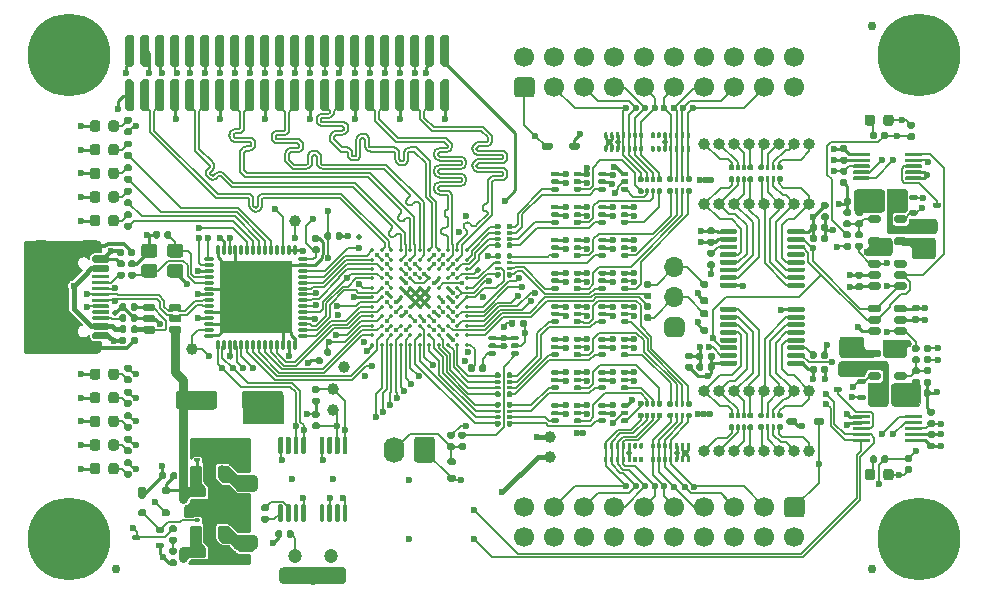
<source format=gtl>
G04 #@! TF.GenerationSoftware,KiCad,Pcbnew,5.1.8*
G04 #@! TF.CreationDate,2020-12-26T16:11:21-08:00*
G04 #@! TF.ProjectId,glasgow,676c6173-676f-4772-9e6b-696361645f70,C2*
G04 #@! TF.SameCoordinates,Original*
G04 #@! TF.FileFunction,Copper,L1,Top*
G04 #@! TF.FilePolarity,Positive*
%FSLAX46Y46*%
G04 Gerber Fmt 4.6, Leading zero omitted, Abs format (unit mm)*
G04 Created by KiCad (PCBNEW 5.1.8) date 2020-12-26 16:11:21*
%MOMM*%
%LPD*%
G01*
G04 APERTURE LIST*
G04 #@! TA.AperFunction,ComponentPad*
%ADD10C,1.200000*%
G04 #@! TD*
G04 #@! TA.AperFunction,ComponentPad*
%ADD11O,1.600000X1.000000*%
G04 #@! TD*
G04 #@! TA.AperFunction,ComponentPad*
%ADD12O,2.100000X1.000000*%
G04 #@! TD*
G04 #@! TA.AperFunction,SMDPad,CuDef*
%ADD13C,0.100000*%
G04 #@! TD*
G04 #@! TA.AperFunction,ComponentPad*
%ADD14C,1.700000*%
G04 #@! TD*
G04 #@! TA.AperFunction,ComponentPad*
%ADD15C,1.000000*%
G04 #@! TD*
G04 #@! TA.AperFunction,ComponentPad*
%ADD16O,1.000000X1.000000*%
G04 #@! TD*
G04 #@! TA.AperFunction,ComponentPad*
%ADD17O,1.700000X1.700000*%
G04 #@! TD*
G04 #@! TA.AperFunction,SMDPad,CuDef*
%ADD18C,0.750000*%
G04 #@! TD*
G04 #@! TA.AperFunction,ComponentPad*
%ADD19O,1.740000X2.200000*%
G04 #@! TD*
G04 #@! TA.AperFunction,ComponentPad*
%ADD20C,7.000000*%
G04 #@! TD*
G04 #@! TA.AperFunction,ComponentPad*
%ADD21C,0.800000*%
G04 #@! TD*
G04 #@! TA.AperFunction,ComponentPad*
%ADD22C,0.500000*%
G04 #@! TD*
G04 #@! TA.AperFunction,SMDPad,CuDef*
%ADD23C,0.350000*%
G04 #@! TD*
G04 #@! TA.AperFunction,SMDPad,CuDef*
%ADD24C,1.000000*%
G04 #@! TD*
G04 #@! TA.AperFunction,SMDPad,CuDef*
%ADD25O,1.000000X0.280000*%
G04 #@! TD*
G04 #@! TA.AperFunction,SMDPad,CuDef*
%ADD26O,0.280000X1.000000*%
G04 #@! TD*
G04 #@! TA.AperFunction,SMDPad,CuDef*
%ADD27R,6.220000X6.220000*%
G04 #@! TD*
G04 #@! TA.AperFunction,ComponentPad*
%ADD28C,0.600000*%
G04 #@! TD*
G04 #@! TA.AperFunction,SMDPad,CuDef*
%ADD29C,0.500000*%
G04 #@! TD*
G04 #@! TA.AperFunction,ViaPad*
%ADD30C,0.400000*%
G04 #@! TD*
G04 #@! TA.AperFunction,ViaPad*
%ADD31C,0.600000*%
G04 #@! TD*
G04 #@! TA.AperFunction,ViaPad*
%ADD32C,0.500000*%
G04 #@! TD*
G04 #@! TA.AperFunction,Conductor*
%ADD33C,0.150000*%
G04 #@! TD*
G04 #@! TA.AperFunction,Conductor*
%ADD34C,0.250000*%
G04 #@! TD*
G04 #@! TA.AperFunction,Conductor*
%ADD35C,0.350000*%
G04 #@! TD*
G04 #@! TA.AperFunction,Conductor*
%ADD36C,0.750000*%
G04 #@! TD*
G04 #@! TA.AperFunction,Conductor*
%ADD37C,0.450000*%
G04 #@! TD*
G04 #@! TA.AperFunction,Conductor*
%ADD38C,0.190000*%
G04 #@! TD*
G04 #@! TA.AperFunction,Conductor*
%ADD39C,0.650000*%
G04 #@! TD*
G04 #@! TA.AperFunction,Conductor*
%ADD40C,0.254000*%
G04 #@! TD*
G04 #@! TA.AperFunction,Conductor*
%ADD41C,0.100000*%
G04 #@! TD*
G04 #@! TA.AperFunction,Conductor*
%ADD42C,0.200000*%
G04 #@! TD*
G04 #@! TA.AperFunction,Conductor*
%ADD43C,0.025600*%
G04 #@! TD*
G04 APERTURE END LIST*
G04 #@! TA.AperFunction,SMDPad,CuDef*
G36*
G01*
X91050000Y-103825000D02*
X91050000Y-103575000D01*
G75*
G02*
X91175000Y-103450000I125000J0D01*
G01*
X91425000Y-103450000D01*
G75*
G02*
X91550000Y-103575000I0J-125000D01*
G01*
X91550000Y-103825000D01*
G75*
G02*
X91425000Y-103950000I-125000J0D01*
G01*
X91175000Y-103950000D01*
G75*
G02*
X91050000Y-103825000I0J125000D01*
G01*
G37*
G04 #@! TD.AperFunction*
G04 #@! TA.AperFunction,SMDPad,CuDef*
G36*
G01*
X91050000Y-103225000D02*
X91050000Y-103075000D01*
G75*
G02*
X91125000Y-103000000I75000J0D01*
G01*
X91475000Y-103000000D01*
G75*
G02*
X91550000Y-103075000I0J-75000D01*
G01*
X91550000Y-103225000D01*
G75*
G02*
X91475000Y-103300000I-75000J0D01*
G01*
X91125000Y-103300000D01*
G75*
G02*
X91050000Y-103225000I0J75000D01*
G01*
G37*
G04 #@! TD.AperFunction*
G04 #@! TA.AperFunction,SMDPad,CuDef*
G36*
G01*
X91050000Y-102225000D02*
X91050000Y-101975000D01*
G75*
G02*
X91175000Y-101850000I125000J0D01*
G01*
X91425000Y-101850000D01*
G75*
G02*
X91550000Y-101975000I0J-125000D01*
G01*
X91550000Y-102225000D01*
G75*
G02*
X91425000Y-102350000I-125000J0D01*
G01*
X91175000Y-102350000D01*
G75*
G02*
X91050000Y-102225000I0J125000D01*
G01*
G37*
G04 #@! TD.AperFunction*
G04 #@! TA.AperFunction,SMDPad,CuDef*
G36*
G01*
X91050000Y-102725000D02*
X91050000Y-102575000D01*
G75*
G02*
X91125000Y-102500000I75000J0D01*
G01*
X91475000Y-102500000D01*
G75*
G02*
X91550000Y-102575000I0J-75000D01*
G01*
X91550000Y-102725000D01*
G75*
G02*
X91475000Y-102800000I-75000J0D01*
G01*
X91125000Y-102800000D01*
G75*
G02*
X91050000Y-102725000I0J75000D01*
G01*
G37*
G04 #@! TD.AperFunction*
G04 #@! TA.AperFunction,SMDPad,CuDef*
G36*
G01*
X90050000Y-103825000D02*
X90050000Y-103575000D01*
G75*
G02*
X90175000Y-103450000I125000J0D01*
G01*
X90425000Y-103450000D01*
G75*
G02*
X90550000Y-103575000I0J-125000D01*
G01*
X90550000Y-103825000D01*
G75*
G02*
X90425000Y-103950000I-125000J0D01*
G01*
X90175000Y-103950000D01*
G75*
G02*
X90050000Y-103825000I0J125000D01*
G01*
G37*
G04 #@! TD.AperFunction*
G04 #@! TA.AperFunction,SMDPad,CuDef*
G36*
G01*
X90050000Y-102725000D02*
X90050000Y-102575000D01*
G75*
G02*
X90125000Y-102500000I75000J0D01*
G01*
X90475000Y-102500000D01*
G75*
G02*
X90550000Y-102575000I0J-75000D01*
G01*
X90550000Y-102725000D01*
G75*
G02*
X90475000Y-102800000I-75000J0D01*
G01*
X90125000Y-102800000D01*
G75*
G02*
X90050000Y-102725000I0J75000D01*
G01*
G37*
G04 #@! TD.AperFunction*
G04 #@! TA.AperFunction,SMDPad,CuDef*
G36*
G01*
X90050000Y-103225000D02*
X90050000Y-103075000D01*
G75*
G02*
X90125000Y-103000000I75000J0D01*
G01*
X90475000Y-103000000D01*
G75*
G02*
X90550000Y-103075000I0J-75000D01*
G01*
X90550000Y-103225000D01*
G75*
G02*
X90475000Y-103300000I-75000J0D01*
G01*
X90125000Y-103300000D01*
G75*
G02*
X90050000Y-103225000I0J75000D01*
G01*
G37*
G04 #@! TD.AperFunction*
G04 #@! TA.AperFunction,SMDPad,CuDef*
G36*
G01*
X90050000Y-102225000D02*
X90050000Y-101975000D01*
G75*
G02*
X90175000Y-101850000I125000J0D01*
G01*
X90425000Y-101850000D01*
G75*
G02*
X90550000Y-101975000I0J-125000D01*
G01*
X90550000Y-102225000D01*
G75*
G02*
X90425000Y-102350000I-125000J0D01*
G01*
X90175000Y-102350000D01*
G75*
G02*
X90050000Y-102225000I0J125000D01*
G01*
G37*
G04 #@! TD.AperFunction*
G04 #@! TA.AperFunction,SMDPad,CuDef*
G36*
G01*
X112475000Y-85250000D02*
X112725000Y-85250000D01*
G75*
G02*
X112850000Y-85375000I0J-125000D01*
G01*
X112850000Y-85625000D01*
G75*
G02*
X112725000Y-85750000I-125000J0D01*
G01*
X112475000Y-85750000D01*
G75*
G02*
X112350000Y-85625000I0J125000D01*
G01*
X112350000Y-85375000D01*
G75*
G02*
X112475000Y-85250000I125000J0D01*
G01*
G37*
G04 #@! TD.AperFunction*
G04 #@! TA.AperFunction,SMDPad,CuDef*
G36*
G01*
X113075000Y-85250000D02*
X113225000Y-85250000D01*
G75*
G02*
X113300000Y-85325000I0J-75000D01*
G01*
X113300000Y-85675000D01*
G75*
G02*
X113225000Y-85750000I-75000J0D01*
G01*
X113075000Y-85750000D01*
G75*
G02*
X113000000Y-85675000I0J75000D01*
G01*
X113000000Y-85325000D01*
G75*
G02*
X113075000Y-85250000I75000J0D01*
G01*
G37*
G04 #@! TD.AperFunction*
G04 #@! TA.AperFunction,SMDPad,CuDef*
G36*
G01*
X114075000Y-85250000D02*
X114325000Y-85250000D01*
G75*
G02*
X114450000Y-85375000I0J-125000D01*
G01*
X114450000Y-85625000D01*
G75*
G02*
X114325000Y-85750000I-125000J0D01*
G01*
X114075000Y-85750000D01*
G75*
G02*
X113950000Y-85625000I0J125000D01*
G01*
X113950000Y-85375000D01*
G75*
G02*
X114075000Y-85250000I125000J0D01*
G01*
G37*
G04 #@! TD.AperFunction*
G04 #@! TA.AperFunction,SMDPad,CuDef*
G36*
G01*
X113575000Y-85250000D02*
X113725000Y-85250000D01*
G75*
G02*
X113800000Y-85325000I0J-75000D01*
G01*
X113800000Y-85675000D01*
G75*
G02*
X113725000Y-85750000I-75000J0D01*
G01*
X113575000Y-85750000D01*
G75*
G02*
X113500000Y-85675000I0J75000D01*
G01*
X113500000Y-85325000D01*
G75*
G02*
X113575000Y-85250000I75000J0D01*
G01*
G37*
G04 #@! TD.AperFunction*
G04 #@! TA.AperFunction,SMDPad,CuDef*
G36*
G01*
X112475000Y-84250000D02*
X112725000Y-84250000D01*
G75*
G02*
X112850000Y-84375000I0J-125000D01*
G01*
X112850000Y-84625000D01*
G75*
G02*
X112725000Y-84750000I-125000J0D01*
G01*
X112475000Y-84750000D01*
G75*
G02*
X112350000Y-84625000I0J125000D01*
G01*
X112350000Y-84375000D01*
G75*
G02*
X112475000Y-84250000I125000J0D01*
G01*
G37*
G04 #@! TD.AperFunction*
G04 #@! TA.AperFunction,SMDPad,CuDef*
G36*
G01*
X113575000Y-84250000D02*
X113725000Y-84250000D01*
G75*
G02*
X113800000Y-84325000I0J-75000D01*
G01*
X113800000Y-84675000D01*
G75*
G02*
X113725000Y-84750000I-75000J0D01*
G01*
X113575000Y-84750000D01*
G75*
G02*
X113500000Y-84675000I0J75000D01*
G01*
X113500000Y-84325000D01*
G75*
G02*
X113575000Y-84250000I75000J0D01*
G01*
G37*
G04 #@! TD.AperFunction*
G04 #@! TA.AperFunction,SMDPad,CuDef*
G36*
G01*
X113075000Y-84250000D02*
X113225000Y-84250000D01*
G75*
G02*
X113300000Y-84325000I0J-75000D01*
G01*
X113300000Y-84675000D01*
G75*
G02*
X113225000Y-84750000I-75000J0D01*
G01*
X113075000Y-84750000D01*
G75*
G02*
X113000000Y-84675000I0J75000D01*
G01*
X113000000Y-84325000D01*
G75*
G02*
X113075000Y-84250000I75000J0D01*
G01*
G37*
G04 #@! TD.AperFunction*
G04 #@! TA.AperFunction,SMDPad,CuDef*
G36*
G01*
X114075000Y-84250000D02*
X114325000Y-84250000D01*
G75*
G02*
X114450000Y-84375000I0J-125000D01*
G01*
X114450000Y-84625000D01*
G75*
G02*
X114325000Y-84750000I-125000J0D01*
G01*
X114075000Y-84750000D01*
G75*
G02*
X113950000Y-84625000I0J125000D01*
G01*
X113950000Y-84375000D01*
G75*
G02*
X114075000Y-84250000I125000J0D01*
G01*
G37*
G04 #@! TD.AperFunction*
G04 #@! TA.AperFunction,SMDPad,CuDef*
G36*
G01*
X109975000Y-85250000D02*
X110225000Y-85250000D01*
G75*
G02*
X110350000Y-85375000I0J-125000D01*
G01*
X110350000Y-85625000D01*
G75*
G02*
X110225000Y-85750000I-125000J0D01*
G01*
X109975000Y-85750000D01*
G75*
G02*
X109850000Y-85625000I0J125000D01*
G01*
X109850000Y-85375000D01*
G75*
G02*
X109975000Y-85250000I125000J0D01*
G01*
G37*
G04 #@! TD.AperFunction*
G04 #@! TA.AperFunction,SMDPad,CuDef*
G36*
G01*
X110575000Y-85250000D02*
X110725000Y-85250000D01*
G75*
G02*
X110800000Y-85325000I0J-75000D01*
G01*
X110800000Y-85675000D01*
G75*
G02*
X110725000Y-85750000I-75000J0D01*
G01*
X110575000Y-85750000D01*
G75*
G02*
X110500000Y-85675000I0J75000D01*
G01*
X110500000Y-85325000D01*
G75*
G02*
X110575000Y-85250000I75000J0D01*
G01*
G37*
G04 #@! TD.AperFunction*
G04 #@! TA.AperFunction,SMDPad,CuDef*
G36*
G01*
X111575000Y-85250000D02*
X111825000Y-85250000D01*
G75*
G02*
X111950000Y-85375000I0J-125000D01*
G01*
X111950000Y-85625000D01*
G75*
G02*
X111825000Y-85750000I-125000J0D01*
G01*
X111575000Y-85750000D01*
G75*
G02*
X111450000Y-85625000I0J125000D01*
G01*
X111450000Y-85375000D01*
G75*
G02*
X111575000Y-85250000I125000J0D01*
G01*
G37*
G04 #@! TD.AperFunction*
G04 #@! TA.AperFunction,SMDPad,CuDef*
G36*
G01*
X111075000Y-85250000D02*
X111225000Y-85250000D01*
G75*
G02*
X111300000Y-85325000I0J-75000D01*
G01*
X111300000Y-85675000D01*
G75*
G02*
X111225000Y-85750000I-75000J0D01*
G01*
X111075000Y-85750000D01*
G75*
G02*
X111000000Y-85675000I0J75000D01*
G01*
X111000000Y-85325000D01*
G75*
G02*
X111075000Y-85250000I75000J0D01*
G01*
G37*
G04 #@! TD.AperFunction*
G04 #@! TA.AperFunction,SMDPad,CuDef*
G36*
G01*
X109975000Y-84250000D02*
X110225000Y-84250000D01*
G75*
G02*
X110350000Y-84375000I0J-125000D01*
G01*
X110350000Y-84625000D01*
G75*
G02*
X110225000Y-84750000I-125000J0D01*
G01*
X109975000Y-84750000D01*
G75*
G02*
X109850000Y-84625000I0J125000D01*
G01*
X109850000Y-84375000D01*
G75*
G02*
X109975000Y-84250000I125000J0D01*
G01*
G37*
G04 #@! TD.AperFunction*
G04 #@! TA.AperFunction,SMDPad,CuDef*
G36*
G01*
X111075000Y-84250000D02*
X111225000Y-84250000D01*
G75*
G02*
X111300000Y-84325000I0J-75000D01*
G01*
X111300000Y-84675000D01*
G75*
G02*
X111225000Y-84750000I-75000J0D01*
G01*
X111075000Y-84750000D01*
G75*
G02*
X111000000Y-84675000I0J75000D01*
G01*
X111000000Y-84325000D01*
G75*
G02*
X111075000Y-84250000I75000J0D01*
G01*
G37*
G04 #@! TD.AperFunction*
G04 #@! TA.AperFunction,SMDPad,CuDef*
G36*
G01*
X110575000Y-84250000D02*
X110725000Y-84250000D01*
G75*
G02*
X110800000Y-84325000I0J-75000D01*
G01*
X110800000Y-84675000D01*
G75*
G02*
X110725000Y-84750000I-75000J0D01*
G01*
X110575000Y-84750000D01*
G75*
G02*
X110500000Y-84675000I0J75000D01*
G01*
X110500000Y-84325000D01*
G75*
G02*
X110575000Y-84250000I75000J0D01*
G01*
G37*
G04 #@! TD.AperFunction*
G04 #@! TA.AperFunction,SMDPad,CuDef*
G36*
G01*
X111575000Y-84250000D02*
X111825000Y-84250000D01*
G75*
G02*
X111950000Y-84375000I0J-125000D01*
G01*
X111950000Y-84625000D01*
G75*
G02*
X111825000Y-84750000I-125000J0D01*
G01*
X111575000Y-84750000D01*
G75*
G02*
X111450000Y-84625000I0J125000D01*
G01*
X111450000Y-84375000D01*
G75*
G02*
X111575000Y-84250000I125000J0D01*
G01*
G37*
G04 #@! TD.AperFunction*
G04 #@! TA.AperFunction,SMDPad,CuDef*
G36*
G01*
X106625000Y-85750000D02*
X106375000Y-85750000D01*
G75*
G02*
X106250000Y-85625000I0J125000D01*
G01*
X106250000Y-85375000D01*
G75*
G02*
X106375000Y-85250000I125000J0D01*
G01*
X106625000Y-85250000D01*
G75*
G02*
X106750000Y-85375000I0J-125000D01*
G01*
X106750000Y-85625000D01*
G75*
G02*
X106625000Y-85750000I-125000J0D01*
G01*
G37*
G04 #@! TD.AperFunction*
G04 #@! TA.AperFunction,SMDPad,CuDef*
G36*
G01*
X106025000Y-85750000D02*
X105875000Y-85750000D01*
G75*
G02*
X105800000Y-85675000I0J75000D01*
G01*
X105800000Y-85325000D01*
G75*
G02*
X105875000Y-85250000I75000J0D01*
G01*
X106025000Y-85250000D01*
G75*
G02*
X106100000Y-85325000I0J-75000D01*
G01*
X106100000Y-85675000D01*
G75*
G02*
X106025000Y-85750000I-75000J0D01*
G01*
G37*
G04 #@! TD.AperFunction*
G04 #@! TA.AperFunction,SMDPad,CuDef*
G36*
G01*
X105025000Y-85750000D02*
X104775000Y-85750000D01*
G75*
G02*
X104650000Y-85625000I0J125000D01*
G01*
X104650000Y-85375000D01*
G75*
G02*
X104775000Y-85250000I125000J0D01*
G01*
X105025000Y-85250000D01*
G75*
G02*
X105150000Y-85375000I0J-125000D01*
G01*
X105150000Y-85625000D01*
G75*
G02*
X105025000Y-85750000I-125000J0D01*
G01*
G37*
G04 #@! TD.AperFunction*
G04 #@! TA.AperFunction,SMDPad,CuDef*
G36*
G01*
X105525000Y-85750000D02*
X105375000Y-85750000D01*
G75*
G02*
X105300000Y-85675000I0J75000D01*
G01*
X105300000Y-85325000D01*
G75*
G02*
X105375000Y-85250000I75000J0D01*
G01*
X105525000Y-85250000D01*
G75*
G02*
X105600000Y-85325000I0J-75000D01*
G01*
X105600000Y-85675000D01*
G75*
G02*
X105525000Y-85750000I-75000J0D01*
G01*
G37*
G04 #@! TD.AperFunction*
G04 #@! TA.AperFunction,SMDPad,CuDef*
G36*
G01*
X106625000Y-86750000D02*
X106375000Y-86750000D01*
G75*
G02*
X106250000Y-86625000I0J125000D01*
G01*
X106250000Y-86375000D01*
G75*
G02*
X106375000Y-86250000I125000J0D01*
G01*
X106625000Y-86250000D01*
G75*
G02*
X106750000Y-86375000I0J-125000D01*
G01*
X106750000Y-86625000D01*
G75*
G02*
X106625000Y-86750000I-125000J0D01*
G01*
G37*
G04 #@! TD.AperFunction*
G04 #@! TA.AperFunction,SMDPad,CuDef*
G36*
G01*
X105525000Y-86750000D02*
X105375000Y-86750000D01*
G75*
G02*
X105300000Y-86675000I0J75000D01*
G01*
X105300000Y-86325000D01*
G75*
G02*
X105375000Y-86250000I75000J0D01*
G01*
X105525000Y-86250000D01*
G75*
G02*
X105600000Y-86325000I0J-75000D01*
G01*
X105600000Y-86675000D01*
G75*
G02*
X105525000Y-86750000I-75000J0D01*
G01*
G37*
G04 #@! TD.AperFunction*
G04 #@! TA.AperFunction,SMDPad,CuDef*
G36*
G01*
X106025000Y-86750000D02*
X105875000Y-86750000D01*
G75*
G02*
X105800000Y-86675000I0J75000D01*
G01*
X105800000Y-86325000D01*
G75*
G02*
X105875000Y-86250000I75000J0D01*
G01*
X106025000Y-86250000D01*
G75*
G02*
X106100000Y-86325000I0J-75000D01*
G01*
X106100000Y-86675000D01*
G75*
G02*
X106025000Y-86750000I-75000J0D01*
G01*
G37*
G04 #@! TD.AperFunction*
G04 #@! TA.AperFunction,SMDPad,CuDef*
G36*
G01*
X105025000Y-86750000D02*
X104775000Y-86750000D01*
G75*
G02*
X104650000Y-86625000I0J125000D01*
G01*
X104650000Y-86375000D01*
G75*
G02*
X104775000Y-86250000I125000J0D01*
G01*
X105025000Y-86250000D01*
G75*
G02*
X105150000Y-86375000I0J-125000D01*
G01*
X105150000Y-86625000D01*
G75*
G02*
X105025000Y-86750000I-125000J0D01*
G01*
G37*
G04 #@! TD.AperFunction*
G04 #@! TA.AperFunction,SMDPad,CuDef*
G36*
G01*
X104125000Y-85750000D02*
X103875000Y-85750000D01*
G75*
G02*
X103750000Y-85625000I0J125000D01*
G01*
X103750000Y-85375000D01*
G75*
G02*
X103875000Y-85250000I125000J0D01*
G01*
X104125000Y-85250000D01*
G75*
G02*
X104250000Y-85375000I0J-125000D01*
G01*
X104250000Y-85625000D01*
G75*
G02*
X104125000Y-85750000I-125000J0D01*
G01*
G37*
G04 #@! TD.AperFunction*
G04 #@! TA.AperFunction,SMDPad,CuDef*
G36*
G01*
X103525000Y-85750000D02*
X103375000Y-85750000D01*
G75*
G02*
X103300000Y-85675000I0J75000D01*
G01*
X103300000Y-85325000D01*
G75*
G02*
X103375000Y-85250000I75000J0D01*
G01*
X103525000Y-85250000D01*
G75*
G02*
X103600000Y-85325000I0J-75000D01*
G01*
X103600000Y-85675000D01*
G75*
G02*
X103525000Y-85750000I-75000J0D01*
G01*
G37*
G04 #@! TD.AperFunction*
G04 #@! TA.AperFunction,SMDPad,CuDef*
G36*
G01*
X102525000Y-85750000D02*
X102275000Y-85750000D01*
G75*
G02*
X102150000Y-85625000I0J125000D01*
G01*
X102150000Y-85375000D01*
G75*
G02*
X102275000Y-85250000I125000J0D01*
G01*
X102525000Y-85250000D01*
G75*
G02*
X102650000Y-85375000I0J-125000D01*
G01*
X102650000Y-85625000D01*
G75*
G02*
X102525000Y-85750000I-125000J0D01*
G01*
G37*
G04 #@! TD.AperFunction*
G04 #@! TA.AperFunction,SMDPad,CuDef*
G36*
G01*
X103025000Y-85750000D02*
X102875000Y-85750000D01*
G75*
G02*
X102800000Y-85675000I0J75000D01*
G01*
X102800000Y-85325000D01*
G75*
G02*
X102875000Y-85250000I75000J0D01*
G01*
X103025000Y-85250000D01*
G75*
G02*
X103100000Y-85325000I0J-75000D01*
G01*
X103100000Y-85675000D01*
G75*
G02*
X103025000Y-85750000I-75000J0D01*
G01*
G37*
G04 #@! TD.AperFunction*
G04 #@! TA.AperFunction,SMDPad,CuDef*
G36*
G01*
X104125000Y-86750000D02*
X103875000Y-86750000D01*
G75*
G02*
X103750000Y-86625000I0J125000D01*
G01*
X103750000Y-86375000D01*
G75*
G02*
X103875000Y-86250000I125000J0D01*
G01*
X104125000Y-86250000D01*
G75*
G02*
X104250000Y-86375000I0J-125000D01*
G01*
X104250000Y-86625000D01*
G75*
G02*
X104125000Y-86750000I-125000J0D01*
G01*
G37*
G04 #@! TD.AperFunction*
G04 #@! TA.AperFunction,SMDPad,CuDef*
G36*
G01*
X103025000Y-86750000D02*
X102875000Y-86750000D01*
G75*
G02*
X102800000Y-86675000I0J75000D01*
G01*
X102800000Y-86325000D01*
G75*
G02*
X102875000Y-86250000I75000J0D01*
G01*
X103025000Y-86250000D01*
G75*
G02*
X103100000Y-86325000I0J-75000D01*
G01*
X103100000Y-86675000D01*
G75*
G02*
X103025000Y-86750000I-75000J0D01*
G01*
G37*
G04 #@! TD.AperFunction*
G04 #@! TA.AperFunction,SMDPad,CuDef*
G36*
G01*
X103525000Y-86750000D02*
X103375000Y-86750000D01*
G75*
G02*
X103300000Y-86675000I0J75000D01*
G01*
X103300000Y-86325000D01*
G75*
G02*
X103375000Y-86250000I75000J0D01*
G01*
X103525000Y-86250000D01*
G75*
G02*
X103600000Y-86325000I0J-75000D01*
G01*
X103600000Y-86675000D01*
G75*
G02*
X103525000Y-86750000I-75000J0D01*
G01*
G37*
G04 #@! TD.AperFunction*
G04 #@! TA.AperFunction,SMDPad,CuDef*
G36*
G01*
X102525000Y-86750000D02*
X102275000Y-86750000D01*
G75*
G02*
X102150000Y-86625000I0J125000D01*
G01*
X102150000Y-86375000D01*
G75*
G02*
X102275000Y-86250000I125000J0D01*
G01*
X102525000Y-86250000D01*
G75*
G02*
X102650000Y-86375000I0J-125000D01*
G01*
X102650000Y-86625000D01*
G75*
G02*
X102525000Y-86750000I-125000J0D01*
G01*
G37*
G04 #@! TD.AperFunction*
G04 #@! TA.AperFunction,SMDPad,CuDef*
G36*
G01*
X91050000Y-93725000D02*
X91050000Y-93475000D01*
G75*
G02*
X91175000Y-93350000I125000J0D01*
G01*
X91425000Y-93350000D01*
G75*
G02*
X91550000Y-93475000I0J-125000D01*
G01*
X91550000Y-93725000D01*
G75*
G02*
X91425000Y-93850000I-125000J0D01*
G01*
X91175000Y-93850000D01*
G75*
G02*
X91050000Y-93725000I0J125000D01*
G01*
G37*
G04 #@! TD.AperFunction*
G04 #@! TA.AperFunction,SMDPad,CuDef*
G36*
G01*
X91050000Y-93125000D02*
X91050000Y-92975000D01*
G75*
G02*
X91125000Y-92900000I75000J0D01*
G01*
X91475000Y-92900000D01*
G75*
G02*
X91550000Y-92975000I0J-75000D01*
G01*
X91550000Y-93125000D01*
G75*
G02*
X91475000Y-93200000I-75000J0D01*
G01*
X91125000Y-93200000D01*
G75*
G02*
X91050000Y-93125000I0J75000D01*
G01*
G37*
G04 #@! TD.AperFunction*
G04 #@! TA.AperFunction,SMDPad,CuDef*
G36*
G01*
X91050000Y-92125000D02*
X91050000Y-91875000D01*
G75*
G02*
X91175000Y-91750000I125000J0D01*
G01*
X91425000Y-91750000D01*
G75*
G02*
X91550000Y-91875000I0J-125000D01*
G01*
X91550000Y-92125000D01*
G75*
G02*
X91425000Y-92250000I-125000J0D01*
G01*
X91175000Y-92250000D01*
G75*
G02*
X91050000Y-92125000I0J125000D01*
G01*
G37*
G04 #@! TD.AperFunction*
G04 #@! TA.AperFunction,SMDPad,CuDef*
G36*
G01*
X91050000Y-92625000D02*
X91050000Y-92475000D01*
G75*
G02*
X91125000Y-92400000I75000J0D01*
G01*
X91475000Y-92400000D01*
G75*
G02*
X91550000Y-92475000I0J-75000D01*
G01*
X91550000Y-92625000D01*
G75*
G02*
X91475000Y-92700000I-75000J0D01*
G01*
X91125000Y-92700000D01*
G75*
G02*
X91050000Y-92625000I0J75000D01*
G01*
G37*
G04 #@! TD.AperFunction*
G04 #@! TA.AperFunction,SMDPad,CuDef*
G36*
G01*
X90050000Y-93725000D02*
X90050000Y-93475000D01*
G75*
G02*
X90175000Y-93350000I125000J0D01*
G01*
X90425000Y-93350000D01*
G75*
G02*
X90550000Y-93475000I0J-125000D01*
G01*
X90550000Y-93725000D01*
G75*
G02*
X90425000Y-93850000I-125000J0D01*
G01*
X90175000Y-93850000D01*
G75*
G02*
X90050000Y-93725000I0J125000D01*
G01*
G37*
G04 #@! TD.AperFunction*
G04 #@! TA.AperFunction,SMDPad,CuDef*
G36*
G01*
X90050000Y-92625000D02*
X90050000Y-92475000D01*
G75*
G02*
X90125000Y-92400000I75000J0D01*
G01*
X90475000Y-92400000D01*
G75*
G02*
X90550000Y-92475000I0J-75000D01*
G01*
X90550000Y-92625000D01*
G75*
G02*
X90475000Y-92700000I-75000J0D01*
G01*
X90125000Y-92700000D01*
G75*
G02*
X90050000Y-92625000I0J75000D01*
G01*
G37*
G04 #@! TD.AperFunction*
G04 #@! TA.AperFunction,SMDPad,CuDef*
G36*
G01*
X90050000Y-93125000D02*
X90050000Y-92975000D01*
G75*
G02*
X90125000Y-92900000I75000J0D01*
G01*
X90475000Y-92900000D01*
G75*
G02*
X90550000Y-92975000I0J-75000D01*
G01*
X90550000Y-93125000D01*
G75*
G02*
X90475000Y-93200000I-75000J0D01*
G01*
X90125000Y-93200000D01*
G75*
G02*
X90050000Y-93125000I0J75000D01*
G01*
G37*
G04 #@! TD.AperFunction*
G04 #@! TA.AperFunction,SMDPad,CuDef*
G36*
G01*
X90050000Y-92125000D02*
X90050000Y-91875000D01*
G75*
G02*
X90175000Y-91750000I125000J0D01*
G01*
X90425000Y-91750000D01*
G75*
G02*
X90550000Y-91875000I0J-125000D01*
G01*
X90550000Y-92125000D01*
G75*
G02*
X90425000Y-92250000I-125000J0D01*
G01*
X90175000Y-92250000D01*
G75*
G02*
X90050000Y-92125000I0J125000D01*
G01*
G37*
G04 #@! TD.AperFunction*
G04 #@! TA.AperFunction,SMDPad,CuDef*
G36*
G01*
X91050000Y-91225000D02*
X91050000Y-90975000D01*
G75*
G02*
X91175000Y-90850000I125000J0D01*
G01*
X91425000Y-90850000D01*
G75*
G02*
X91550000Y-90975000I0J-125000D01*
G01*
X91550000Y-91225000D01*
G75*
G02*
X91425000Y-91350000I-125000J0D01*
G01*
X91175000Y-91350000D01*
G75*
G02*
X91050000Y-91225000I0J125000D01*
G01*
G37*
G04 #@! TD.AperFunction*
G04 #@! TA.AperFunction,SMDPad,CuDef*
G36*
G01*
X91050000Y-90625000D02*
X91050000Y-90475000D01*
G75*
G02*
X91125000Y-90400000I75000J0D01*
G01*
X91475000Y-90400000D01*
G75*
G02*
X91550000Y-90475000I0J-75000D01*
G01*
X91550000Y-90625000D01*
G75*
G02*
X91475000Y-90700000I-75000J0D01*
G01*
X91125000Y-90700000D01*
G75*
G02*
X91050000Y-90625000I0J75000D01*
G01*
G37*
G04 #@! TD.AperFunction*
G04 #@! TA.AperFunction,SMDPad,CuDef*
G36*
G01*
X91050000Y-89625000D02*
X91050000Y-89375000D01*
G75*
G02*
X91175000Y-89250000I125000J0D01*
G01*
X91425000Y-89250000D01*
G75*
G02*
X91550000Y-89375000I0J-125000D01*
G01*
X91550000Y-89625000D01*
G75*
G02*
X91425000Y-89750000I-125000J0D01*
G01*
X91175000Y-89750000D01*
G75*
G02*
X91050000Y-89625000I0J125000D01*
G01*
G37*
G04 #@! TD.AperFunction*
G04 #@! TA.AperFunction,SMDPad,CuDef*
G36*
G01*
X91050000Y-90125000D02*
X91050000Y-89975000D01*
G75*
G02*
X91125000Y-89900000I75000J0D01*
G01*
X91475000Y-89900000D01*
G75*
G02*
X91550000Y-89975000I0J-75000D01*
G01*
X91550000Y-90125000D01*
G75*
G02*
X91475000Y-90200000I-75000J0D01*
G01*
X91125000Y-90200000D01*
G75*
G02*
X91050000Y-90125000I0J75000D01*
G01*
G37*
G04 #@! TD.AperFunction*
G04 #@! TA.AperFunction,SMDPad,CuDef*
G36*
G01*
X90050000Y-91225000D02*
X90050000Y-90975000D01*
G75*
G02*
X90175000Y-90850000I125000J0D01*
G01*
X90425000Y-90850000D01*
G75*
G02*
X90550000Y-90975000I0J-125000D01*
G01*
X90550000Y-91225000D01*
G75*
G02*
X90425000Y-91350000I-125000J0D01*
G01*
X90175000Y-91350000D01*
G75*
G02*
X90050000Y-91225000I0J125000D01*
G01*
G37*
G04 #@! TD.AperFunction*
G04 #@! TA.AperFunction,SMDPad,CuDef*
G36*
G01*
X90050000Y-90125000D02*
X90050000Y-89975000D01*
G75*
G02*
X90125000Y-89900000I75000J0D01*
G01*
X90475000Y-89900000D01*
G75*
G02*
X90550000Y-89975000I0J-75000D01*
G01*
X90550000Y-90125000D01*
G75*
G02*
X90475000Y-90200000I-75000J0D01*
G01*
X90125000Y-90200000D01*
G75*
G02*
X90050000Y-90125000I0J75000D01*
G01*
G37*
G04 #@! TD.AperFunction*
G04 #@! TA.AperFunction,SMDPad,CuDef*
G36*
G01*
X90050000Y-90625000D02*
X90050000Y-90475000D01*
G75*
G02*
X90125000Y-90400000I75000J0D01*
G01*
X90475000Y-90400000D01*
G75*
G02*
X90550000Y-90475000I0J-75000D01*
G01*
X90550000Y-90625000D01*
G75*
G02*
X90475000Y-90700000I-75000J0D01*
G01*
X90125000Y-90700000D01*
G75*
G02*
X90050000Y-90625000I0J75000D01*
G01*
G37*
G04 #@! TD.AperFunction*
G04 #@! TA.AperFunction,SMDPad,CuDef*
G36*
G01*
X90050000Y-89625000D02*
X90050000Y-89375000D01*
G75*
G02*
X90175000Y-89250000I125000J0D01*
G01*
X90425000Y-89250000D01*
G75*
G02*
X90550000Y-89375000I0J-125000D01*
G01*
X90550000Y-89625000D01*
G75*
G02*
X90425000Y-89750000I-125000J0D01*
G01*
X90175000Y-89750000D01*
G75*
G02*
X90050000Y-89625000I0J125000D01*
G01*
G37*
G04 #@! TD.AperFunction*
G04 #@! TA.AperFunction,SMDPad,CuDef*
G36*
G01*
X111825000Y-105750000D02*
X111575000Y-105750000D01*
G75*
G02*
X111450000Y-105625000I0J125000D01*
G01*
X111450000Y-105375000D01*
G75*
G02*
X111575000Y-105250000I125000J0D01*
G01*
X111825000Y-105250000D01*
G75*
G02*
X111950000Y-105375000I0J-125000D01*
G01*
X111950000Y-105625000D01*
G75*
G02*
X111825000Y-105750000I-125000J0D01*
G01*
G37*
G04 #@! TD.AperFunction*
G04 #@! TA.AperFunction,SMDPad,CuDef*
G36*
G01*
X111225000Y-105750000D02*
X111075000Y-105750000D01*
G75*
G02*
X111000000Y-105675000I0J75000D01*
G01*
X111000000Y-105325000D01*
G75*
G02*
X111075000Y-105250000I75000J0D01*
G01*
X111225000Y-105250000D01*
G75*
G02*
X111300000Y-105325000I0J-75000D01*
G01*
X111300000Y-105675000D01*
G75*
G02*
X111225000Y-105750000I-75000J0D01*
G01*
G37*
G04 #@! TD.AperFunction*
G04 #@! TA.AperFunction,SMDPad,CuDef*
G36*
G01*
X110225000Y-105750000D02*
X109975000Y-105750000D01*
G75*
G02*
X109850000Y-105625000I0J125000D01*
G01*
X109850000Y-105375000D01*
G75*
G02*
X109975000Y-105250000I125000J0D01*
G01*
X110225000Y-105250000D01*
G75*
G02*
X110350000Y-105375000I0J-125000D01*
G01*
X110350000Y-105625000D01*
G75*
G02*
X110225000Y-105750000I-125000J0D01*
G01*
G37*
G04 #@! TD.AperFunction*
G04 #@! TA.AperFunction,SMDPad,CuDef*
G36*
G01*
X110725000Y-105750000D02*
X110575000Y-105750000D01*
G75*
G02*
X110500000Y-105675000I0J75000D01*
G01*
X110500000Y-105325000D01*
G75*
G02*
X110575000Y-105250000I75000J0D01*
G01*
X110725000Y-105250000D01*
G75*
G02*
X110800000Y-105325000I0J-75000D01*
G01*
X110800000Y-105675000D01*
G75*
G02*
X110725000Y-105750000I-75000J0D01*
G01*
G37*
G04 #@! TD.AperFunction*
G04 #@! TA.AperFunction,SMDPad,CuDef*
G36*
G01*
X111825000Y-106750000D02*
X111575000Y-106750000D01*
G75*
G02*
X111450000Y-106625000I0J125000D01*
G01*
X111450000Y-106375000D01*
G75*
G02*
X111575000Y-106250000I125000J0D01*
G01*
X111825000Y-106250000D01*
G75*
G02*
X111950000Y-106375000I0J-125000D01*
G01*
X111950000Y-106625000D01*
G75*
G02*
X111825000Y-106750000I-125000J0D01*
G01*
G37*
G04 #@! TD.AperFunction*
G04 #@! TA.AperFunction,SMDPad,CuDef*
G36*
G01*
X110725000Y-106750000D02*
X110575000Y-106750000D01*
G75*
G02*
X110500000Y-106675000I0J75000D01*
G01*
X110500000Y-106325000D01*
G75*
G02*
X110575000Y-106250000I75000J0D01*
G01*
X110725000Y-106250000D01*
G75*
G02*
X110800000Y-106325000I0J-75000D01*
G01*
X110800000Y-106675000D01*
G75*
G02*
X110725000Y-106750000I-75000J0D01*
G01*
G37*
G04 #@! TD.AperFunction*
G04 #@! TA.AperFunction,SMDPad,CuDef*
G36*
G01*
X111225000Y-106750000D02*
X111075000Y-106750000D01*
G75*
G02*
X111000000Y-106675000I0J75000D01*
G01*
X111000000Y-106325000D01*
G75*
G02*
X111075000Y-106250000I75000J0D01*
G01*
X111225000Y-106250000D01*
G75*
G02*
X111300000Y-106325000I0J-75000D01*
G01*
X111300000Y-106675000D01*
G75*
G02*
X111225000Y-106750000I-75000J0D01*
G01*
G37*
G04 #@! TD.AperFunction*
G04 #@! TA.AperFunction,SMDPad,CuDef*
G36*
G01*
X110225000Y-106750000D02*
X109975000Y-106750000D01*
G75*
G02*
X109850000Y-106625000I0J125000D01*
G01*
X109850000Y-106375000D01*
G75*
G02*
X109975000Y-106250000I125000J0D01*
G01*
X110225000Y-106250000D01*
G75*
G02*
X110350000Y-106375000I0J-125000D01*
G01*
X110350000Y-106625000D01*
G75*
G02*
X110225000Y-106750000I-125000J0D01*
G01*
G37*
G04 #@! TD.AperFunction*
G04 #@! TA.AperFunction,SMDPad,CuDef*
G36*
G01*
X114325000Y-105750000D02*
X114075000Y-105750000D01*
G75*
G02*
X113950000Y-105625000I0J125000D01*
G01*
X113950000Y-105375000D01*
G75*
G02*
X114075000Y-105250000I125000J0D01*
G01*
X114325000Y-105250000D01*
G75*
G02*
X114450000Y-105375000I0J-125000D01*
G01*
X114450000Y-105625000D01*
G75*
G02*
X114325000Y-105750000I-125000J0D01*
G01*
G37*
G04 #@! TD.AperFunction*
G04 #@! TA.AperFunction,SMDPad,CuDef*
G36*
G01*
X113725000Y-105750000D02*
X113575000Y-105750000D01*
G75*
G02*
X113500000Y-105675000I0J75000D01*
G01*
X113500000Y-105325000D01*
G75*
G02*
X113575000Y-105250000I75000J0D01*
G01*
X113725000Y-105250000D01*
G75*
G02*
X113800000Y-105325000I0J-75000D01*
G01*
X113800000Y-105675000D01*
G75*
G02*
X113725000Y-105750000I-75000J0D01*
G01*
G37*
G04 #@! TD.AperFunction*
G04 #@! TA.AperFunction,SMDPad,CuDef*
G36*
G01*
X112725000Y-105750000D02*
X112475000Y-105750000D01*
G75*
G02*
X112350000Y-105625000I0J125000D01*
G01*
X112350000Y-105375000D01*
G75*
G02*
X112475000Y-105250000I125000J0D01*
G01*
X112725000Y-105250000D01*
G75*
G02*
X112850000Y-105375000I0J-125000D01*
G01*
X112850000Y-105625000D01*
G75*
G02*
X112725000Y-105750000I-125000J0D01*
G01*
G37*
G04 #@! TD.AperFunction*
G04 #@! TA.AperFunction,SMDPad,CuDef*
G36*
G01*
X113225000Y-105750000D02*
X113075000Y-105750000D01*
G75*
G02*
X113000000Y-105675000I0J75000D01*
G01*
X113000000Y-105325000D01*
G75*
G02*
X113075000Y-105250000I75000J0D01*
G01*
X113225000Y-105250000D01*
G75*
G02*
X113300000Y-105325000I0J-75000D01*
G01*
X113300000Y-105675000D01*
G75*
G02*
X113225000Y-105750000I-75000J0D01*
G01*
G37*
G04 #@! TD.AperFunction*
G04 #@! TA.AperFunction,SMDPad,CuDef*
G36*
G01*
X114325000Y-106750000D02*
X114075000Y-106750000D01*
G75*
G02*
X113950000Y-106625000I0J125000D01*
G01*
X113950000Y-106375000D01*
G75*
G02*
X114075000Y-106250000I125000J0D01*
G01*
X114325000Y-106250000D01*
G75*
G02*
X114450000Y-106375000I0J-125000D01*
G01*
X114450000Y-106625000D01*
G75*
G02*
X114325000Y-106750000I-125000J0D01*
G01*
G37*
G04 #@! TD.AperFunction*
G04 #@! TA.AperFunction,SMDPad,CuDef*
G36*
G01*
X113225000Y-106750000D02*
X113075000Y-106750000D01*
G75*
G02*
X113000000Y-106675000I0J75000D01*
G01*
X113000000Y-106325000D01*
G75*
G02*
X113075000Y-106250000I75000J0D01*
G01*
X113225000Y-106250000D01*
G75*
G02*
X113300000Y-106325000I0J-75000D01*
G01*
X113300000Y-106675000D01*
G75*
G02*
X113225000Y-106750000I-75000J0D01*
G01*
G37*
G04 #@! TD.AperFunction*
G04 #@! TA.AperFunction,SMDPad,CuDef*
G36*
G01*
X113725000Y-106750000D02*
X113575000Y-106750000D01*
G75*
G02*
X113500000Y-106675000I0J75000D01*
G01*
X113500000Y-106325000D01*
G75*
G02*
X113575000Y-106250000I75000J0D01*
G01*
X113725000Y-106250000D01*
G75*
G02*
X113800000Y-106325000I0J-75000D01*
G01*
X113800000Y-106675000D01*
G75*
G02*
X113725000Y-106750000I-75000J0D01*
G01*
G37*
G04 #@! TD.AperFunction*
G04 #@! TA.AperFunction,SMDPad,CuDef*
G36*
G01*
X112725000Y-106750000D02*
X112475000Y-106750000D01*
G75*
G02*
X112350000Y-106625000I0J125000D01*
G01*
X112350000Y-106375000D01*
G75*
G02*
X112475000Y-106250000I125000J0D01*
G01*
X112725000Y-106250000D01*
G75*
G02*
X112850000Y-106375000I0J-125000D01*
G01*
X112850000Y-106625000D01*
G75*
G02*
X112725000Y-106750000I-125000J0D01*
G01*
G37*
G04 #@! TD.AperFunction*
G04 #@! TA.AperFunction,SMDPad,CuDef*
G36*
G01*
X102275000Y-105250000D02*
X102525000Y-105250000D01*
G75*
G02*
X102650000Y-105375000I0J-125000D01*
G01*
X102650000Y-105625000D01*
G75*
G02*
X102525000Y-105750000I-125000J0D01*
G01*
X102275000Y-105750000D01*
G75*
G02*
X102150000Y-105625000I0J125000D01*
G01*
X102150000Y-105375000D01*
G75*
G02*
X102275000Y-105250000I125000J0D01*
G01*
G37*
G04 #@! TD.AperFunction*
G04 #@! TA.AperFunction,SMDPad,CuDef*
G36*
G01*
X102875000Y-105250000D02*
X103025000Y-105250000D01*
G75*
G02*
X103100000Y-105325000I0J-75000D01*
G01*
X103100000Y-105675000D01*
G75*
G02*
X103025000Y-105750000I-75000J0D01*
G01*
X102875000Y-105750000D01*
G75*
G02*
X102800000Y-105675000I0J75000D01*
G01*
X102800000Y-105325000D01*
G75*
G02*
X102875000Y-105250000I75000J0D01*
G01*
G37*
G04 #@! TD.AperFunction*
G04 #@! TA.AperFunction,SMDPad,CuDef*
G36*
G01*
X103875000Y-105250000D02*
X104125000Y-105250000D01*
G75*
G02*
X104250000Y-105375000I0J-125000D01*
G01*
X104250000Y-105625000D01*
G75*
G02*
X104125000Y-105750000I-125000J0D01*
G01*
X103875000Y-105750000D01*
G75*
G02*
X103750000Y-105625000I0J125000D01*
G01*
X103750000Y-105375000D01*
G75*
G02*
X103875000Y-105250000I125000J0D01*
G01*
G37*
G04 #@! TD.AperFunction*
G04 #@! TA.AperFunction,SMDPad,CuDef*
G36*
G01*
X103375000Y-105250000D02*
X103525000Y-105250000D01*
G75*
G02*
X103600000Y-105325000I0J-75000D01*
G01*
X103600000Y-105675000D01*
G75*
G02*
X103525000Y-105750000I-75000J0D01*
G01*
X103375000Y-105750000D01*
G75*
G02*
X103300000Y-105675000I0J75000D01*
G01*
X103300000Y-105325000D01*
G75*
G02*
X103375000Y-105250000I75000J0D01*
G01*
G37*
G04 #@! TD.AperFunction*
G04 #@! TA.AperFunction,SMDPad,CuDef*
G36*
G01*
X102275000Y-104250000D02*
X102525000Y-104250000D01*
G75*
G02*
X102650000Y-104375000I0J-125000D01*
G01*
X102650000Y-104625000D01*
G75*
G02*
X102525000Y-104750000I-125000J0D01*
G01*
X102275000Y-104750000D01*
G75*
G02*
X102150000Y-104625000I0J125000D01*
G01*
X102150000Y-104375000D01*
G75*
G02*
X102275000Y-104250000I125000J0D01*
G01*
G37*
G04 #@! TD.AperFunction*
G04 #@! TA.AperFunction,SMDPad,CuDef*
G36*
G01*
X103375000Y-104250000D02*
X103525000Y-104250000D01*
G75*
G02*
X103600000Y-104325000I0J-75000D01*
G01*
X103600000Y-104675000D01*
G75*
G02*
X103525000Y-104750000I-75000J0D01*
G01*
X103375000Y-104750000D01*
G75*
G02*
X103300000Y-104675000I0J75000D01*
G01*
X103300000Y-104325000D01*
G75*
G02*
X103375000Y-104250000I75000J0D01*
G01*
G37*
G04 #@! TD.AperFunction*
G04 #@! TA.AperFunction,SMDPad,CuDef*
G36*
G01*
X102875000Y-104250000D02*
X103025000Y-104250000D01*
G75*
G02*
X103100000Y-104325000I0J-75000D01*
G01*
X103100000Y-104675000D01*
G75*
G02*
X103025000Y-104750000I-75000J0D01*
G01*
X102875000Y-104750000D01*
G75*
G02*
X102800000Y-104675000I0J75000D01*
G01*
X102800000Y-104325000D01*
G75*
G02*
X102875000Y-104250000I75000J0D01*
G01*
G37*
G04 #@! TD.AperFunction*
G04 #@! TA.AperFunction,SMDPad,CuDef*
G36*
G01*
X103875000Y-104250000D02*
X104125000Y-104250000D01*
G75*
G02*
X104250000Y-104375000I0J-125000D01*
G01*
X104250000Y-104625000D01*
G75*
G02*
X104125000Y-104750000I-125000J0D01*
G01*
X103875000Y-104750000D01*
G75*
G02*
X103750000Y-104625000I0J125000D01*
G01*
X103750000Y-104375000D01*
G75*
G02*
X103875000Y-104250000I125000J0D01*
G01*
G37*
G04 #@! TD.AperFunction*
G04 #@! TA.AperFunction,SMDPad,CuDef*
G36*
G01*
X104775000Y-105250000D02*
X105025000Y-105250000D01*
G75*
G02*
X105150000Y-105375000I0J-125000D01*
G01*
X105150000Y-105625000D01*
G75*
G02*
X105025000Y-105750000I-125000J0D01*
G01*
X104775000Y-105750000D01*
G75*
G02*
X104650000Y-105625000I0J125000D01*
G01*
X104650000Y-105375000D01*
G75*
G02*
X104775000Y-105250000I125000J0D01*
G01*
G37*
G04 #@! TD.AperFunction*
G04 #@! TA.AperFunction,SMDPad,CuDef*
G36*
G01*
X105375000Y-105250000D02*
X105525000Y-105250000D01*
G75*
G02*
X105600000Y-105325000I0J-75000D01*
G01*
X105600000Y-105675000D01*
G75*
G02*
X105525000Y-105750000I-75000J0D01*
G01*
X105375000Y-105750000D01*
G75*
G02*
X105300000Y-105675000I0J75000D01*
G01*
X105300000Y-105325000D01*
G75*
G02*
X105375000Y-105250000I75000J0D01*
G01*
G37*
G04 #@! TD.AperFunction*
G04 #@! TA.AperFunction,SMDPad,CuDef*
G36*
G01*
X106375000Y-105250000D02*
X106625000Y-105250000D01*
G75*
G02*
X106750000Y-105375000I0J-125000D01*
G01*
X106750000Y-105625000D01*
G75*
G02*
X106625000Y-105750000I-125000J0D01*
G01*
X106375000Y-105750000D01*
G75*
G02*
X106250000Y-105625000I0J125000D01*
G01*
X106250000Y-105375000D01*
G75*
G02*
X106375000Y-105250000I125000J0D01*
G01*
G37*
G04 #@! TD.AperFunction*
G04 #@! TA.AperFunction,SMDPad,CuDef*
G36*
G01*
X105875000Y-105250000D02*
X106025000Y-105250000D01*
G75*
G02*
X106100000Y-105325000I0J-75000D01*
G01*
X106100000Y-105675000D01*
G75*
G02*
X106025000Y-105750000I-75000J0D01*
G01*
X105875000Y-105750000D01*
G75*
G02*
X105800000Y-105675000I0J75000D01*
G01*
X105800000Y-105325000D01*
G75*
G02*
X105875000Y-105250000I75000J0D01*
G01*
G37*
G04 #@! TD.AperFunction*
G04 #@! TA.AperFunction,SMDPad,CuDef*
G36*
G01*
X104775000Y-104250000D02*
X105025000Y-104250000D01*
G75*
G02*
X105150000Y-104375000I0J-125000D01*
G01*
X105150000Y-104625000D01*
G75*
G02*
X105025000Y-104750000I-125000J0D01*
G01*
X104775000Y-104750000D01*
G75*
G02*
X104650000Y-104625000I0J125000D01*
G01*
X104650000Y-104375000D01*
G75*
G02*
X104775000Y-104250000I125000J0D01*
G01*
G37*
G04 #@! TD.AperFunction*
G04 #@! TA.AperFunction,SMDPad,CuDef*
G36*
G01*
X105875000Y-104250000D02*
X106025000Y-104250000D01*
G75*
G02*
X106100000Y-104325000I0J-75000D01*
G01*
X106100000Y-104675000D01*
G75*
G02*
X106025000Y-104750000I-75000J0D01*
G01*
X105875000Y-104750000D01*
G75*
G02*
X105800000Y-104675000I0J75000D01*
G01*
X105800000Y-104325000D01*
G75*
G02*
X105875000Y-104250000I75000J0D01*
G01*
G37*
G04 #@! TD.AperFunction*
G04 #@! TA.AperFunction,SMDPad,CuDef*
G36*
G01*
X105375000Y-104250000D02*
X105525000Y-104250000D01*
G75*
G02*
X105600000Y-104325000I0J-75000D01*
G01*
X105600000Y-104675000D01*
G75*
G02*
X105525000Y-104750000I-75000J0D01*
G01*
X105375000Y-104750000D01*
G75*
G02*
X105300000Y-104675000I0J75000D01*
G01*
X105300000Y-104325000D01*
G75*
G02*
X105375000Y-104250000I75000J0D01*
G01*
G37*
G04 #@! TD.AperFunction*
G04 #@! TA.AperFunction,SMDPad,CuDef*
G36*
G01*
X106375000Y-104250000D02*
X106625000Y-104250000D01*
G75*
G02*
X106750000Y-104375000I0J-125000D01*
G01*
X106750000Y-104625000D01*
G75*
G02*
X106625000Y-104750000I-125000J0D01*
G01*
X106375000Y-104750000D01*
G75*
G02*
X106250000Y-104625000I0J125000D01*
G01*
X106250000Y-104375000D01*
G75*
G02*
X106375000Y-104250000I125000J0D01*
G01*
G37*
G04 #@! TD.AperFunction*
G04 #@! TA.AperFunction,SMDPad,CuDef*
G36*
G01*
X91050000Y-106325000D02*
X91050000Y-106075000D01*
G75*
G02*
X91175000Y-105950000I125000J0D01*
G01*
X91425000Y-105950000D01*
G75*
G02*
X91550000Y-106075000I0J-125000D01*
G01*
X91550000Y-106325000D01*
G75*
G02*
X91425000Y-106450000I-125000J0D01*
G01*
X91175000Y-106450000D01*
G75*
G02*
X91050000Y-106325000I0J125000D01*
G01*
G37*
G04 #@! TD.AperFunction*
G04 #@! TA.AperFunction,SMDPad,CuDef*
G36*
G01*
X91050000Y-105725000D02*
X91050000Y-105575000D01*
G75*
G02*
X91125000Y-105500000I75000J0D01*
G01*
X91475000Y-105500000D01*
G75*
G02*
X91550000Y-105575000I0J-75000D01*
G01*
X91550000Y-105725000D01*
G75*
G02*
X91475000Y-105800000I-75000J0D01*
G01*
X91125000Y-105800000D01*
G75*
G02*
X91050000Y-105725000I0J75000D01*
G01*
G37*
G04 #@! TD.AperFunction*
G04 #@! TA.AperFunction,SMDPad,CuDef*
G36*
G01*
X91050000Y-104725000D02*
X91050000Y-104475000D01*
G75*
G02*
X91175000Y-104350000I125000J0D01*
G01*
X91425000Y-104350000D01*
G75*
G02*
X91550000Y-104475000I0J-125000D01*
G01*
X91550000Y-104725000D01*
G75*
G02*
X91425000Y-104850000I-125000J0D01*
G01*
X91175000Y-104850000D01*
G75*
G02*
X91050000Y-104725000I0J125000D01*
G01*
G37*
G04 #@! TD.AperFunction*
G04 #@! TA.AperFunction,SMDPad,CuDef*
G36*
G01*
X91050000Y-105225000D02*
X91050000Y-105075000D01*
G75*
G02*
X91125000Y-105000000I75000J0D01*
G01*
X91475000Y-105000000D01*
G75*
G02*
X91550000Y-105075000I0J-75000D01*
G01*
X91550000Y-105225000D01*
G75*
G02*
X91475000Y-105300000I-75000J0D01*
G01*
X91125000Y-105300000D01*
G75*
G02*
X91050000Y-105225000I0J75000D01*
G01*
G37*
G04 #@! TD.AperFunction*
G04 #@! TA.AperFunction,SMDPad,CuDef*
G36*
G01*
X90050000Y-106325000D02*
X90050000Y-106075000D01*
G75*
G02*
X90175000Y-105950000I125000J0D01*
G01*
X90425000Y-105950000D01*
G75*
G02*
X90550000Y-106075000I0J-125000D01*
G01*
X90550000Y-106325000D01*
G75*
G02*
X90425000Y-106450000I-125000J0D01*
G01*
X90175000Y-106450000D01*
G75*
G02*
X90050000Y-106325000I0J125000D01*
G01*
G37*
G04 #@! TD.AperFunction*
G04 #@! TA.AperFunction,SMDPad,CuDef*
G36*
G01*
X90050000Y-105225000D02*
X90050000Y-105075000D01*
G75*
G02*
X90125000Y-105000000I75000J0D01*
G01*
X90475000Y-105000000D01*
G75*
G02*
X90550000Y-105075000I0J-75000D01*
G01*
X90550000Y-105225000D01*
G75*
G02*
X90475000Y-105300000I-75000J0D01*
G01*
X90125000Y-105300000D01*
G75*
G02*
X90050000Y-105225000I0J75000D01*
G01*
G37*
G04 #@! TD.AperFunction*
G04 #@! TA.AperFunction,SMDPad,CuDef*
G36*
G01*
X90050000Y-105725000D02*
X90050000Y-105575000D01*
G75*
G02*
X90125000Y-105500000I75000J0D01*
G01*
X90475000Y-105500000D01*
G75*
G02*
X90550000Y-105575000I0J-75000D01*
G01*
X90550000Y-105725000D01*
G75*
G02*
X90475000Y-105800000I-75000J0D01*
G01*
X90125000Y-105800000D01*
G75*
G02*
X90050000Y-105725000I0J75000D01*
G01*
G37*
G04 #@! TD.AperFunction*
G04 #@! TA.AperFunction,SMDPad,CuDef*
G36*
G01*
X90050000Y-104725000D02*
X90050000Y-104475000D01*
G75*
G02*
X90175000Y-104350000I125000J0D01*
G01*
X90425000Y-104350000D01*
G75*
G02*
X90550000Y-104475000I0J-125000D01*
G01*
X90550000Y-104725000D01*
G75*
G02*
X90425000Y-104850000I-125000J0D01*
G01*
X90175000Y-104850000D01*
G75*
G02*
X90050000Y-104725000I0J125000D01*
G01*
G37*
G04 #@! TD.AperFunction*
G04 #@! TA.AperFunction,SMDPad,CuDef*
G36*
G01*
X61850000Y-112000000D02*
X61850000Y-111700000D01*
G75*
G02*
X62000000Y-111550000I150000J0D01*
G01*
X62400000Y-111550000D01*
G75*
G02*
X62550000Y-111700000I0J-150000D01*
G01*
X62550000Y-112000000D01*
G75*
G02*
X62400000Y-112150000I-150000J0D01*
G01*
X62000000Y-112150000D01*
G75*
G02*
X61850000Y-112000000I0J150000D01*
G01*
G37*
G04 #@! TD.AperFunction*
G04 #@! TA.AperFunction,SMDPad,CuDef*
G36*
G01*
X61850000Y-113900000D02*
X61850000Y-113600000D01*
G75*
G02*
X62000000Y-113450000I150000J0D01*
G01*
X62400000Y-113450000D01*
G75*
G02*
X62550000Y-113600000I0J-150000D01*
G01*
X62550000Y-113900000D01*
G75*
G02*
X62400000Y-114050000I-150000J0D01*
G01*
X62000000Y-114050000D01*
G75*
G02*
X61850000Y-113900000I0J150000D01*
G01*
G37*
G04 #@! TD.AperFunction*
G04 #@! TA.AperFunction,SMDPad,CuDef*
G36*
G01*
X59850000Y-113900000D02*
X59850000Y-113600000D01*
G75*
G02*
X60000000Y-113450000I150000J0D01*
G01*
X60400000Y-113450000D01*
G75*
G02*
X60550000Y-113600000I0J-150000D01*
G01*
X60550000Y-113900000D01*
G75*
G02*
X60400000Y-114050000I-150000J0D01*
G01*
X60000000Y-114050000D01*
G75*
G02*
X59850000Y-113900000I0J150000D01*
G01*
G37*
G04 #@! TD.AperFunction*
G04 #@! TA.AperFunction,SMDPad,CuDef*
G36*
G01*
X59850000Y-112375000D02*
X59850000Y-111725000D01*
G75*
G02*
X60025000Y-111550000I175000J0D01*
G01*
X60375000Y-111550000D01*
G75*
G02*
X60550000Y-111725000I0J-175000D01*
G01*
X60550000Y-112375000D01*
G75*
G02*
X60375000Y-112550000I-175000J0D01*
G01*
X60025000Y-112550000D01*
G75*
G02*
X59850000Y-112375000I0J175000D01*
G01*
G37*
G04 #@! TD.AperFunction*
D10*
X74650000Y-119230000D03*
X76150000Y-117380000D03*
X73150000Y-117380000D03*
D11*
X51600000Y-99820000D03*
X51600000Y-91180000D03*
D12*
X55780000Y-91180000D03*
X55780000Y-99820000D03*
G04 #@! TA.AperFunction,SMDPad,CuDef*
G36*
G01*
X56045000Y-95100000D02*
X57345000Y-95100000D01*
G75*
G02*
X57420000Y-95175000I0J-75000D01*
G01*
X57420000Y-95325000D01*
G75*
G02*
X57345000Y-95400000I-75000J0D01*
G01*
X56045000Y-95400000D01*
G75*
G02*
X55970000Y-95325000I0J75000D01*
G01*
X55970000Y-95175000D01*
G75*
G02*
X56045000Y-95100000I75000J0D01*
G01*
G37*
G04 #@! TD.AperFunction*
G04 #@! TA.AperFunction,SMDPad,CuDef*
G36*
G01*
X56045000Y-97100000D02*
X57345000Y-97100000D01*
G75*
G02*
X57420000Y-97175000I0J-75000D01*
G01*
X57420000Y-97325000D01*
G75*
G02*
X57345000Y-97400000I-75000J0D01*
G01*
X56045000Y-97400000D01*
G75*
G02*
X55970000Y-97325000I0J75000D01*
G01*
X55970000Y-97175000D01*
G75*
G02*
X56045000Y-97100000I75000J0D01*
G01*
G37*
G04 #@! TD.AperFunction*
G04 #@! TA.AperFunction,SMDPad,CuDef*
G36*
G01*
X56045000Y-96600000D02*
X57345000Y-96600000D01*
G75*
G02*
X57420000Y-96675000I0J-75000D01*
G01*
X57420000Y-96825000D01*
G75*
G02*
X57345000Y-96900000I-75000J0D01*
G01*
X56045000Y-96900000D01*
G75*
G02*
X55970000Y-96825000I0J75000D01*
G01*
X55970000Y-96675000D01*
G75*
G02*
X56045000Y-96600000I75000J0D01*
G01*
G37*
G04 #@! TD.AperFunction*
G04 #@! TA.AperFunction,SMDPad,CuDef*
G36*
G01*
X56045000Y-96100000D02*
X57345000Y-96100000D01*
G75*
G02*
X57420000Y-96175000I0J-75000D01*
G01*
X57420000Y-96325000D01*
G75*
G02*
X57345000Y-96400000I-75000J0D01*
G01*
X56045000Y-96400000D01*
G75*
G02*
X55970000Y-96325000I0J75000D01*
G01*
X55970000Y-96175000D01*
G75*
G02*
X56045000Y-96100000I75000J0D01*
G01*
G37*
G04 #@! TD.AperFunction*
G04 #@! TA.AperFunction,SMDPad,CuDef*
G36*
G01*
X56045000Y-95600000D02*
X57345000Y-95600000D01*
G75*
G02*
X57420000Y-95675000I0J-75000D01*
G01*
X57420000Y-95825000D01*
G75*
G02*
X57345000Y-95900000I-75000J0D01*
G01*
X56045000Y-95900000D01*
G75*
G02*
X55970000Y-95825000I0J75000D01*
G01*
X55970000Y-95675000D01*
G75*
G02*
X56045000Y-95600000I75000J0D01*
G01*
G37*
G04 #@! TD.AperFunction*
G04 #@! TA.AperFunction,SMDPad,CuDef*
G36*
G01*
X56045000Y-94600000D02*
X57345000Y-94600000D01*
G75*
G02*
X57420000Y-94675000I0J-75000D01*
G01*
X57420000Y-94825000D01*
G75*
G02*
X57345000Y-94900000I-75000J0D01*
G01*
X56045000Y-94900000D01*
G75*
G02*
X55970000Y-94825000I0J75000D01*
G01*
X55970000Y-94675000D01*
G75*
G02*
X56045000Y-94600000I75000J0D01*
G01*
G37*
G04 #@! TD.AperFunction*
G04 #@! TA.AperFunction,SMDPad,CuDef*
G36*
G01*
X56045000Y-94100000D02*
X57345000Y-94100000D01*
G75*
G02*
X57420000Y-94175000I0J-75000D01*
G01*
X57420000Y-94325000D01*
G75*
G02*
X57345000Y-94400000I-75000J0D01*
G01*
X56045000Y-94400000D01*
G75*
G02*
X55970000Y-94325000I0J75000D01*
G01*
X55970000Y-94175000D01*
G75*
G02*
X56045000Y-94100000I75000J0D01*
G01*
G37*
G04 #@! TD.AperFunction*
G04 #@! TA.AperFunction,SMDPad,CuDef*
G36*
G01*
X56045000Y-93600000D02*
X57345000Y-93600000D01*
G75*
G02*
X57420000Y-93675000I0J-75000D01*
G01*
X57420000Y-93825000D01*
G75*
G02*
X57345000Y-93900000I-75000J0D01*
G01*
X56045000Y-93900000D01*
G75*
G02*
X55970000Y-93825000I0J75000D01*
G01*
X55970000Y-93675000D01*
G75*
G02*
X56045000Y-93600000I75000J0D01*
G01*
G37*
G04 #@! TD.AperFunction*
G04 #@! TA.AperFunction,SMDPad,CuDef*
G36*
G01*
X56120000Y-98450000D02*
X57270000Y-98450000D01*
G75*
G02*
X57420000Y-98600000I0J-150000D01*
G01*
X57420000Y-98900000D01*
G75*
G02*
X57270000Y-99050000I-150000J0D01*
G01*
X56120000Y-99050000D01*
G75*
G02*
X55970000Y-98900000I0J150000D01*
G01*
X55970000Y-98600000D01*
G75*
G02*
X56120000Y-98450000I150000J0D01*
G01*
G37*
G04 #@! TD.AperFunction*
G04 #@! TA.AperFunction,SMDPad,CuDef*
G36*
G01*
X56120000Y-97650000D02*
X57270000Y-97650000D01*
G75*
G02*
X57420000Y-97800000I0J-150000D01*
G01*
X57420000Y-98100000D01*
G75*
G02*
X57270000Y-98250000I-150000J0D01*
G01*
X56120000Y-98250000D01*
G75*
G02*
X55970000Y-98100000I0J150000D01*
G01*
X55970000Y-97800000D01*
G75*
G02*
X56120000Y-97650000I150000J0D01*
G01*
G37*
G04 #@! TD.AperFunction*
G04 #@! TA.AperFunction,SMDPad,CuDef*
G36*
G01*
X56120000Y-92750000D02*
X57270000Y-92750000D01*
G75*
G02*
X57420000Y-92900000I0J-150000D01*
G01*
X57420000Y-93200000D01*
G75*
G02*
X57270000Y-93350000I-150000J0D01*
G01*
X56120000Y-93350000D01*
G75*
G02*
X55970000Y-93200000I0J150000D01*
G01*
X55970000Y-92900000D01*
G75*
G02*
X56120000Y-92750000I150000J0D01*
G01*
G37*
G04 #@! TD.AperFunction*
G04 #@! TA.AperFunction,SMDPad,CuDef*
G36*
G01*
X56120000Y-91950000D02*
X57270000Y-91950000D01*
G75*
G02*
X57420000Y-92100000I0J-150000D01*
G01*
X57420000Y-92400000D01*
G75*
G02*
X57270000Y-92550000I-150000J0D01*
G01*
X56120000Y-92550000D01*
G75*
G02*
X55970000Y-92400000I0J150000D01*
G01*
X55970000Y-92100000D01*
G75*
G02*
X56120000Y-91950000I150000J0D01*
G01*
G37*
G04 #@! TD.AperFunction*
G04 #@! TA.AperFunction,SMDPad,CuDef*
G36*
G01*
X56120000Y-91950000D02*
X57270000Y-91950000D01*
G75*
G02*
X57420000Y-92100000I0J-150000D01*
G01*
X57420000Y-92400000D01*
G75*
G02*
X57270000Y-92550000I-150000J0D01*
G01*
X56120000Y-92550000D01*
G75*
G02*
X55970000Y-92400000I0J150000D01*
G01*
X55970000Y-92100000D01*
G75*
G02*
X56120000Y-91950000I150000J0D01*
G01*
G37*
G04 #@! TD.AperFunction*
G04 #@! TA.AperFunction,SMDPad,CuDef*
G36*
G01*
X56120000Y-92750000D02*
X57270000Y-92750000D01*
G75*
G02*
X57420000Y-92900000I0J-150000D01*
G01*
X57420000Y-93200000D01*
G75*
G02*
X57270000Y-93350000I-150000J0D01*
G01*
X56120000Y-93350000D01*
G75*
G02*
X55970000Y-93200000I0J150000D01*
G01*
X55970000Y-92900000D01*
G75*
G02*
X56120000Y-92750000I150000J0D01*
G01*
G37*
G04 #@! TD.AperFunction*
G04 #@! TA.AperFunction,SMDPad,CuDef*
G36*
G01*
X56120000Y-97650000D02*
X57270000Y-97650000D01*
G75*
G02*
X57420000Y-97800000I0J-150000D01*
G01*
X57420000Y-98100000D01*
G75*
G02*
X57270000Y-98250000I-150000J0D01*
G01*
X56120000Y-98250000D01*
G75*
G02*
X55970000Y-98100000I0J150000D01*
G01*
X55970000Y-97800000D01*
G75*
G02*
X56120000Y-97650000I150000J0D01*
G01*
G37*
G04 #@! TD.AperFunction*
G04 #@! TA.AperFunction,SMDPad,CuDef*
G36*
G01*
X56120000Y-98450000D02*
X57270000Y-98450000D01*
G75*
G02*
X57420000Y-98600000I0J-150000D01*
G01*
X57420000Y-98900000D01*
G75*
G02*
X57270000Y-99050000I-150000J0D01*
G01*
X56120000Y-99050000D01*
G75*
G02*
X55970000Y-98900000I0J150000D01*
G01*
X55970000Y-98600000D01*
G75*
G02*
X56120000Y-98450000I150000J0D01*
G01*
G37*
G04 #@! TD.AperFunction*
G04 #@! TA.AperFunction,SMDPad,CuDef*
D13*
G36*
X85455000Y-77400000D02*
G01*
X85455000Y-77300000D01*
X85755000Y-77000000D01*
X86025000Y-77000000D01*
X86025000Y-77400000D01*
X85455000Y-77400000D01*
G37*
G04 #@! TD.AperFunction*
G04 #@! TA.AperFunction,SMDPad,CuDef*
G36*
X84645000Y-77000000D02*
G01*
X84945000Y-77300000D01*
X84945000Y-77400000D01*
X84375000Y-77400000D01*
X84375000Y-77000000D01*
X84645000Y-77000000D01*
G37*
G04 #@! TD.AperFunction*
G04 #@! TA.AperFunction,SMDPad,CuDef*
G36*
G01*
X84375000Y-77600000D02*
X84375000Y-77600000D01*
G75*
G02*
X84185000Y-77410000I0J190000D01*
G01*
X84185000Y-77190000D01*
G75*
G02*
X84375000Y-77000000I190000J0D01*
G01*
X84375000Y-77000000D01*
G75*
G02*
X84565000Y-77190000I0J-190000D01*
G01*
X84565000Y-77410000D01*
G75*
G02*
X84375000Y-77600000I-190000J0D01*
G01*
G37*
G04 #@! TD.AperFunction*
G04 #@! TA.AperFunction,SMDPad,CuDef*
G36*
G01*
X86025000Y-77600000D02*
X86025000Y-77600000D01*
G75*
G02*
X85835000Y-77410000I0J190000D01*
G01*
X85835000Y-77190000D01*
G75*
G02*
X86025000Y-77000000I190000J0D01*
G01*
X86025000Y-77000000D01*
G75*
G02*
X86215000Y-77190000I0J-190000D01*
G01*
X86215000Y-77410000D01*
G75*
G02*
X86025000Y-77600000I-190000J0D01*
G01*
G37*
G04 #@! TD.AperFunction*
G04 #@! TA.AperFunction,SMDPad,CuDef*
G36*
X85755000Y-76000000D02*
G01*
X85455000Y-75700000D01*
X85455000Y-75600000D01*
X86025000Y-75600000D01*
X86025000Y-76000000D01*
X85755000Y-76000000D01*
G37*
G04 #@! TD.AperFunction*
G04 #@! TA.AperFunction,SMDPad,CuDef*
G36*
X84945000Y-75600000D02*
G01*
X84945000Y-75700000D01*
X84645000Y-76000000D01*
X84375000Y-76000000D01*
X84375000Y-75600000D01*
X84945000Y-75600000D01*
G37*
G04 #@! TD.AperFunction*
G04 #@! TA.AperFunction,SMDPad,CuDef*
G36*
G01*
X86025000Y-75400000D02*
X86025000Y-75400000D01*
G75*
G02*
X86215000Y-75590000I0J-190000D01*
G01*
X86215000Y-75810000D01*
G75*
G02*
X86025000Y-76000000I-190000J0D01*
G01*
X86025000Y-76000000D01*
G75*
G02*
X85835000Y-75810000I0J190000D01*
G01*
X85835000Y-75590000D01*
G75*
G02*
X86025000Y-75400000I190000J0D01*
G01*
G37*
G04 #@! TD.AperFunction*
G04 #@! TA.AperFunction,SMDPad,CuDef*
G36*
G01*
X84375000Y-75400000D02*
X84375000Y-75400000D01*
G75*
G02*
X84565000Y-75590000I0J-190000D01*
G01*
X84565000Y-75810000D01*
G75*
G02*
X84375000Y-76000000I-190000J0D01*
G01*
X84375000Y-76000000D01*
G75*
G02*
X84185000Y-75810000I0J190000D01*
G01*
X84185000Y-75590000D01*
G75*
G02*
X84375000Y-75400000I190000J0D01*
G01*
G37*
G04 #@! TD.AperFunction*
G04 #@! TA.AperFunction,SMDPad,CuDef*
G36*
X59545000Y-75600000D02*
G01*
X59545000Y-75700000D01*
X59245000Y-76000000D01*
X58975000Y-76000000D01*
X58975000Y-75600000D01*
X59545000Y-75600000D01*
G37*
G04 #@! TD.AperFunction*
G04 #@! TA.AperFunction,SMDPad,CuDef*
G36*
X60355000Y-76000000D02*
G01*
X60055000Y-75700000D01*
X60055000Y-75600000D01*
X60625000Y-75600000D01*
X60625000Y-76000000D01*
X60355000Y-76000000D01*
G37*
G04 #@! TD.AperFunction*
G04 #@! TA.AperFunction,SMDPad,CuDef*
G36*
G01*
X60625000Y-75400000D02*
X60625000Y-75400000D01*
G75*
G02*
X60815000Y-75590000I0J-190000D01*
G01*
X60815000Y-75810000D01*
G75*
G02*
X60625000Y-76000000I-190000J0D01*
G01*
X60625000Y-76000000D01*
G75*
G02*
X60435000Y-75810000I0J190000D01*
G01*
X60435000Y-75590000D01*
G75*
G02*
X60625000Y-75400000I190000J0D01*
G01*
G37*
G04 #@! TD.AperFunction*
G04 #@! TA.AperFunction,SMDPad,CuDef*
G36*
G01*
X58975000Y-75400000D02*
X58975000Y-75400000D01*
G75*
G02*
X59165000Y-75590000I0J-190000D01*
G01*
X59165000Y-75810000D01*
G75*
G02*
X58975000Y-76000000I-190000J0D01*
G01*
X58975000Y-76000000D01*
G75*
G02*
X58785000Y-75810000I0J190000D01*
G01*
X58785000Y-75590000D01*
G75*
G02*
X58975000Y-75400000I190000J0D01*
G01*
G37*
G04 #@! TD.AperFunction*
G04 #@! TA.AperFunction,SMDPad,CuDef*
G36*
G01*
X60625000Y-77600000D02*
X60625000Y-77600000D01*
G75*
G02*
X60435000Y-77410000I0J190000D01*
G01*
X60435000Y-77190000D01*
G75*
G02*
X60625000Y-77000000I190000J0D01*
G01*
X60625000Y-77000000D01*
G75*
G02*
X60815000Y-77190000I0J-190000D01*
G01*
X60815000Y-77410000D01*
G75*
G02*
X60625000Y-77600000I-190000J0D01*
G01*
G37*
G04 #@! TD.AperFunction*
G04 #@! TA.AperFunction,SMDPad,CuDef*
G36*
X60055000Y-77400000D02*
G01*
X60055000Y-77300000D01*
X60355000Y-77000000D01*
X60625000Y-77000000D01*
X60625000Y-77400000D01*
X60055000Y-77400000D01*
G37*
G04 #@! TD.AperFunction*
G04 #@! TA.AperFunction,SMDPad,CuDef*
G36*
X59245000Y-77000000D02*
G01*
X59545000Y-77300000D01*
X59545000Y-77400000D01*
X58975000Y-77400000D01*
X58975000Y-77000000D01*
X59245000Y-77000000D01*
G37*
G04 #@! TD.AperFunction*
G04 #@! TA.AperFunction,SMDPad,CuDef*
G36*
G01*
X58975000Y-77600000D02*
X58975000Y-77600000D01*
G75*
G02*
X58785000Y-77410000I0J190000D01*
G01*
X58785000Y-77190000D01*
G75*
G02*
X58975000Y-77000000I190000J0D01*
G01*
X58975000Y-77000000D01*
G75*
G02*
X59165000Y-77190000I0J-190000D01*
G01*
X59165000Y-77410000D01*
G75*
G02*
X58975000Y-77600000I-190000J0D01*
G01*
G37*
G04 #@! TD.AperFunction*
G04 #@! TA.AperFunction,SMDPad,CuDef*
G36*
G01*
X86025000Y-75800000D02*
X85645000Y-75800000D01*
G75*
G02*
X85455000Y-75610000I0J190000D01*
G01*
X85455000Y-73440000D01*
G75*
G02*
X85645000Y-73250000I190000J0D01*
G01*
X86025000Y-73250000D01*
G75*
G02*
X86215000Y-73440000I0J-190000D01*
G01*
X86215000Y-75610000D01*
G75*
G02*
X86025000Y-75800000I-190000J0D01*
G01*
G37*
G04 #@! TD.AperFunction*
G04 #@! TA.AperFunction,SMDPad,CuDef*
G36*
G01*
X86025000Y-79750000D02*
X85645000Y-79750000D01*
G75*
G02*
X85455000Y-79560000I0J190000D01*
G01*
X85455000Y-77390000D01*
G75*
G02*
X85645000Y-77200000I190000J0D01*
G01*
X86025000Y-77200000D01*
G75*
G02*
X86215000Y-77390000I0J-190000D01*
G01*
X86215000Y-79560000D01*
G75*
G02*
X86025000Y-79750000I-190000J0D01*
G01*
G37*
G04 #@! TD.AperFunction*
G04 #@! TA.AperFunction,SMDPad,CuDef*
G36*
G01*
X84755000Y-75800000D02*
X84375000Y-75800000D01*
G75*
G02*
X84185000Y-75610000I0J190000D01*
G01*
X84185000Y-73440000D01*
G75*
G02*
X84375000Y-73250000I190000J0D01*
G01*
X84755000Y-73250000D01*
G75*
G02*
X84945000Y-73440000I0J-190000D01*
G01*
X84945000Y-75610000D01*
G75*
G02*
X84755000Y-75800000I-190000J0D01*
G01*
G37*
G04 #@! TD.AperFunction*
G04 #@! TA.AperFunction,SMDPad,CuDef*
G36*
G01*
X84755000Y-79750000D02*
X84375000Y-79750000D01*
G75*
G02*
X84185000Y-79560000I0J190000D01*
G01*
X84185000Y-77390000D01*
G75*
G02*
X84375000Y-77200000I190000J0D01*
G01*
X84755000Y-77200000D01*
G75*
G02*
X84945000Y-77390000I0J-190000D01*
G01*
X84945000Y-79560000D01*
G75*
G02*
X84755000Y-79750000I-190000J0D01*
G01*
G37*
G04 #@! TD.AperFunction*
G04 #@! TA.AperFunction,SMDPad,CuDef*
G36*
G01*
X83485000Y-76000000D02*
X83105000Y-76000000D01*
G75*
G02*
X82915000Y-75810000I0J190000D01*
G01*
X82915000Y-73440000D01*
G75*
G02*
X83105000Y-73250000I190000J0D01*
G01*
X83485000Y-73250000D01*
G75*
G02*
X83675000Y-73440000I0J-190000D01*
G01*
X83675000Y-75810000D01*
G75*
G02*
X83485000Y-76000000I-190000J0D01*
G01*
G37*
G04 #@! TD.AperFunction*
G04 #@! TA.AperFunction,SMDPad,CuDef*
G36*
G01*
X83485000Y-79750000D02*
X83105000Y-79750000D01*
G75*
G02*
X82915000Y-79560000I0J190000D01*
G01*
X82915000Y-77190000D01*
G75*
G02*
X83105000Y-77000000I190000J0D01*
G01*
X83485000Y-77000000D01*
G75*
G02*
X83675000Y-77190000I0J-190000D01*
G01*
X83675000Y-79560000D01*
G75*
G02*
X83485000Y-79750000I-190000J0D01*
G01*
G37*
G04 #@! TD.AperFunction*
G04 #@! TA.AperFunction,SMDPad,CuDef*
G36*
G01*
X82215000Y-76000000D02*
X81835000Y-76000000D01*
G75*
G02*
X81645000Y-75810000I0J190000D01*
G01*
X81645000Y-73440000D01*
G75*
G02*
X81835000Y-73250000I190000J0D01*
G01*
X82215000Y-73250000D01*
G75*
G02*
X82405000Y-73440000I0J-190000D01*
G01*
X82405000Y-75810000D01*
G75*
G02*
X82215000Y-76000000I-190000J0D01*
G01*
G37*
G04 #@! TD.AperFunction*
G04 #@! TA.AperFunction,SMDPad,CuDef*
G36*
G01*
X82215000Y-79750000D02*
X81835000Y-79750000D01*
G75*
G02*
X81645000Y-79560000I0J190000D01*
G01*
X81645000Y-77190000D01*
G75*
G02*
X81835000Y-77000000I190000J0D01*
G01*
X82215000Y-77000000D01*
G75*
G02*
X82405000Y-77190000I0J-190000D01*
G01*
X82405000Y-79560000D01*
G75*
G02*
X82215000Y-79750000I-190000J0D01*
G01*
G37*
G04 #@! TD.AperFunction*
G04 #@! TA.AperFunction,SMDPad,CuDef*
G36*
G01*
X80945000Y-76000000D02*
X80565000Y-76000000D01*
G75*
G02*
X80375000Y-75810000I0J190000D01*
G01*
X80375000Y-73440000D01*
G75*
G02*
X80565000Y-73250000I190000J0D01*
G01*
X80945000Y-73250000D01*
G75*
G02*
X81135000Y-73440000I0J-190000D01*
G01*
X81135000Y-75810000D01*
G75*
G02*
X80945000Y-76000000I-190000J0D01*
G01*
G37*
G04 #@! TD.AperFunction*
G04 #@! TA.AperFunction,SMDPad,CuDef*
G36*
G01*
X80945000Y-79750000D02*
X80565000Y-79750000D01*
G75*
G02*
X80375000Y-79560000I0J190000D01*
G01*
X80375000Y-77190000D01*
G75*
G02*
X80565000Y-77000000I190000J0D01*
G01*
X80945000Y-77000000D01*
G75*
G02*
X81135000Y-77190000I0J-190000D01*
G01*
X81135000Y-79560000D01*
G75*
G02*
X80945000Y-79750000I-190000J0D01*
G01*
G37*
G04 #@! TD.AperFunction*
G04 #@! TA.AperFunction,SMDPad,CuDef*
G36*
G01*
X79675000Y-76000000D02*
X79295000Y-76000000D01*
G75*
G02*
X79105000Y-75810000I0J190000D01*
G01*
X79105000Y-73440000D01*
G75*
G02*
X79295000Y-73250000I190000J0D01*
G01*
X79675000Y-73250000D01*
G75*
G02*
X79865000Y-73440000I0J-190000D01*
G01*
X79865000Y-75810000D01*
G75*
G02*
X79675000Y-76000000I-190000J0D01*
G01*
G37*
G04 #@! TD.AperFunction*
G04 #@! TA.AperFunction,SMDPad,CuDef*
G36*
G01*
X79675000Y-79750000D02*
X79295000Y-79750000D01*
G75*
G02*
X79105000Y-79560000I0J190000D01*
G01*
X79105000Y-77190000D01*
G75*
G02*
X79295000Y-77000000I190000J0D01*
G01*
X79675000Y-77000000D01*
G75*
G02*
X79865000Y-77190000I0J-190000D01*
G01*
X79865000Y-79560000D01*
G75*
G02*
X79675000Y-79750000I-190000J0D01*
G01*
G37*
G04 #@! TD.AperFunction*
G04 #@! TA.AperFunction,SMDPad,CuDef*
G36*
G01*
X78405000Y-76000000D02*
X78025000Y-76000000D01*
G75*
G02*
X77835000Y-75810000I0J190000D01*
G01*
X77835000Y-73440000D01*
G75*
G02*
X78025000Y-73250000I190000J0D01*
G01*
X78405000Y-73250000D01*
G75*
G02*
X78595000Y-73440000I0J-190000D01*
G01*
X78595000Y-75810000D01*
G75*
G02*
X78405000Y-76000000I-190000J0D01*
G01*
G37*
G04 #@! TD.AperFunction*
G04 #@! TA.AperFunction,SMDPad,CuDef*
G36*
G01*
X78405000Y-79750000D02*
X78025000Y-79750000D01*
G75*
G02*
X77835000Y-79560000I0J190000D01*
G01*
X77835000Y-77190000D01*
G75*
G02*
X78025000Y-77000000I190000J0D01*
G01*
X78405000Y-77000000D01*
G75*
G02*
X78595000Y-77190000I0J-190000D01*
G01*
X78595000Y-79560000D01*
G75*
G02*
X78405000Y-79750000I-190000J0D01*
G01*
G37*
G04 #@! TD.AperFunction*
G04 #@! TA.AperFunction,SMDPad,CuDef*
G36*
G01*
X77135000Y-76000000D02*
X76755000Y-76000000D01*
G75*
G02*
X76565000Y-75810000I0J190000D01*
G01*
X76565000Y-73440000D01*
G75*
G02*
X76755000Y-73250000I190000J0D01*
G01*
X77135000Y-73250000D01*
G75*
G02*
X77325000Y-73440000I0J-190000D01*
G01*
X77325000Y-75810000D01*
G75*
G02*
X77135000Y-76000000I-190000J0D01*
G01*
G37*
G04 #@! TD.AperFunction*
G04 #@! TA.AperFunction,SMDPad,CuDef*
G36*
G01*
X77135000Y-79750000D02*
X76755000Y-79750000D01*
G75*
G02*
X76565000Y-79560000I0J190000D01*
G01*
X76565000Y-77190000D01*
G75*
G02*
X76755000Y-77000000I190000J0D01*
G01*
X77135000Y-77000000D01*
G75*
G02*
X77325000Y-77190000I0J-190000D01*
G01*
X77325000Y-79560000D01*
G75*
G02*
X77135000Y-79750000I-190000J0D01*
G01*
G37*
G04 #@! TD.AperFunction*
G04 #@! TA.AperFunction,SMDPad,CuDef*
G36*
G01*
X75865000Y-76000000D02*
X75485000Y-76000000D01*
G75*
G02*
X75295000Y-75810000I0J190000D01*
G01*
X75295000Y-73440000D01*
G75*
G02*
X75485000Y-73250000I190000J0D01*
G01*
X75865000Y-73250000D01*
G75*
G02*
X76055000Y-73440000I0J-190000D01*
G01*
X76055000Y-75810000D01*
G75*
G02*
X75865000Y-76000000I-190000J0D01*
G01*
G37*
G04 #@! TD.AperFunction*
G04 #@! TA.AperFunction,SMDPad,CuDef*
G36*
G01*
X75865000Y-79750000D02*
X75485000Y-79750000D01*
G75*
G02*
X75295000Y-79560000I0J190000D01*
G01*
X75295000Y-77190000D01*
G75*
G02*
X75485000Y-77000000I190000J0D01*
G01*
X75865000Y-77000000D01*
G75*
G02*
X76055000Y-77190000I0J-190000D01*
G01*
X76055000Y-79560000D01*
G75*
G02*
X75865000Y-79750000I-190000J0D01*
G01*
G37*
G04 #@! TD.AperFunction*
G04 #@! TA.AperFunction,SMDPad,CuDef*
G36*
G01*
X74595000Y-76000000D02*
X74215000Y-76000000D01*
G75*
G02*
X74025000Y-75810000I0J190000D01*
G01*
X74025000Y-73440000D01*
G75*
G02*
X74215000Y-73250000I190000J0D01*
G01*
X74595000Y-73250000D01*
G75*
G02*
X74785000Y-73440000I0J-190000D01*
G01*
X74785000Y-75810000D01*
G75*
G02*
X74595000Y-76000000I-190000J0D01*
G01*
G37*
G04 #@! TD.AperFunction*
G04 #@! TA.AperFunction,SMDPad,CuDef*
G36*
G01*
X74595000Y-79750000D02*
X74215000Y-79750000D01*
G75*
G02*
X74025000Y-79560000I0J190000D01*
G01*
X74025000Y-77190000D01*
G75*
G02*
X74215000Y-77000000I190000J0D01*
G01*
X74595000Y-77000000D01*
G75*
G02*
X74785000Y-77190000I0J-190000D01*
G01*
X74785000Y-79560000D01*
G75*
G02*
X74595000Y-79750000I-190000J0D01*
G01*
G37*
G04 #@! TD.AperFunction*
G04 #@! TA.AperFunction,SMDPad,CuDef*
G36*
G01*
X73325000Y-76000000D02*
X72945000Y-76000000D01*
G75*
G02*
X72755000Y-75810000I0J190000D01*
G01*
X72755000Y-73440000D01*
G75*
G02*
X72945000Y-73250000I190000J0D01*
G01*
X73325000Y-73250000D01*
G75*
G02*
X73515000Y-73440000I0J-190000D01*
G01*
X73515000Y-75810000D01*
G75*
G02*
X73325000Y-76000000I-190000J0D01*
G01*
G37*
G04 #@! TD.AperFunction*
G04 #@! TA.AperFunction,SMDPad,CuDef*
G36*
G01*
X73325000Y-79750000D02*
X72945000Y-79750000D01*
G75*
G02*
X72755000Y-79560000I0J190000D01*
G01*
X72755000Y-77190000D01*
G75*
G02*
X72945000Y-77000000I190000J0D01*
G01*
X73325000Y-77000000D01*
G75*
G02*
X73515000Y-77190000I0J-190000D01*
G01*
X73515000Y-79560000D01*
G75*
G02*
X73325000Y-79750000I-190000J0D01*
G01*
G37*
G04 #@! TD.AperFunction*
G04 #@! TA.AperFunction,SMDPad,CuDef*
G36*
G01*
X72055000Y-76000000D02*
X71675000Y-76000000D01*
G75*
G02*
X71485000Y-75810000I0J190000D01*
G01*
X71485000Y-73440000D01*
G75*
G02*
X71675000Y-73250000I190000J0D01*
G01*
X72055000Y-73250000D01*
G75*
G02*
X72245000Y-73440000I0J-190000D01*
G01*
X72245000Y-75810000D01*
G75*
G02*
X72055000Y-76000000I-190000J0D01*
G01*
G37*
G04 #@! TD.AperFunction*
G04 #@! TA.AperFunction,SMDPad,CuDef*
G36*
G01*
X72055000Y-79750000D02*
X71675000Y-79750000D01*
G75*
G02*
X71485000Y-79560000I0J190000D01*
G01*
X71485000Y-77190000D01*
G75*
G02*
X71675000Y-77000000I190000J0D01*
G01*
X72055000Y-77000000D01*
G75*
G02*
X72245000Y-77190000I0J-190000D01*
G01*
X72245000Y-79560000D01*
G75*
G02*
X72055000Y-79750000I-190000J0D01*
G01*
G37*
G04 #@! TD.AperFunction*
G04 #@! TA.AperFunction,SMDPad,CuDef*
G36*
G01*
X70785000Y-76000000D02*
X70405000Y-76000000D01*
G75*
G02*
X70215000Y-75810000I0J190000D01*
G01*
X70215000Y-73440000D01*
G75*
G02*
X70405000Y-73250000I190000J0D01*
G01*
X70785000Y-73250000D01*
G75*
G02*
X70975000Y-73440000I0J-190000D01*
G01*
X70975000Y-75810000D01*
G75*
G02*
X70785000Y-76000000I-190000J0D01*
G01*
G37*
G04 #@! TD.AperFunction*
G04 #@! TA.AperFunction,SMDPad,CuDef*
G36*
G01*
X70785000Y-79750000D02*
X70405000Y-79750000D01*
G75*
G02*
X70215000Y-79560000I0J190000D01*
G01*
X70215000Y-77190000D01*
G75*
G02*
X70405000Y-77000000I190000J0D01*
G01*
X70785000Y-77000000D01*
G75*
G02*
X70975000Y-77190000I0J-190000D01*
G01*
X70975000Y-79560000D01*
G75*
G02*
X70785000Y-79750000I-190000J0D01*
G01*
G37*
G04 #@! TD.AperFunction*
G04 #@! TA.AperFunction,SMDPad,CuDef*
G36*
G01*
X69515000Y-76000000D02*
X69135000Y-76000000D01*
G75*
G02*
X68945000Y-75810000I0J190000D01*
G01*
X68945000Y-73440000D01*
G75*
G02*
X69135000Y-73250000I190000J0D01*
G01*
X69515000Y-73250000D01*
G75*
G02*
X69705000Y-73440000I0J-190000D01*
G01*
X69705000Y-75810000D01*
G75*
G02*
X69515000Y-76000000I-190000J0D01*
G01*
G37*
G04 #@! TD.AperFunction*
G04 #@! TA.AperFunction,SMDPad,CuDef*
G36*
G01*
X69515000Y-79750000D02*
X69135000Y-79750000D01*
G75*
G02*
X68945000Y-79560000I0J190000D01*
G01*
X68945000Y-77190000D01*
G75*
G02*
X69135000Y-77000000I190000J0D01*
G01*
X69515000Y-77000000D01*
G75*
G02*
X69705000Y-77190000I0J-190000D01*
G01*
X69705000Y-79560000D01*
G75*
G02*
X69515000Y-79750000I-190000J0D01*
G01*
G37*
G04 #@! TD.AperFunction*
G04 #@! TA.AperFunction,SMDPad,CuDef*
G36*
G01*
X68245000Y-76000000D02*
X67865000Y-76000000D01*
G75*
G02*
X67675000Y-75810000I0J190000D01*
G01*
X67675000Y-73440000D01*
G75*
G02*
X67865000Y-73250000I190000J0D01*
G01*
X68245000Y-73250000D01*
G75*
G02*
X68435000Y-73440000I0J-190000D01*
G01*
X68435000Y-75810000D01*
G75*
G02*
X68245000Y-76000000I-190000J0D01*
G01*
G37*
G04 #@! TD.AperFunction*
G04 #@! TA.AperFunction,SMDPad,CuDef*
G36*
G01*
X68245000Y-79750000D02*
X67865000Y-79750000D01*
G75*
G02*
X67675000Y-79560000I0J190000D01*
G01*
X67675000Y-77190000D01*
G75*
G02*
X67865000Y-77000000I190000J0D01*
G01*
X68245000Y-77000000D01*
G75*
G02*
X68435000Y-77190000I0J-190000D01*
G01*
X68435000Y-79560000D01*
G75*
G02*
X68245000Y-79750000I-190000J0D01*
G01*
G37*
G04 #@! TD.AperFunction*
G04 #@! TA.AperFunction,SMDPad,CuDef*
G36*
G01*
X66975000Y-76000000D02*
X66595000Y-76000000D01*
G75*
G02*
X66405000Y-75810000I0J190000D01*
G01*
X66405000Y-73440000D01*
G75*
G02*
X66595000Y-73250000I190000J0D01*
G01*
X66975000Y-73250000D01*
G75*
G02*
X67165000Y-73440000I0J-190000D01*
G01*
X67165000Y-75810000D01*
G75*
G02*
X66975000Y-76000000I-190000J0D01*
G01*
G37*
G04 #@! TD.AperFunction*
G04 #@! TA.AperFunction,SMDPad,CuDef*
G36*
G01*
X66975000Y-79750000D02*
X66595000Y-79750000D01*
G75*
G02*
X66405000Y-79560000I0J190000D01*
G01*
X66405000Y-77190000D01*
G75*
G02*
X66595000Y-77000000I190000J0D01*
G01*
X66975000Y-77000000D01*
G75*
G02*
X67165000Y-77190000I0J-190000D01*
G01*
X67165000Y-79560000D01*
G75*
G02*
X66975000Y-79750000I-190000J0D01*
G01*
G37*
G04 #@! TD.AperFunction*
G04 #@! TA.AperFunction,SMDPad,CuDef*
G36*
G01*
X65705000Y-76000000D02*
X65325000Y-76000000D01*
G75*
G02*
X65135000Y-75810000I0J190000D01*
G01*
X65135000Y-73440000D01*
G75*
G02*
X65325000Y-73250000I190000J0D01*
G01*
X65705000Y-73250000D01*
G75*
G02*
X65895000Y-73440000I0J-190000D01*
G01*
X65895000Y-75810000D01*
G75*
G02*
X65705000Y-76000000I-190000J0D01*
G01*
G37*
G04 #@! TD.AperFunction*
G04 #@! TA.AperFunction,SMDPad,CuDef*
G36*
G01*
X65705000Y-79750000D02*
X65325000Y-79750000D01*
G75*
G02*
X65135000Y-79560000I0J190000D01*
G01*
X65135000Y-77190000D01*
G75*
G02*
X65325000Y-77000000I190000J0D01*
G01*
X65705000Y-77000000D01*
G75*
G02*
X65895000Y-77190000I0J-190000D01*
G01*
X65895000Y-79560000D01*
G75*
G02*
X65705000Y-79750000I-190000J0D01*
G01*
G37*
G04 #@! TD.AperFunction*
G04 #@! TA.AperFunction,SMDPad,CuDef*
G36*
G01*
X64435000Y-76000000D02*
X64055000Y-76000000D01*
G75*
G02*
X63865000Y-75810000I0J190000D01*
G01*
X63865000Y-73440000D01*
G75*
G02*
X64055000Y-73250000I190000J0D01*
G01*
X64435000Y-73250000D01*
G75*
G02*
X64625000Y-73440000I0J-190000D01*
G01*
X64625000Y-75810000D01*
G75*
G02*
X64435000Y-76000000I-190000J0D01*
G01*
G37*
G04 #@! TD.AperFunction*
G04 #@! TA.AperFunction,SMDPad,CuDef*
G36*
G01*
X64435000Y-79750000D02*
X64055000Y-79750000D01*
G75*
G02*
X63865000Y-79560000I0J190000D01*
G01*
X63865000Y-77190000D01*
G75*
G02*
X64055000Y-77000000I190000J0D01*
G01*
X64435000Y-77000000D01*
G75*
G02*
X64625000Y-77190000I0J-190000D01*
G01*
X64625000Y-79560000D01*
G75*
G02*
X64435000Y-79750000I-190000J0D01*
G01*
G37*
G04 #@! TD.AperFunction*
G04 #@! TA.AperFunction,SMDPad,CuDef*
G36*
G01*
X63165000Y-76000000D02*
X62785000Y-76000000D01*
G75*
G02*
X62595000Y-75810000I0J190000D01*
G01*
X62595000Y-73440000D01*
G75*
G02*
X62785000Y-73250000I190000J0D01*
G01*
X63165000Y-73250000D01*
G75*
G02*
X63355000Y-73440000I0J-190000D01*
G01*
X63355000Y-75810000D01*
G75*
G02*
X63165000Y-76000000I-190000J0D01*
G01*
G37*
G04 #@! TD.AperFunction*
G04 #@! TA.AperFunction,SMDPad,CuDef*
G36*
G01*
X63165000Y-79750000D02*
X62785000Y-79750000D01*
G75*
G02*
X62595000Y-79560000I0J190000D01*
G01*
X62595000Y-77190000D01*
G75*
G02*
X62785000Y-77000000I190000J0D01*
G01*
X63165000Y-77000000D01*
G75*
G02*
X63355000Y-77190000I0J-190000D01*
G01*
X63355000Y-79560000D01*
G75*
G02*
X63165000Y-79750000I-190000J0D01*
G01*
G37*
G04 #@! TD.AperFunction*
G04 #@! TA.AperFunction,SMDPad,CuDef*
G36*
G01*
X61895000Y-76000000D02*
X61515000Y-76000000D01*
G75*
G02*
X61325000Y-75810000I0J190000D01*
G01*
X61325000Y-73440000D01*
G75*
G02*
X61515000Y-73250000I190000J0D01*
G01*
X61895000Y-73250000D01*
G75*
G02*
X62085000Y-73440000I0J-190000D01*
G01*
X62085000Y-75810000D01*
G75*
G02*
X61895000Y-76000000I-190000J0D01*
G01*
G37*
G04 #@! TD.AperFunction*
G04 #@! TA.AperFunction,SMDPad,CuDef*
G36*
G01*
X61895000Y-79750000D02*
X61515000Y-79750000D01*
G75*
G02*
X61325000Y-79560000I0J190000D01*
G01*
X61325000Y-77190000D01*
G75*
G02*
X61515000Y-77000000I190000J0D01*
G01*
X61895000Y-77000000D01*
G75*
G02*
X62085000Y-77190000I0J-190000D01*
G01*
X62085000Y-79560000D01*
G75*
G02*
X61895000Y-79750000I-190000J0D01*
G01*
G37*
G04 #@! TD.AperFunction*
G04 #@! TA.AperFunction,SMDPad,CuDef*
G36*
G01*
X60625000Y-75800000D02*
X60245000Y-75800000D01*
G75*
G02*
X60055000Y-75610000I0J190000D01*
G01*
X60055000Y-73440000D01*
G75*
G02*
X60245000Y-73250000I190000J0D01*
G01*
X60625000Y-73250000D01*
G75*
G02*
X60815000Y-73440000I0J-190000D01*
G01*
X60815000Y-75610000D01*
G75*
G02*
X60625000Y-75800000I-190000J0D01*
G01*
G37*
G04 #@! TD.AperFunction*
G04 #@! TA.AperFunction,SMDPad,CuDef*
G36*
G01*
X60625000Y-79750000D02*
X60245000Y-79750000D01*
G75*
G02*
X60055000Y-79560000I0J190000D01*
G01*
X60055000Y-77390000D01*
G75*
G02*
X60245000Y-77200000I190000J0D01*
G01*
X60625000Y-77200000D01*
G75*
G02*
X60815000Y-77390000I0J-190000D01*
G01*
X60815000Y-79560000D01*
G75*
G02*
X60625000Y-79750000I-190000J0D01*
G01*
G37*
G04 #@! TD.AperFunction*
G04 #@! TA.AperFunction,SMDPad,CuDef*
G36*
G01*
X59355000Y-75800000D02*
X58975000Y-75800000D01*
G75*
G02*
X58785000Y-75610000I0J190000D01*
G01*
X58785000Y-73440000D01*
G75*
G02*
X58975000Y-73250000I190000J0D01*
G01*
X59355000Y-73250000D01*
G75*
G02*
X59545000Y-73440000I0J-190000D01*
G01*
X59545000Y-75610000D01*
G75*
G02*
X59355000Y-75800000I-190000J0D01*
G01*
G37*
G04 #@! TD.AperFunction*
G04 #@! TA.AperFunction,SMDPad,CuDef*
G36*
G01*
X59355000Y-79750000D02*
X58975000Y-79750000D01*
G75*
G02*
X58785000Y-79560000I0J190000D01*
G01*
X58785000Y-77390000D01*
G75*
G02*
X58975000Y-77200000I190000J0D01*
G01*
X59355000Y-77200000D01*
G75*
G02*
X59545000Y-77390000I0J-190000D01*
G01*
X59545000Y-79560000D01*
G75*
G02*
X59355000Y-79750000I-190000J0D01*
G01*
G37*
G04 #@! TD.AperFunction*
G04 #@! TA.AperFunction,ComponentPad*
G36*
G01*
X93170000Y-78570000D02*
X91970000Y-78570000D01*
G75*
G02*
X91720000Y-78320000I0J250000D01*
G01*
X91720000Y-77120000D01*
G75*
G02*
X91970000Y-76870000I250000J0D01*
G01*
X93170000Y-76870000D01*
G75*
G02*
X93420000Y-77120000I0J-250000D01*
G01*
X93420000Y-78320000D01*
G75*
G02*
X93170000Y-78570000I-250000J0D01*
G01*
G37*
G04 #@! TD.AperFunction*
D14*
X95110000Y-77720000D03*
X97650000Y-77720000D03*
X100190000Y-77720000D03*
X102730000Y-77720000D03*
X105270000Y-77720000D03*
X107810000Y-77720000D03*
X110350000Y-77720000D03*
X112890000Y-77720000D03*
X115430000Y-77720000D03*
X92570000Y-75180000D03*
X95110000Y-75180000D03*
X97650000Y-75180000D03*
X100190000Y-75180000D03*
X102730000Y-75180000D03*
X105270000Y-75180000D03*
X107810000Y-75180000D03*
X110350000Y-75180000D03*
X112890000Y-75180000D03*
X115430000Y-75180000D03*
G04 #@! TA.AperFunction,ComponentPad*
G36*
G01*
X114830000Y-112430000D02*
X116030000Y-112430000D01*
G75*
G02*
X116280000Y-112680000I0J-250000D01*
G01*
X116280000Y-113880000D01*
G75*
G02*
X116030000Y-114130000I-250000J0D01*
G01*
X114830000Y-114130000D01*
G75*
G02*
X114580000Y-113880000I0J250000D01*
G01*
X114580000Y-112680000D01*
G75*
G02*
X114830000Y-112430000I250000J0D01*
G01*
G37*
G04 #@! TD.AperFunction*
X112890000Y-113280000D03*
X110350000Y-113280000D03*
X107810000Y-113280000D03*
X105270000Y-113280000D03*
X102730000Y-113280000D03*
X100190000Y-113280000D03*
X97650000Y-113280000D03*
X95110000Y-113280000D03*
X92570000Y-113280000D03*
X115430000Y-115820000D03*
X112890000Y-115820000D03*
X110350000Y-115820000D03*
X107810000Y-115820000D03*
X105270000Y-115820000D03*
X102730000Y-115820000D03*
X100190000Y-115820000D03*
X97650000Y-115820000D03*
X95110000Y-115820000D03*
X92570000Y-115820000D03*
G04 #@! TA.AperFunction,SMDPad,CuDef*
G36*
G01*
X122075000Y-87556250D02*
X122075000Y-87043750D01*
G75*
G02*
X122293750Y-86825000I218750J0D01*
G01*
X122731250Y-86825000D01*
G75*
G02*
X122950000Y-87043750I0J-218750D01*
G01*
X122950000Y-87556250D01*
G75*
G02*
X122731250Y-87775000I-218750J0D01*
G01*
X122293750Y-87775000D01*
G75*
G02*
X122075000Y-87556250I0J218750D01*
G01*
G37*
G04 #@! TD.AperFunction*
G04 #@! TA.AperFunction,SMDPad,CuDef*
G36*
G01*
X123650000Y-87556250D02*
X123650000Y-87043750D01*
G75*
G02*
X123868750Y-86825000I218750J0D01*
G01*
X124306250Y-86825000D01*
G75*
G02*
X124525000Y-87043750I0J-218750D01*
G01*
X124525000Y-87556250D01*
G75*
G02*
X124306250Y-87775000I-218750J0D01*
G01*
X123868750Y-87775000D01*
G75*
G02*
X123650000Y-87556250I0J218750D01*
G01*
G37*
G04 #@! TD.AperFunction*
D15*
X107800000Y-87600000D03*
D16*
X109070000Y-87600000D03*
X110340000Y-87600000D03*
X111610000Y-87600000D03*
X112880000Y-87600000D03*
X114150000Y-87600000D03*
X115420000Y-87600000D03*
X116690000Y-87600000D03*
D15*
X107800000Y-82500000D03*
D16*
X109070000Y-82500000D03*
X110340000Y-82500000D03*
X111610000Y-82500000D03*
X112880000Y-82500000D03*
X114150000Y-82500000D03*
X115420000Y-82500000D03*
X116690000Y-82500000D03*
D15*
X116700000Y-103420000D03*
D16*
X115430000Y-103420000D03*
X114160000Y-103420000D03*
X112890000Y-103420000D03*
X111620000Y-103420000D03*
X110350000Y-103420000D03*
X109080000Y-103420000D03*
X107810000Y-103420000D03*
D15*
X116700000Y-108500000D03*
D16*
X115430000Y-108500000D03*
X114160000Y-108500000D03*
X112890000Y-108500000D03*
X111620000Y-108500000D03*
X110350000Y-108500000D03*
X109080000Y-108500000D03*
X107810000Y-108500000D03*
G04 #@! TA.AperFunction,SMDPad,CuDef*
G36*
G01*
X125262500Y-86825000D02*
X125737500Y-86825000D01*
G75*
G02*
X125850000Y-86937500I0J-112500D01*
G01*
X125850000Y-87162500D01*
G75*
G02*
X125737500Y-87275000I-112500J0D01*
G01*
X125262500Y-87275000D01*
G75*
G02*
X125150000Y-87162500I0J112500D01*
G01*
X125150000Y-86937500D01*
G75*
G02*
X125262500Y-86825000I112500J0D01*
G01*
G37*
G04 #@! TD.AperFunction*
G04 #@! TA.AperFunction,SMDPad,CuDef*
G36*
G01*
X125262500Y-88125000D02*
X125737500Y-88125000D01*
G75*
G02*
X125850000Y-88237500I0J-112500D01*
G01*
X125850000Y-88462500D01*
G75*
G02*
X125737500Y-88575000I-112500J0D01*
G01*
X125262500Y-88575000D01*
G75*
G02*
X125150000Y-88462500I0J112500D01*
G01*
X125150000Y-88237500D01*
G75*
G02*
X125262500Y-88125000I112500J0D01*
G01*
G37*
G04 #@! TD.AperFunction*
G04 #@! TA.AperFunction,SMDPad,CuDef*
G36*
G01*
X127262500Y-87475000D02*
X127737500Y-87475000D01*
G75*
G02*
X127850000Y-87587500I0J-112500D01*
G01*
X127850000Y-87812500D01*
G75*
G02*
X127737500Y-87925000I-112500J0D01*
G01*
X127262500Y-87925000D01*
G75*
G02*
X127150000Y-87812500I0J112500D01*
G01*
X127150000Y-87587500D01*
G75*
G02*
X127262500Y-87475000I112500J0D01*
G01*
G37*
G04 #@! TD.AperFunction*
G04 #@! TA.AperFunction,ComponentPad*
G36*
G01*
X106120000Y-97615000D02*
X106120000Y-98465000D01*
G75*
G02*
X105695000Y-98890000I-425000J0D01*
G01*
X104845000Y-98890000D01*
G75*
G02*
X104420000Y-98465000I0J425000D01*
G01*
X104420000Y-97615000D01*
G75*
G02*
X104845000Y-97190000I425000J0D01*
G01*
X105695000Y-97190000D01*
G75*
G02*
X106120000Y-97615000I0J-425000D01*
G01*
G37*
G04 #@! TD.AperFunction*
D17*
X105270000Y-95500000D03*
X105270000Y-92960000D03*
D18*
X122000000Y-118500000D03*
X122000000Y-72500000D03*
X58000000Y-118500000D03*
G04 #@! TA.AperFunction,SMDPad,CuDef*
G36*
G01*
X59172500Y-80810000D02*
X58827500Y-80810000D01*
G75*
G02*
X58680000Y-80662500I0J147500D01*
G01*
X58680000Y-80367500D01*
G75*
G02*
X58827500Y-80220000I147500J0D01*
G01*
X59172500Y-80220000D01*
G75*
G02*
X59320000Y-80367500I0J-147500D01*
G01*
X59320000Y-80662500D01*
G75*
G02*
X59172500Y-80810000I-147500J0D01*
G01*
G37*
G04 #@! TD.AperFunction*
G04 #@! TA.AperFunction,SMDPad,CuDef*
G36*
G01*
X59172500Y-81780000D02*
X58827500Y-81780000D01*
G75*
G02*
X58680000Y-81632500I0J147500D01*
G01*
X58680000Y-81337500D01*
G75*
G02*
X58827500Y-81190000I147500J0D01*
G01*
X59172500Y-81190000D01*
G75*
G02*
X59320000Y-81337500I0J-147500D01*
G01*
X59320000Y-81632500D01*
G75*
G02*
X59172500Y-81780000I-147500J0D01*
G01*
G37*
G04 #@! TD.AperFunction*
G04 #@! TA.AperFunction,SMDPad,CuDef*
G36*
G01*
X59172500Y-82810000D02*
X58827500Y-82810000D01*
G75*
G02*
X58680000Y-82662500I0J147500D01*
G01*
X58680000Y-82367500D01*
G75*
G02*
X58827500Y-82220000I147500J0D01*
G01*
X59172500Y-82220000D01*
G75*
G02*
X59320000Y-82367500I0J-147500D01*
G01*
X59320000Y-82662500D01*
G75*
G02*
X59172500Y-82810000I-147500J0D01*
G01*
G37*
G04 #@! TD.AperFunction*
G04 #@! TA.AperFunction,SMDPad,CuDef*
G36*
G01*
X59172500Y-83780000D02*
X58827500Y-83780000D01*
G75*
G02*
X58680000Y-83632500I0J147500D01*
G01*
X58680000Y-83337500D01*
G75*
G02*
X58827500Y-83190000I147500J0D01*
G01*
X59172500Y-83190000D01*
G75*
G02*
X59320000Y-83337500I0J-147500D01*
G01*
X59320000Y-83632500D01*
G75*
G02*
X59172500Y-83780000I-147500J0D01*
G01*
G37*
G04 #@! TD.AperFunction*
G04 #@! TA.AperFunction,SMDPad,CuDef*
G36*
G01*
X59172500Y-84810000D02*
X58827500Y-84810000D01*
G75*
G02*
X58680000Y-84662500I0J147500D01*
G01*
X58680000Y-84367500D01*
G75*
G02*
X58827500Y-84220000I147500J0D01*
G01*
X59172500Y-84220000D01*
G75*
G02*
X59320000Y-84367500I0J-147500D01*
G01*
X59320000Y-84662500D01*
G75*
G02*
X59172500Y-84810000I-147500J0D01*
G01*
G37*
G04 #@! TD.AperFunction*
G04 #@! TA.AperFunction,SMDPad,CuDef*
G36*
G01*
X59172500Y-85780000D02*
X58827500Y-85780000D01*
G75*
G02*
X58680000Y-85632500I0J147500D01*
G01*
X58680000Y-85337500D01*
G75*
G02*
X58827500Y-85190000I147500J0D01*
G01*
X59172500Y-85190000D01*
G75*
G02*
X59320000Y-85337500I0J-147500D01*
G01*
X59320000Y-85632500D01*
G75*
G02*
X59172500Y-85780000I-147500J0D01*
G01*
G37*
G04 #@! TD.AperFunction*
G04 #@! TA.AperFunction,SMDPad,CuDef*
G36*
G01*
X59172500Y-86810000D02*
X58827500Y-86810000D01*
G75*
G02*
X58680000Y-86662500I0J147500D01*
G01*
X58680000Y-86367500D01*
G75*
G02*
X58827500Y-86220000I147500J0D01*
G01*
X59172500Y-86220000D01*
G75*
G02*
X59320000Y-86367500I0J-147500D01*
G01*
X59320000Y-86662500D01*
G75*
G02*
X59172500Y-86810000I-147500J0D01*
G01*
G37*
G04 #@! TD.AperFunction*
G04 #@! TA.AperFunction,SMDPad,CuDef*
G36*
G01*
X59172500Y-87780000D02*
X58827500Y-87780000D01*
G75*
G02*
X58680000Y-87632500I0J147500D01*
G01*
X58680000Y-87337500D01*
G75*
G02*
X58827500Y-87190000I147500J0D01*
G01*
X59172500Y-87190000D01*
G75*
G02*
X59320000Y-87337500I0J-147500D01*
G01*
X59320000Y-87632500D01*
G75*
G02*
X59172500Y-87780000I-147500J0D01*
G01*
G37*
G04 #@! TD.AperFunction*
G04 #@! TA.AperFunction,SMDPad,CuDef*
G36*
G01*
X59172500Y-88810000D02*
X58827500Y-88810000D01*
G75*
G02*
X58680000Y-88662500I0J147500D01*
G01*
X58680000Y-88367500D01*
G75*
G02*
X58827500Y-88220000I147500J0D01*
G01*
X59172500Y-88220000D01*
G75*
G02*
X59320000Y-88367500I0J-147500D01*
G01*
X59320000Y-88662500D01*
G75*
G02*
X59172500Y-88810000I-147500J0D01*
G01*
G37*
G04 #@! TD.AperFunction*
G04 #@! TA.AperFunction,SMDPad,CuDef*
G36*
G01*
X59172500Y-89780000D02*
X58827500Y-89780000D01*
G75*
G02*
X58680000Y-89632500I0J147500D01*
G01*
X58680000Y-89337500D01*
G75*
G02*
X58827500Y-89190000I147500J0D01*
G01*
X59172500Y-89190000D01*
G75*
G02*
X59320000Y-89337500I0J-147500D01*
G01*
X59320000Y-89632500D01*
G75*
G02*
X59172500Y-89780000I-147500J0D01*
G01*
G37*
G04 #@! TD.AperFunction*
G04 #@! TA.AperFunction,SMDPad,CuDef*
G36*
G01*
X121670000Y-92812500D02*
X121670000Y-92487500D01*
G75*
G02*
X121832500Y-92325000I162500J0D01*
G01*
X122567500Y-92325000D01*
G75*
G02*
X122730000Y-92487500I0J-162500D01*
G01*
X122730000Y-92812500D01*
G75*
G02*
X122567500Y-92975000I-162500J0D01*
G01*
X121832500Y-92975000D01*
G75*
G02*
X121670000Y-92812500I0J162500D01*
G01*
G37*
G04 #@! TD.AperFunction*
G04 #@! TA.AperFunction,SMDPad,CuDef*
G36*
G01*
X121670000Y-93762500D02*
X121670000Y-93437500D01*
G75*
G02*
X121832500Y-93275000I162500J0D01*
G01*
X122567500Y-93275000D01*
G75*
G02*
X122730000Y-93437500I0J-162500D01*
G01*
X122730000Y-93762500D01*
G75*
G02*
X122567500Y-93925000I-162500J0D01*
G01*
X121832500Y-93925000D01*
G75*
G02*
X121670000Y-93762500I0J162500D01*
G01*
G37*
G04 #@! TD.AperFunction*
G04 #@! TA.AperFunction,SMDPad,CuDef*
G36*
G01*
X121670000Y-94712500D02*
X121670000Y-94387500D01*
G75*
G02*
X121832500Y-94225000I162500J0D01*
G01*
X122567500Y-94225000D01*
G75*
G02*
X122730000Y-94387500I0J-162500D01*
G01*
X122730000Y-94712500D01*
G75*
G02*
X122567500Y-94875000I-162500J0D01*
G01*
X121832500Y-94875000D01*
G75*
G02*
X121670000Y-94712500I0J162500D01*
G01*
G37*
G04 #@! TD.AperFunction*
G04 #@! TA.AperFunction,SMDPad,CuDef*
G36*
G01*
X123870000Y-94712500D02*
X123870000Y-94387500D01*
G75*
G02*
X124032500Y-94225000I162500J0D01*
G01*
X124767500Y-94225000D01*
G75*
G02*
X124930000Y-94387500I0J-162500D01*
G01*
X124930000Y-94712500D01*
G75*
G02*
X124767500Y-94875000I-162500J0D01*
G01*
X124032500Y-94875000D01*
G75*
G02*
X123870000Y-94712500I0J162500D01*
G01*
G37*
G04 #@! TD.AperFunction*
G04 #@! TA.AperFunction,SMDPad,CuDef*
G36*
G01*
X123870000Y-92812500D02*
X123870000Y-92487500D01*
G75*
G02*
X124032500Y-92325000I162500J0D01*
G01*
X124767500Y-92325000D01*
G75*
G02*
X124930000Y-92487500I0J-162500D01*
G01*
X124930000Y-92812500D01*
G75*
G02*
X124767500Y-92975000I-162500J0D01*
G01*
X124032500Y-92975000D01*
G75*
G02*
X123870000Y-92812500I0J162500D01*
G01*
G37*
G04 #@! TD.AperFunction*
G04 #@! TA.AperFunction,SMDPad,CuDef*
G36*
G01*
X123870000Y-93762500D02*
X123870000Y-93437500D01*
G75*
G02*
X124032500Y-93275000I162500J0D01*
G01*
X124767500Y-93275000D01*
G75*
G02*
X124930000Y-93437500I0J-162500D01*
G01*
X124930000Y-93762500D01*
G75*
G02*
X124767500Y-93925000I-162500J0D01*
G01*
X124032500Y-93925000D01*
G75*
G02*
X123870000Y-93762500I0J162500D01*
G01*
G37*
G04 #@! TD.AperFunction*
G04 #@! TA.AperFunction,ComponentPad*
G36*
G01*
X84970000Y-107549999D02*
X84970000Y-109250001D01*
G75*
G02*
X84720001Y-109500000I-249999J0D01*
G01*
X83479999Y-109500000D01*
G75*
G02*
X83230000Y-109250001I0J249999D01*
G01*
X83230000Y-107549999D01*
G75*
G02*
X83479999Y-107300000I249999J0D01*
G01*
X84720001Y-107300000D01*
G75*
G02*
X84970000Y-107549999I0J-249999D01*
G01*
G37*
G04 #@! TD.AperFunction*
D19*
X81560000Y-108400000D03*
G04 #@! TA.AperFunction,SMDPad,CuDef*
G36*
G01*
X55775000Y-81256250D02*
X55775000Y-80743750D01*
G75*
G02*
X55993750Y-80525000I218750J0D01*
G01*
X56431250Y-80525000D01*
G75*
G02*
X56650000Y-80743750I0J-218750D01*
G01*
X56650000Y-81256250D01*
G75*
G02*
X56431250Y-81475000I-218750J0D01*
G01*
X55993750Y-81475000D01*
G75*
G02*
X55775000Y-81256250I0J218750D01*
G01*
G37*
G04 #@! TD.AperFunction*
G04 #@! TA.AperFunction,SMDPad,CuDef*
G36*
G01*
X57350000Y-81256250D02*
X57350000Y-80743750D01*
G75*
G02*
X57568750Y-80525000I218750J0D01*
G01*
X58006250Y-80525000D01*
G75*
G02*
X58225000Y-80743750I0J-218750D01*
G01*
X58225000Y-81256250D01*
G75*
G02*
X58006250Y-81475000I-218750J0D01*
G01*
X57568750Y-81475000D01*
G75*
G02*
X57350000Y-81256250I0J218750D01*
G01*
G37*
G04 #@! TD.AperFunction*
G04 #@! TA.AperFunction,SMDPad,CuDef*
G36*
G01*
X55775000Y-83256250D02*
X55775000Y-82743750D01*
G75*
G02*
X55993750Y-82525000I218750J0D01*
G01*
X56431250Y-82525000D01*
G75*
G02*
X56650000Y-82743750I0J-218750D01*
G01*
X56650000Y-83256250D01*
G75*
G02*
X56431250Y-83475000I-218750J0D01*
G01*
X55993750Y-83475000D01*
G75*
G02*
X55775000Y-83256250I0J218750D01*
G01*
G37*
G04 #@! TD.AperFunction*
G04 #@! TA.AperFunction,SMDPad,CuDef*
G36*
G01*
X57350000Y-83256250D02*
X57350000Y-82743750D01*
G75*
G02*
X57568750Y-82525000I218750J0D01*
G01*
X58006250Y-82525000D01*
G75*
G02*
X58225000Y-82743750I0J-218750D01*
G01*
X58225000Y-83256250D01*
G75*
G02*
X58006250Y-83475000I-218750J0D01*
G01*
X57568750Y-83475000D01*
G75*
G02*
X57350000Y-83256250I0J218750D01*
G01*
G37*
G04 #@! TD.AperFunction*
G04 #@! TA.AperFunction,SMDPad,CuDef*
G36*
G01*
X55775000Y-87256250D02*
X55775000Y-86743750D01*
G75*
G02*
X55993750Y-86525000I218750J0D01*
G01*
X56431250Y-86525000D01*
G75*
G02*
X56650000Y-86743750I0J-218750D01*
G01*
X56650000Y-87256250D01*
G75*
G02*
X56431250Y-87475000I-218750J0D01*
G01*
X55993750Y-87475000D01*
G75*
G02*
X55775000Y-87256250I0J218750D01*
G01*
G37*
G04 #@! TD.AperFunction*
G04 #@! TA.AperFunction,SMDPad,CuDef*
G36*
G01*
X57350000Y-87256250D02*
X57350000Y-86743750D01*
G75*
G02*
X57568750Y-86525000I218750J0D01*
G01*
X58006250Y-86525000D01*
G75*
G02*
X58225000Y-86743750I0J-218750D01*
G01*
X58225000Y-87256250D01*
G75*
G02*
X58006250Y-87475000I-218750J0D01*
G01*
X57568750Y-87475000D01*
G75*
G02*
X57350000Y-87256250I0J218750D01*
G01*
G37*
G04 #@! TD.AperFunction*
G04 #@! TA.AperFunction,SMDPad,CuDef*
G36*
G01*
X55775000Y-89256250D02*
X55775000Y-88743750D01*
G75*
G02*
X55993750Y-88525000I218750J0D01*
G01*
X56431250Y-88525000D01*
G75*
G02*
X56650000Y-88743750I0J-218750D01*
G01*
X56650000Y-89256250D01*
G75*
G02*
X56431250Y-89475000I-218750J0D01*
G01*
X55993750Y-89475000D01*
G75*
G02*
X55775000Y-89256250I0J218750D01*
G01*
G37*
G04 #@! TD.AperFunction*
G04 #@! TA.AperFunction,SMDPad,CuDef*
G36*
G01*
X57350000Y-89256250D02*
X57350000Y-88743750D01*
G75*
G02*
X57568750Y-88525000I218750J0D01*
G01*
X58006250Y-88525000D01*
G75*
G02*
X58225000Y-88743750I0J-218750D01*
G01*
X58225000Y-89256250D01*
G75*
G02*
X58006250Y-89475000I-218750J0D01*
G01*
X57568750Y-89475000D01*
G75*
G02*
X57350000Y-89256250I0J218750D01*
G01*
G37*
G04 #@! TD.AperFunction*
G04 #@! TA.AperFunction,SMDPad,CuDef*
G36*
G01*
X55775000Y-102256250D02*
X55775000Y-101743750D01*
G75*
G02*
X55993750Y-101525000I218750J0D01*
G01*
X56431250Y-101525000D01*
G75*
G02*
X56650000Y-101743750I0J-218750D01*
G01*
X56650000Y-102256250D01*
G75*
G02*
X56431250Y-102475000I-218750J0D01*
G01*
X55993750Y-102475000D01*
G75*
G02*
X55775000Y-102256250I0J218750D01*
G01*
G37*
G04 #@! TD.AperFunction*
G04 #@! TA.AperFunction,SMDPad,CuDef*
G36*
G01*
X57350000Y-102256250D02*
X57350000Y-101743750D01*
G75*
G02*
X57568750Y-101525000I218750J0D01*
G01*
X58006250Y-101525000D01*
G75*
G02*
X58225000Y-101743750I0J-218750D01*
G01*
X58225000Y-102256250D01*
G75*
G02*
X58006250Y-102475000I-218750J0D01*
G01*
X57568750Y-102475000D01*
G75*
G02*
X57350000Y-102256250I0J218750D01*
G01*
G37*
G04 #@! TD.AperFunction*
G04 #@! TA.AperFunction,SMDPad,CuDef*
G36*
G01*
X55775000Y-104256250D02*
X55775000Y-103743750D01*
G75*
G02*
X55993750Y-103525000I218750J0D01*
G01*
X56431250Y-103525000D01*
G75*
G02*
X56650000Y-103743750I0J-218750D01*
G01*
X56650000Y-104256250D01*
G75*
G02*
X56431250Y-104475000I-218750J0D01*
G01*
X55993750Y-104475000D01*
G75*
G02*
X55775000Y-104256250I0J218750D01*
G01*
G37*
G04 #@! TD.AperFunction*
G04 #@! TA.AperFunction,SMDPad,CuDef*
G36*
G01*
X57350000Y-104256250D02*
X57350000Y-103743750D01*
G75*
G02*
X57568750Y-103525000I218750J0D01*
G01*
X58006250Y-103525000D01*
G75*
G02*
X58225000Y-103743750I0J-218750D01*
G01*
X58225000Y-104256250D01*
G75*
G02*
X58006250Y-104475000I-218750J0D01*
G01*
X57568750Y-104475000D01*
G75*
G02*
X57350000Y-104256250I0J218750D01*
G01*
G37*
G04 #@! TD.AperFunction*
G04 #@! TA.AperFunction,SMDPad,CuDef*
G36*
G01*
X55775000Y-106256250D02*
X55775000Y-105743750D01*
G75*
G02*
X55993750Y-105525000I218750J0D01*
G01*
X56431250Y-105525000D01*
G75*
G02*
X56650000Y-105743750I0J-218750D01*
G01*
X56650000Y-106256250D01*
G75*
G02*
X56431250Y-106475000I-218750J0D01*
G01*
X55993750Y-106475000D01*
G75*
G02*
X55775000Y-106256250I0J218750D01*
G01*
G37*
G04 #@! TD.AperFunction*
G04 #@! TA.AperFunction,SMDPad,CuDef*
G36*
G01*
X57350000Y-106256250D02*
X57350000Y-105743750D01*
G75*
G02*
X57568750Y-105525000I218750J0D01*
G01*
X58006250Y-105525000D01*
G75*
G02*
X58225000Y-105743750I0J-218750D01*
G01*
X58225000Y-106256250D01*
G75*
G02*
X58006250Y-106475000I-218750J0D01*
G01*
X57568750Y-106475000D01*
G75*
G02*
X57350000Y-106256250I0J218750D01*
G01*
G37*
G04 #@! TD.AperFunction*
G04 #@! TA.AperFunction,SMDPad,CuDef*
G36*
G01*
X123825000Y-110243750D02*
X123825000Y-110756250D01*
G75*
G02*
X123606250Y-110975000I-218750J0D01*
G01*
X123168750Y-110975000D01*
G75*
G02*
X122950000Y-110756250I0J218750D01*
G01*
X122950000Y-110243750D01*
G75*
G02*
X123168750Y-110025000I218750J0D01*
G01*
X123606250Y-110025000D01*
G75*
G02*
X123825000Y-110243750I0J-218750D01*
G01*
G37*
G04 #@! TD.AperFunction*
G04 #@! TA.AperFunction,SMDPad,CuDef*
G36*
G01*
X122250000Y-110243750D02*
X122250000Y-110756250D01*
G75*
G02*
X122031250Y-110975000I-218750J0D01*
G01*
X121593750Y-110975000D01*
G75*
G02*
X121375000Y-110756250I0J218750D01*
G01*
X121375000Y-110243750D01*
G75*
G02*
X121593750Y-110025000I218750J0D01*
G01*
X122031250Y-110025000D01*
G75*
G02*
X122250000Y-110243750I0J-218750D01*
G01*
G37*
G04 #@! TD.AperFunction*
G04 #@! TA.AperFunction,SMDPad,CuDef*
G36*
G01*
X123825000Y-80243750D02*
X123825000Y-80756250D01*
G75*
G02*
X123606250Y-80975000I-218750J0D01*
G01*
X123168750Y-80975000D01*
G75*
G02*
X122950000Y-80756250I0J218750D01*
G01*
X122950000Y-80243750D01*
G75*
G02*
X123168750Y-80025000I218750J0D01*
G01*
X123606250Y-80025000D01*
G75*
G02*
X123825000Y-80243750I0J-218750D01*
G01*
G37*
G04 #@! TD.AperFunction*
G04 #@! TA.AperFunction,SMDPad,CuDef*
G36*
G01*
X122250000Y-80243750D02*
X122250000Y-80756250D01*
G75*
G02*
X122031250Y-80975000I-218750J0D01*
G01*
X121593750Y-80975000D01*
G75*
G02*
X121375000Y-80756250I0J218750D01*
G01*
X121375000Y-80243750D01*
G75*
G02*
X121593750Y-80025000I218750J0D01*
G01*
X122031250Y-80025000D01*
G75*
G02*
X122250000Y-80243750I0J-218750D01*
G01*
G37*
G04 #@! TD.AperFunction*
G04 #@! TA.AperFunction,SMDPad,CuDef*
G36*
G01*
X55775000Y-85256250D02*
X55775000Y-84743750D01*
G75*
G02*
X55993750Y-84525000I218750J0D01*
G01*
X56431250Y-84525000D01*
G75*
G02*
X56650000Y-84743750I0J-218750D01*
G01*
X56650000Y-85256250D01*
G75*
G02*
X56431250Y-85475000I-218750J0D01*
G01*
X55993750Y-85475000D01*
G75*
G02*
X55775000Y-85256250I0J218750D01*
G01*
G37*
G04 #@! TD.AperFunction*
G04 #@! TA.AperFunction,SMDPad,CuDef*
G36*
G01*
X57350000Y-85256250D02*
X57350000Y-84743750D01*
G75*
G02*
X57568750Y-84525000I218750J0D01*
G01*
X58006250Y-84525000D01*
G75*
G02*
X58225000Y-84743750I0J-218750D01*
G01*
X58225000Y-85256250D01*
G75*
G02*
X58006250Y-85475000I-218750J0D01*
G01*
X57568750Y-85475000D01*
G75*
G02*
X57350000Y-85256250I0J218750D01*
G01*
G37*
G04 #@! TD.AperFunction*
G04 #@! TA.AperFunction,SMDPad,CuDef*
G36*
G01*
X55775000Y-110256250D02*
X55775000Y-109743750D01*
G75*
G02*
X55993750Y-109525000I218750J0D01*
G01*
X56431250Y-109525000D01*
G75*
G02*
X56650000Y-109743750I0J-218750D01*
G01*
X56650000Y-110256250D01*
G75*
G02*
X56431250Y-110475000I-218750J0D01*
G01*
X55993750Y-110475000D01*
G75*
G02*
X55775000Y-110256250I0J218750D01*
G01*
G37*
G04 #@! TD.AperFunction*
G04 #@! TA.AperFunction,SMDPad,CuDef*
G36*
G01*
X57350000Y-110256250D02*
X57350000Y-109743750D01*
G75*
G02*
X57568750Y-109525000I218750J0D01*
G01*
X58006250Y-109525000D01*
G75*
G02*
X58225000Y-109743750I0J-218750D01*
G01*
X58225000Y-110256250D01*
G75*
G02*
X58006250Y-110475000I-218750J0D01*
G01*
X57568750Y-110475000D01*
G75*
G02*
X57350000Y-110256250I0J218750D01*
G01*
G37*
G04 #@! TD.AperFunction*
G04 #@! TA.AperFunction,SMDPad,CuDef*
G36*
G01*
X55775000Y-108256250D02*
X55775000Y-107743750D01*
G75*
G02*
X55993750Y-107525000I218750J0D01*
G01*
X56431250Y-107525000D01*
G75*
G02*
X56650000Y-107743750I0J-218750D01*
G01*
X56650000Y-108256250D01*
G75*
G02*
X56431250Y-108475000I-218750J0D01*
G01*
X55993750Y-108475000D01*
G75*
G02*
X55775000Y-108256250I0J218750D01*
G01*
G37*
G04 #@! TD.AperFunction*
G04 #@! TA.AperFunction,SMDPad,CuDef*
G36*
G01*
X57350000Y-108256250D02*
X57350000Y-107743750D01*
G75*
G02*
X57568750Y-107525000I218750J0D01*
G01*
X58006250Y-107525000D01*
G75*
G02*
X58225000Y-107743750I0J-218750D01*
G01*
X58225000Y-108256250D01*
G75*
G02*
X58006250Y-108475000I-218750J0D01*
G01*
X57568750Y-108475000D01*
G75*
G02*
X57350000Y-108256250I0J218750D01*
G01*
G37*
G04 #@! TD.AperFunction*
G04 #@! TA.AperFunction,SMDPad,CuDef*
G36*
G01*
X70427500Y-113990000D02*
X70772500Y-113990000D01*
G75*
G02*
X70920000Y-114137500I0J-147500D01*
G01*
X70920000Y-114432500D01*
G75*
G02*
X70772500Y-114580000I-147500J0D01*
G01*
X70427500Y-114580000D01*
G75*
G02*
X70280000Y-114432500I0J147500D01*
G01*
X70280000Y-114137500D01*
G75*
G02*
X70427500Y-113990000I147500J0D01*
G01*
G37*
G04 #@! TD.AperFunction*
G04 #@! TA.AperFunction,SMDPad,CuDef*
G36*
G01*
X70427500Y-113020000D02*
X70772500Y-113020000D01*
G75*
G02*
X70920000Y-113167500I0J-147500D01*
G01*
X70920000Y-113462500D01*
G75*
G02*
X70772500Y-113610000I-147500J0D01*
G01*
X70427500Y-113610000D01*
G75*
G02*
X70280000Y-113462500I0J147500D01*
G01*
X70280000Y-113167500D01*
G75*
G02*
X70427500Y-113020000I147500J0D01*
G01*
G37*
G04 #@! TD.AperFunction*
G04 #@! TA.AperFunction,SMDPad,CuDef*
G36*
G01*
X119772500Y-85110000D02*
X119427500Y-85110000D01*
G75*
G02*
X119280000Y-84962500I0J147500D01*
G01*
X119280000Y-84667500D01*
G75*
G02*
X119427500Y-84520000I147500J0D01*
G01*
X119772500Y-84520000D01*
G75*
G02*
X119920000Y-84667500I0J-147500D01*
G01*
X119920000Y-84962500D01*
G75*
G02*
X119772500Y-85110000I-147500J0D01*
G01*
G37*
G04 #@! TD.AperFunction*
G04 #@! TA.AperFunction,SMDPad,CuDef*
G36*
G01*
X119772500Y-86080000D02*
X119427500Y-86080000D01*
G75*
G02*
X119280000Y-85932500I0J147500D01*
G01*
X119280000Y-85637500D01*
G75*
G02*
X119427500Y-85490000I147500J0D01*
G01*
X119772500Y-85490000D01*
G75*
G02*
X119920000Y-85637500I0J-147500D01*
G01*
X119920000Y-85932500D01*
G75*
G02*
X119772500Y-86080000I-147500J0D01*
G01*
G37*
G04 #@! TD.AperFunction*
G04 #@! TA.AperFunction,SMDPad,CuDef*
G36*
G01*
X126827500Y-105890000D02*
X127172500Y-105890000D01*
G75*
G02*
X127320000Y-106037500I0J-147500D01*
G01*
X127320000Y-106332500D01*
G75*
G02*
X127172500Y-106480000I-147500J0D01*
G01*
X126827500Y-106480000D01*
G75*
G02*
X126680000Y-106332500I0J147500D01*
G01*
X126680000Y-106037500D01*
G75*
G02*
X126827500Y-105890000I147500J0D01*
G01*
G37*
G04 #@! TD.AperFunction*
G04 #@! TA.AperFunction,SMDPad,CuDef*
G36*
G01*
X126827500Y-104920000D02*
X127172500Y-104920000D01*
G75*
G02*
X127320000Y-105067500I0J-147500D01*
G01*
X127320000Y-105362500D01*
G75*
G02*
X127172500Y-105510000I-147500J0D01*
G01*
X126827500Y-105510000D01*
G75*
G02*
X126680000Y-105362500I0J147500D01*
G01*
X126680000Y-105067500D01*
G75*
G02*
X126827500Y-104920000I147500J0D01*
G01*
G37*
G04 #@! TD.AperFunction*
G04 #@! TA.AperFunction,SMDPad,CuDef*
G36*
G01*
X120375000Y-105675000D02*
X120375000Y-105525000D01*
G75*
G02*
X120450000Y-105450000I75000J0D01*
G01*
X121750000Y-105450000D01*
G75*
G02*
X121825000Y-105525000I0J-75000D01*
G01*
X121825000Y-105675000D01*
G75*
G02*
X121750000Y-105750000I-75000J0D01*
G01*
X120450000Y-105750000D01*
G75*
G02*
X120375000Y-105675000I0J75000D01*
G01*
G37*
G04 #@! TD.AperFunction*
G04 #@! TA.AperFunction,SMDPad,CuDef*
G36*
G01*
X120375000Y-106175000D02*
X120375000Y-106025000D01*
G75*
G02*
X120450000Y-105950000I75000J0D01*
G01*
X121750000Y-105950000D01*
G75*
G02*
X121825000Y-106025000I0J-75000D01*
G01*
X121825000Y-106175000D01*
G75*
G02*
X121750000Y-106250000I-75000J0D01*
G01*
X120450000Y-106250000D01*
G75*
G02*
X120375000Y-106175000I0J75000D01*
G01*
G37*
G04 #@! TD.AperFunction*
G04 #@! TA.AperFunction,SMDPad,CuDef*
G36*
G01*
X120375000Y-106675000D02*
X120375000Y-106525000D01*
G75*
G02*
X120450000Y-106450000I75000J0D01*
G01*
X121750000Y-106450000D01*
G75*
G02*
X121825000Y-106525000I0J-75000D01*
G01*
X121825000Y-106675000D01*
G75*
G02*
X121750000Y-106750000I-75000J0D01*
G01*
X120450000Y-106750000D01*
G75*
G02*
X120375000Y-106675000I0J75000D01*
G01*
G37*
G04 #@! TD.AperFunction*
G04 #@! TA.AperFunction,SMDPad,CuDef*
G36*
G01*
X120375000Y-107175000D02*
X120375000Y-107025000D01*
G75*
G02*
X120450000Y-106950000I75000J0D01*
G01*
X121750000Y-106950000D01*
G75*
G02*
X121825000Y-107025000I0J-75000D01*
G01*
X121825000Y-107175000D01*
G75*
G02*
X121750000Y-107250000I-75000J0D01*
G01*
X120450000Y-107250000D01*
G75*
G02*
X120375000Y-107175000I0J75000D01*
G01*
G37*
G04 #@! TD.AperFunction*
G04 #@! TA.AperFunction,SMDPad,CuDef*
G36*
G01*
X120375000Y-107675000D02*
X120375000Y-107525000D01*
G75*
G02*
X120450000Y-107450000I75000J0D01*
G01*
X121750000Y-107450000D01*
G75*
G02*
X121825000Y-107525000I0J-75000D01*
G01*
X121825000Y-107675000D01*
G75*
G02*
X121750000Y-107750000I-75000J0D01*
G01*
X120450000Y-107750000D01*
G75*
G02*
X120375000Y-107675000I0J75000D01*
G01*
G37*
G04 #@! TD.AperFunction*
G04 #@! TA.AperFunction,SMDPad,CuDef*
G36*
G01*
X124775000Y-107675000D02*
X124775000Y-107525000D01*
G75*
G02*
X124850000Y-107450000I75000J0D01*
G01*
X126150000Y-107450000D01*
G75*
G02*
X126225000Y-107525000I0J-75000D01*
G01*
X126225000Y-107675000D01*
G75*
G02*
X126150000Y-107750000I-75000J0D01*
G01*
X124850000Y-107750000D01*
G75*
G02*
X124775000Y-107675000I0J75000D01*
G01*
G37*
G04 #@! TD.AperFunction*
G04 #@! TA.AperFunction,SMDPad,CuDef*
G36*
G01*
X124775000Y-107175000D02*
X124775000Y-107025000D01*
G75*
G02*
X124850000Y-106950000I75000J0D01*
G01*
X126150000Y-106950000D01*
G75*
G02*
X126225000Y-107025000I0J-75000D01*
G01*
X126225000Y-107175000D01*
G75*
G02*
X126150000Y-107250000I-75000J0D01*
G01*
X124850000Y-107250000D01*
G75*
G02*
X124775000Y-107175000I0J75000D01*
G01*
G37*
G04 #@! TD.AperFunction*
G04 #@! TA.AperFunction,SMDPad,CuDef*
G36*
G01*
X124775000Y-106675000D02*
X124775000Y-106525000D01*
G75*
G02*
X124850000Y-106450000I75000J0D01*
G01*
X126150000Y-106450000D01*
G75*
G02*
X126225000Y-106525000I0J-75000D01*
G01*
X126225000Y-106675000D01*
G75*
G02*
X126150000Y-106750000I-75000J0D01*
G01*
X124850000Y-106750000D01*
G75*
G02*
X124775000Y-106675000I0J75000D01*
G01*
G37*
G04 #@! TD.AperFunction*
G04 #@! TA.AperFunction,SMDPad,CuDef*
G36*
G01*
X124775000Y-106175000D02*
X124775000Y-106025000D01*
G75*
G02*
X124850000Y-105950000I75000J0D01*
G01*
X126150000Y-105950000D01*
G75*
G02*
X126225000Y-106025000I0J-75000D01*
G01*
X126225000Y-106175000D01*
G75*
G02*
X126150000Y-106250000I-75000J0D01*
G01*
X124850000Y-106250000D01*
G75*
G02*
X124775000Y-106175000I0J75000D01*
G01*
G37*
G04 #@! TD.AperFunction*
G04 #@! TA.AperFunction,SMDPad,CuDef*
G36*
G01*
X124775000Y-105675000D02*
X124775000Y-105525000D01*
G75*
G02*
X124850000Y-105450000I75000J0D01*
G01*
X126150000Y-105450000D01*
G75*
G02*
X126225000Y-105525000I0J-75000D01*
G01*
X126225000Y-105675000D01*
G75*
G02*
X126150000Y-105750000I-75000J0D01*
G01*
X124850000Y-105750000D01*
G75*
G02*
X124775000Y-105675000I0J75000D01*
G01*
G37*
G04 #@! TD.AperFunction*
G04 #@! TA.AperFunction,SMDPad,CuDef*
G36*
G01*
X92780000Y-97527500D02*
X92780000Y-97872500D01*
G75*
G02*
X92632500Y-98020000I-147500J0D01*
G01*
X92337500Y-98020000D01*
G75*
G02*
X92190000Y-97872500I0J147500D01*
G01*
X92190000Y-97527500D01*
G75*
G02*
X92337500Y-97380000I147500J0D01*
G01*
X92632500Y-97380000D01*
G75*
G02*
X92780000Y-97527500I0J-147500D01*
G01*
G37*
G04 #@! TD.AperFunction*
G04 #@! TA.AperFunction,SMDPad,CuDef*
G36*
G01*
X91810000Y-97527500D02*
X91810000Y-97872500D01*
G75*
G02*
X91662500Y-98020000I-147500J0D01*
G01*
X91367500Y-98020000D01*
G75*
G02*
X91220000Y-97872500I0J147500D01*
G01*
X91220000Y-97527500D01*
G75*
G02*
X91367500Y-97380000I147500J0D01*
G01*
X91662500Y-97380000D01*
G75*
G02*
X91810000Y-97527500I0J-147500D01*
G01*
G37*
G04 #@! TD.AperFunction*
G04 #@! TA.AperFunction,SMDPad,CuDef*
G36*
G01*
X102375000Y-82675000D02*
X102525000Y-82675000D01*
G75*
G02*
X102600000Y-82750000I0J-75000D01*
G01*
X102600000Y-83100000D01*
G75*
G02*
X102525000Y-83175000I-75000J0D01*
G01*
X102375000Y-83175000D01*
G75*
G02*
X102300000Y-83100000I0J75000D01*
G01*
X102300000Y-82750000D01*
G75*
G02*
X102375000Y-82675000I75000J0D01*
G01*
G37*
G04 #@! TD.AperFunction*
G04 #@! TA.AperFunction,SMDPad,CuDef*
G36*
G01*
X101875000Y-82675000D02*
X102025000Y-82675000D01*
G75*
G02*
X102100000Y-82750000I0J-75000D01*
G01*
X102100000Y-83100000D01*
G75*
G02*
X102025000Y-83175000I-75000J0D01*
G01*
X101875000Y-83175000D01*
G75*
G02*
X101800000Y-83100000I0J75000D01*
G01*
X101800000Y-82750000D01*
G75*
G02*
X101875000Y-82675000I75000J0D01*
G01*
G37*
G04 #@! TD.AperFunction*
G04 #@! TA.AperFunction,SMDPad,CuDef*
G36*
G01*
X101375000Y-82675000D02*
X101525000Y-82675000D01*
G75*
G02*
X101600000Y-82750000I0J-75000D01*
G01*
X101600000Y-83100000D01*
G75*
G02*
X101525000Y-83175000I-75000J0D01*
G01*
X101375000Y-83175000D01*
G75*
G02*
X101300000Y-83100000I0J75000D01*
G01*
X101300000Y-82750000D01*
G75*
G02*
X101375000Y-82675000I75000J0D01*
G01*
G37*
G04 #@! TD.AperFunction*
G04 #@! TA.AperFunction,SMDPad,CuDef*
G36*
G01*
X100875000Y-82675000D02*
X101025000Y-82675000D01*
G75*
G02*
X101100000Y-82750000I0J-75000D01*
G01*
X101100000Y-83100000D01*
G75*
G02*
X101025000Y-83175000I-75000J0D01*
G01*
X100875000Y-83175000D01*
G75*
G02*
X100800000Y-83100000I0J75000D01*
G01*
X100800000Y-82750000D01*
G75*
G02*
X100875000Y-82675000I75000J0D01*
G01*
G37*
G04 #@! TD.AperFunction*
G04 #@! TA.AperFunction,SMDPad,CuDef*
G36*
G01*
X100375000Y-82675000D02*
X100525000Y-82675000D01*
G75*
G02*
X100600000Y-82750000I0J-75000D01*
G01*
X100600000Y-83100000D01*
G75*
G02*
X100525000Y-83175000I-75000J0D01*
G01*
X100375000Y-83175000D01*
G75*
G02*
X100300000Y-83100000I0J75000D01*
G01*
X100300000Y-82750000D01*
G75*
G02*
X100375000Y-82675000I75000J0D01*
G01*
G37*
G04 #@! TD.AperFunction*
G04 #@! TA.AperFunction,SMDPad,CuDef*
G36*
G01*
X99875000Y-82675000D02*
X100025000Y-82675000D01*
G75*
G02*
X100100000Y-82750000I0J-75000D01*
G01*
X100100000Y-83100000D01*
G75*
G02*
X100025000Y-83175000I-75000J0D01*
G01*
X99875000Y-83175000D01*
G75*
G02*
X99800000Y-83100000I0J75000D01*
G01*
X99800000Y-82750000D01*
G75*
G02*
X99875000Y-82675000I75000J0D01*
G01*
G37*
G04 #@! TD.AperFunction*
G04 #@! TA.AperFunction,SMDPad,CuDef*
G36*
G01*
X99375000Y-82675000D02*
X99525000Y-82675000D01*
G75*
G02*
X99600000Y-82750000I0J-75000D01*
G01*
X99600000Y-83100000D01*
G75*
G02*
X99525000Y-83175000I-75000J0D01*
G01*
X99375000Y-83175000D01*
G75*
G02*
X99300000Y-83100000I0J75000D01*
G01*
X99300000Y-82750000D01*
G75*
G02*
X99375000Y-82675000I75000J0D01*
G01*
G37*
G04 #@! TD.AperFunction*
G04 #@! TA.AperFunction,SMDPad,CuDef*
G36*
G01*
X99375000Y-81525000D02*
X99525000Y-81525000D01*
G75*
G02*
X99600000Y-81600000I0J-75000D01*
G01*
X99600000Y-81950000D01*
G75*
G02*
X99525000Y-82025000I-75000J0D01*
G01*
X99375000Y-82025000D01*
G75*
G02*
X99300000Y-81950000I0J75000D01*
G01*
X99300000Y-81600000D01*
G75*
G02*
X99375000Y-81525000I75000J0D01*
G01*
G37*
G04 #@! TD.AperFunction*
G04 #@! TA.AperFunction,SMDPad,CuDef*
G36*
G01*
X99875000Y-81525000D02*
X100025000Y-81525000D01*
G75*
G02*
X100100000Y-81600000I0J-75000D01*
G01*
X100100000Y-81950000D01*
G75*
G02*
X100025000Y-82025000I-75000J0D01*
G01*
X99875000Y-82025000D01*
G75*
G02*
X99800000Y-81950000I0J75000D01*
G01*
X99800000Y-81600000D01*
G75*
G02*
X99875000Y-81525000I75000J0D01*
G01*
G37*
G04 #@! TD.AperFunction*
G04 #@! TA.AperFunction,SMDPad,CuDef*
G36*
G01*
X100375000Y-81525000D02*
X100525000Y-81525000D01*
G75*
G02*
X100600000Y-81600000I0J-75000D01*
G01*
X100600000Y-81950000D01*
G75*
G02*
X100525000Y-82025000I-75000J0D01*
G01*
X100375000Y-82025000D01*
G75*
G02*
X100300000Y-81950000I0J75000D01*
G01*
X100300000Y-81600000D01*
G75*
G02*
X100375000Y-81525000I75000J0D01*
G01*
G37*
G04 #@! TD.AperFunction*
G04 #@! TA.AperFunction,SMDPad,CuDef*
G36*
G01*
X100875000Y-81525000D02*
X101025000Y-81525000D01*
G75*
G02*
X101100000Y-81600000I0J-75000D01*
G01*
X101100000Y-81950000D01*
G75*
G02*
X101025000Y-82025000I-75000J0D01*
G01*
X100875000Y-82025000D01*
G75*
G02*
X100800000Y-81950000I0J75000D01*
G01*
X100800000Y-81600000D01*
G75*
G02*
X100875000Y-81525000I75000J0D01*
G01*
G37*
G04 #@! TD.AperFunction*
G04 #@! TA.AperFunction,SMDPad,CuDef*
G36*
G01*
X101375000Y-81525000D02*
X101525000Y-81525000D01*
G75*
G02*
X101600000Y-81600000I0J-75000D01*
G01*
X101600000Y-81950000D01*
G75*
G02*
X101525000Y-82025000I-75000J0D01*
G01*
X101375000Y-82025000D01*
G75*
G02*
X101300000Y-81950000I0J75000D01*
G01*
X101300000Y-81600000D01*
G75*
G02*
X101375000Y-81525000I75000J0D01*
G01*
G37*
G04 #@! TD.AperFunction*
G04 #@! TA.AperFunction,SMDPad,CuDef*
G36*
G01*
X101875000Y-81525000D02*
X102025000Y-81525000D01*
G75*
G02*
X102100000Y-81600000I0J-75000D01*
G01*
X102100000Y-81950000D01*
G75*
G02*
X102025000Y-82025000I-75000J0D01*
G01*
X101875000Y-82025000D01*
G75*
G02*
X101800000Y-81950000I0J75000D01*
G01*
X101800000Y-81600000D01*
G75*
G02*
X101875000Y-81525000I75000J0D01*
G01*
G37*
G04 #@! TD.AperFunction*
G04 #@! TA.AperFunction,SMDPad,CuDef*
G36*
G01*
X102375000Y-81525000D02*
X102525000Y-81525000D01*
G75*
G02*
X102600000Y-81600000I0J-75000D01*
G01*
X102600000Y-81950000D01*
G75*
G02*
X102525000Y-82025000I-75000J0D01*
G01*
X102375000Y-82025000D01*
G75*
G02*
X102300000Y-81950000I0J75000D01*
G01*
X102300000Y-81600000D01*
G75*
G02*
X102375000Y-81525000I75000J0D01*
G01*
G37*
G04 #@! TD.AperFunction*
G04 #@! TA.AperFunction,SMDPad,CuDef*
G36*
G01*
X106375000Y-82675000D02*
X106525000Y-82675000D01*
G75*
G02*
X106600000Y-82750000I0J-75000D01*
G01*
X106600000Y-83100000D01*
G75*
G02*
X106525000Y-83175000I-75000J0D01*
G01*
X106375000Y-83175000D01*
G75*
G02*
X106300000Y-83100000I0J75000D01*
G01*
X106300000Y-82750000D01*
G75*
G02*
X106375000Y-82675000I75000J0D01*
G01*
G37*
G04 #@! TD.AperFunction*
G04 #@! TA.AperFunction,SMDPad,CuDef*
G36*
G01*
X105875000Y-82675000D02*
X106025000Y-82675000D01*
G75*
G02*
X106100000Y-82750000I0J-75000D01*
G01*
X106100000Y-83100000D01*
G75*
G02*
X106025000Y-83175000I-75000J0D01*
G01*
X105875000Y-83175000D01*
G75*
G02*
X105800000Y-83100000I0J75000D01*
G01*
X105800000Y-82750000D01*
G75*
G02*
X105875000Y-82675000I75000J0D01*
G01*
G37*
G04 #@! TD.AperFunction*
G04 #@! TA.AperFunction,SMDPad,CuDef*
G36*
G01*
X105375000Y-82675000D02*
X105525000Y-82675000D01*
G75*
G02*
X105600000Y-82750000I0J-75000D01*
G01*
X105600000Y-83100000D01*
G75*
G02*
X105525000Y-83175000I-75000J0D01*
G01*
X105375000Y-83175000D01*
G75*
G02*
X105300000Y-83100000I0J75000D01*
G01*
X105300000Y-82750000D01*
G75*
G02*
X105375000Y-82675000I75000J0D01*
G01*
G37*
G04 #@! TD.AperFunction*
G04 #@! TA.AperFunction,SMDPad,CuDef*
G36*
G01*
X104875000Y-82675000D02*
X105025000Y-82675000D01*
G75*
G02*
X105100000Y-82750000I0J-75000D01*
G01*
X105100000Y-83100000D01*
G75*
G02*
X105025000Y-83175000I-75000J0D01*
G01*
X104875000Y-83175000D01*
G75*
G02*
X104800000Y-83100000I0J75000D01*
G01*
X104800000Y-82750000D01*
G75*
G02*
X104875000Y-82675000I75000J0D01*
G01*
G37*
G04 #@! TD.AperFunction*
G04 #@! TA.AperFunction,SMDPad,CuDef*
G36*
G01*
X104375000Y-82675000D02*
X104525000Y-82675000D01*
G75*
G02*
X104600000Y-82750000I0J-75000D01*
G01*
X104600000Y-83100000D01*
G75*
G02*
X104525000Y-83175000I-75000J0D01*
G01*
X104375000Y-83175000D01*
G75*
G02*
X104300000Y-83100000I0J75000D01*
G01*
X104300000Y-82750000D01*
G75*
G02*
X104375000Y-82675000I75000J0D01*
G01*
G37*
G04 #@! TD.AperFunction*
G04 #@! TA.AperFunction,SMDPad,CuDef*
G36*
G01*
X103875000Y-82675000D02*
X104025000Y-82675000D01*
G75*
G02*
X104100000Y-82750000I0J-75000D01*
G01*
X104100000Y-83100000D01*
G75*
G02*
X104025000Y-83175000I-75000J0D01*
G01*
X103875000Y-83175000D01*
G75*
G02*
X103800000Y-83100000I0J75000D01*
G01*
X103800000Y-82750000D01*
G75*
G02*
X103875000Y-82675000I75000J0D01*
G01*
G37*
G04 #@! TD.AperFunction*
G04 #@! TA.AperFunction,SMDPad,CuDef*
G36*
G01*
X103375000Y-82675000D02*
X103525000Y-82675000D01*
G75*
G02*
X103600000Y-82750000I0J-75000D01*
G01*
X103600000Y-83100000D01*
G75*
G02*
X103525000Y-83175000I-75000J0D01*
G01*
X103375000Y-83175000D01*
G75*
G02*
X103300000Y-83100000I0J75000D01*
G01*
X103300000Y-82750000D01*
G75*
G02*
X103375000Y-82675000I75000J0D01*
G01*
G37*
G04 #@! TD.AperFunction*
G04 #@! TA.AperFunction,SMDPad,CuDef*
G36*
G01*
X103375000Y-81525000D02*
X103525000Y-81525000D01*
G75*
G02*
X103600000Y-81600000I0J-75000D01*
G01*
X103600000Y-81950000D01*
G75*
G02*
X103525000Y-82025000I-75000J0D01*
G01*
X103375000Y-82025000D01*
G75*
G02*
X103300000Y-81950000I0J75000D01*
G01*
X103300000Y-81600000D01*
G75*
G02*
X103375000Y-81525000I75000J0D01*
G01*
G37*
G04 #@! TD.AperFunction*
G04 #@! TA.AperFunction,SMDPad,CuDef*
G36*
G01*
X103875000Y-81525000D02*
X104025000Y-81525000D01*
G75*
G02*
X104100000Y-81600000I0J-75000D01*
G01*
X104100000Y-81950000D01*
G75*
G02*
X104025000Y-82025000I-75000J0D01*
G01*
X103875000Y-82025000D01*
G75*
G02*
X103800000Y-81950000I0J75000D01*
G01*
X103800000Y-81600000D01*
G75*
G02*
X103875000Y-81525000I75000J0D01*
G01*
G37*
G04 #@! TD.AperFunction*
G04 #@! TA.AperFunction,SMDPad,CuDef*
G36*
G01*
X104375000Y-81525000D02*
X104525000Y-81525000D01*
G75*
G02*
X104600000Y-81600000I0J-75000D01*
G01*
X104600000Y-81950000D01*
G75*
G02*
X104525000Y-82025000I-75000J0D01*
G01*
X104375000Y-82025000D01*
G75*
G02*
X104300000Y-81950000I0J75000D01*
G01*
X104300000Y-81600000D01*
G75*
G02*
X104375000Y-81525000I75000J0D01*
G01*
G37*
G04 #@! TD.AperFunction*
G04 #@! TA.AperFunction,SMDPad,CuDef*
G36*
G01*
X104875000Y-81525000D02*
X105025000Y-81525000D01*
G75*
G02*
X105100000Y-81600000I0J-75000D01*
G01*
X105100000Y-81950000D01*
G75*
G02*
X105025000Y-82025000I-75000J0D01*
G01*
X104875000Y-82025000D01*
G75*
G02*
X104800000Y-81950000I0J75000D01*
G01*
X104800000Y-81600000D01*
G75*
G02*
X104875000Y-81525000I75000J0D01*
G01*
G37*
G04 #@! TD.AperFunction*
G04 #@! TA.AperFunction,SMDPad,CuDef*
G36*
G01*
X105375000Y-81525000D02*
X105525000Y-81525000D01*
G75*
G02*
X105600000Y-81600000I0J-75000D01*
G01*
X105600000Y-81950000D01*
G75*
G02*
X105525000Y-82025000I-75000J0D01*
G01*
X105375000Y-82025000D01*
G75*
G02*
X105300000Y-81950000I0J75000D01*
G01*
X105300000Y-81600000D01*
G75*
G02*
X105375000Y-81525000I75000J0D01*
G01*
G37*
G04 #@! TD.AperFunction*
G04 #@! TA.AperFunction,SMDPad,CuDef*
G36*
G01*
X105875000Y-81525000D02*
X106025000Y-81525000D01*
G75*
G02*
X106100000Y-81600000I0J-75000D01*
G01*
X106100000Y-81950000D01*
G75*
G02*
X106025000Y-82025000I-75000J0D01*
G01*
X105875000Y-82025000D01*
G75*
G02*
X105800000Y-81950000I0J75000D01*
G01*
X105800000Y-81600000D01*
G75*
G02*
X105875000Y-81525000I75000J0D01*
G01*
G37*
G04 #@! TD.AperFunction*
G04 #@! TA.AperFunction,SMDPad,CuDef*
G36*
G01*
X106375000Y-81525000D02*
X106525000Y-81525000D01*
G75*
G02*
X106600000Y-81600000I0J-75000D01*
G01*
X106600000Y-81950000D01*
G75*
G02*
X106525000Y-82025000I-75000J0D01*
G01*
X106375000Y-82025000D01*
G75*
G02*
X106300000Y-81950000I0J75000D01*
G01*
X106300000Y-81600000D01*
G75*
G02*
X106375000Y-81525000I75000J0D01*
G01*
G37*
G04 #@! TD.AperFunction*
G04 #@! TA.AperFunction,SMDPad,CuDef*
G36*
G01*
X99525000Y-108325000D02*
X99375000Y-108325000D01*
G75*
G02*
X99300000Y-108250000I0J75000D01*
G01*
X99300000Y-107900000D01*
G75*
G02*
X99375000Y-107825000I75000J0D01*
G01*
X99525000Y-107825000D01*
G75*
G02*
X99600000Y-107900000I0J-75000D01*
G01*
X99600000Y-108250000D01*
G75*
G02*
X99525000Y-108325000I-75000J0D01*
G01*
G37*
G04 #@! TD.AperFunction*
G04 #@! TA.AperFunction,SMDPad,CuDef*
G36*
G01*
X100025000Y-108325000D02*
X99875000Y-108325000D01*
G75*
G02*
X99800000Y-108250000I0J75000D01*
G01*
X99800000Y-107900000D01*
G75*
G02*
X99875000Y-107825000I75000J0D01*
G01*
X100025000Y-107825000D01*
G75*
G02*
X100100000Y-107900000I0J-75000D01*
G01*
X100100000Y-108250000D01*
G75*
G02*
X100025000Y-108325000I-75000J0D01*
G01*
G37*
G04 #@! TD.AperFunction*
G04 #@! TA.AperFunction,SMDPad,CuDef*
G36*
G01*
X100525000Y-108325000D02*
X100375000Y-108325000D01*
G75*
G02*
X100300000Y-108250000I0J75000D01*
G01*
X100300000Y-107900000D01*
G75*
G02*
X100375000Y-107825000I75000J0D01*
G01*
X100525000Y-107825000D01*
G75*
G02*
X100600000Y-107900000I0J-75000D01*
G01*
X100600000Y-108250000D01*
G75*
G02*
X100525000Y-108325000I-75000J0D01*
G01*
G37*
G04 #@! TD.AperFunction*
G04 #@! TA.AperFunction,SMDPad,CuDef*
G36*
G01*
X101025000Y-108325000D02*
X100875000Y-108325000D01*
G75*
G02*
X100800000Y-108250000I0J75000D01*
G01*
X100800000Y-107900000D01*
G75*
G02*
X100875000Y-107825000I75000J0D01*
G01*
X101025000Y-107825000D01*
G75*
G02*
X101100000Y-107900000I0J-75000D01*
G01*
X101100000Y-108250000D01*
G75*
G02*
X101025000Y-108325000I-75000J0D01*
G01*
G37*
G04 #@! TD.AperFunction*
G04 #@! TA.AperFunction,SMDPad,CuDef*
G36*
G01*
X101525000Y-108325000D02*
X101375000Y-108325000D01*
G75*
G02*
X101300000Y-108250000I0J75000D01*
G01*
X101300000Y-107900000D01*
G75*
G02*
X101375000Y-107825000I75000J0D01*
G01*
X101525000Y-107825000D01*
G75*
G02*
X101600000Y-107900000I0J-75000D01*
G01*
X101600000Y-108250000D01*
G75*
G02*
X101525000Y-108325000I-75000J0D01*
G01*
G37*
G04 #@! TD.AperFunction*
G04 #@! TA.AperFunction,SMDPad,CuDef*
G36*
G01*
X102025000Y-108325000D02*
X101875000Y-108325000D01*
G75*
G02*
X101800000Y-108250000I0J75000D01*
G01*
X101800000Y-107900000D01*
G75*
G02*
X101875000Y-107825000I75000J0D01*
G01*
X102025000Y-107825000D01*
G75*
G02*
X102100000Y-107900000I0J-75000D01*
G01*
X102100000Y-108250000D01*
G75*
G02*
X102025000Y-108325000I-75000J0D01*
G01*
G37*
G04 #@! TD.AperFunction*
G04 #@! TA.AperFunction,SMDPad,CuDef*
G36*
G01*
X102525000Y-108325000D02*
X102375000Y-108325000D01*
G75*
G02*
X102300000Y-108250000I0J75000D01*
G01*
X102300000Y-107900000D01*
G75*
G02*
X102375000Y-107825000I75000J0D01*
G01*
X102525000Y-107825000D01*
G75*
G02*
X102600000Y-107900000I0J-75000D01*
G01*
X102600000Y-108250000D01*
G75*
G02*
X102525000Y-108325000I-75000J0D01*
G01*
G37*
G04 #@! TD.AperFunction*
G04 #@! TA.AperFunction,SMDPad,CuDef*
G36*
G01*
X102525000Y-109475000D02*
X102375000Y-109475000D01*
G75*
G02*
X102300000Y-109400000I0J75000D01*
G01*
X102300000Y-109050000D01*
G75*
G02*
X102375000Y-108975000I75000J0D01*
G01*
X102525000Y-108975000D01*
G75*
G02*
X102600000Y-109050000I0J-75000D01*
G01*
X102600000Y-109400000D01*
G75*
G02*
X102525000Y-109475000I-75000J0D01*
G01*
G37*
G04 #@! TD.AperFunction*
G04 #@! TA.AperFunction,SMDPad,CuDef*
G36*
G01*
X102025000Y-109475000D02*
X101875000Y-109475000D01*
G75*
G02*
X101800000Y-109400000I0J75000D01*
G01*
X101800000Y-109050000D01*
G75*
G02*
X101875000Y-108975000I75000J0D01*
G01*
X102025000Y-108975000D01*
G75*
G02*
X102100000Y-109050000I0J-75000D01*
G01*
X102100000Y-109400000D01*
G75*
G02*
X102025000Y-109475000I-75000J0D01*
G01*
G37*
G04 #@! TD.AperFunction*
G04 #@! TA.AperFunction,SMDPad,CuDef*
G36*
G01*
X101525000Y-109475000D02*
X101375000Y-109475000D01*
G75*
G02*
X101300000Y-109400000I0J75000D01*
G01*
X101300000Y-109050000D01*
G75*
G02*
X101375000Y-108975000I75000J0D01*
G01*
X101525000Y-108975000D01*
G75*
G02*
X101600000Y-109050000I0J-75000D01*
G01*
X101600000Y-109400000D01*
G75*
G02*
X101525000Y-109475000I-75000J0D01*
G01*
G37*
G04 #@! TD.AperFunction*
G04 #@! TA.AperFunction,SMDPad,CuDef*
G36*
G01*
X101025000Y-109475000D02*
X100875000Y-109475000D01*
G75*
G02*
X100800000Y-109400000I0J75000D01*
G01*
X100800000Y-109050000D01*
G75*
G02*
X100875000Y-108975000I75000J0D01*
G01*
X101025000Y-108975000D01*
G75*
G02*
X101100000Y-109050000I0J-75000D01*
G01*
X101100000Y-109400000D01*
G75*
G02*
X101025000Y-109475000I-75000J0D01*
G01*
G37*
G04 #@! TD.AperFunction*
G04 #@! TA.AperFunction,SMDPad,CuDef*
G36*
G01*
X100525000Y-109475000D02*
X100375000Y-109475000D01*
G75*
G02*
X100300000Y-109400000I0J75000D01*
G01*
X100300000Y-109050000D01*
G75*
G02*
X100375000Y-108975000I75000J0D01*
G01*
X100525000Y-108975000D01*
G75*
G02*
X100600000Y-109050000I0J-75000D01*
G01*
X100600000Y-109400000D01*
G75*
G02*
X100525000Y-109475000I-75000J0D01*
G01*
G37*
G04 #@! TD.AperFunction*
G04 #@! TA.AperFunction,SMDPad,CuDef*
G36*
G01*
X100025000Y-109475000D02*
X99875000Y-109475000D01*
G75*
G02*
X99800000Y-109400000I0J75000D01*
G01*
X99800000Y-109050000D01*
G75*
G02*
X99875000Y-108975000I75000J0D01*
G01*
X100025000Y-108975000D01*
G75*
G02*
X100100000Y-109050000I0J-75000D01*
G01*
X100100000Y-109400000D01*
G75*
G02*
X100025000Y-109475000I-75000J0D01*
G01*
G37*
G04 #@! TD.AperFunction*
G04 #@! TA.AperFunction,SMDPad,CuDef*
G36*
G01*
X99525000Y-109475000D02*
X99375000Y-109475000D01*
G75*
G02*
X99300000Y-109400000I0J75000D01*
G01*
X99300000Y-109050000D01*
G75*
G02*
X99375000Y-108975000I75000J0D01*
G01*
X99525000Y-108975000D01*
G75*
G02*
X99600000Y-109050000I0J-75000D01*
G01*
X99600000Y-109400000D01*
G75*
G02*
X99525000Y-109475000I-75000J0D01*
G01*
G37*
G04 #@! TD.AperFunction*
G04 #@! TA.AperFunction,SMDPad,CuDef*
G36*
G01*
X103525000Y-108325000D02*
X103375000Y-108325000D01*
G75*
G02*
X103300000Y-108250000I0J75000D01*
G01*
X103300000Y-107900000D01*
G75*
G02*
X103375000Y-107825000I75000J0D01*
G01*
X103525000Y-107825000D01*
G75*
G02*
X103600000Y-107900000I0J-75000D01*
G01*
X103600000Y-108250000D01*
G75*
G02*
X103525000Y-108325000I-75000J0D01*
G01*
G37*
G04 #@! TD.AperFunction*
G04 #@! TA.AperFunction,SMDPad,CuDef*
G36*
G01*
X104025000Y-108325000D02*
X103875000Y-108325000D01*
G75*
G02*
X103800000Y-108250000I0J75000D01*
G01*
X103800000Y-107900000D01*
G75*
G02*
X103875000Y-107825000I75000J0D01*
G01*
X104025000Y-107825000D01*
G75*
G02*
X104100000Y-107900000I0J-75000D01*
G01*
X104100000Y-108250000D01*
G75*
G02*
X104025000Y-108325000I-75000J0D01*
G01*
G37*
G04 #@! TD.AperFunction*
G04 #@! TA.AperFunction,SMDPad,CuDef*
G36*
G01*
X104525000Y-108325000D02*
X104375000Y-108325000D01*
G75*
G02*
X104300000Y-108250000I0J75000D01*
G01*
X104300000Y-107900000D01*
G75*
G02*
X104375000Y-107825000I75000J0D01*
G01*
X104525000Y-107825000D01*
G75*
G02*
X104600000Y-107900000I0J-75000D01*
G01*
X104600000Y-108250000D01*
G75*
G02*
X104525000Y-108325000I-75000J0D01*
G01*
G37*
G04 #@! TD.AperFunction*
G04 #@! TA.AperFunction,SMDPad,CuDef*
G36*
G01*
X105025000Y-108325000D02*
X104875000Y-108325000D01*
G75*
G02*
X104800000Y-108250000I0J75000D01*
G01*
X104800000Y-107900000D01*
G75*
G02*
X104875000Y-107825000I75000J0D01*
G01*
X105025000Y-107825000D01*
G75*
G02*
X105100000Y-107900000I0J-75000D01*
G01*
X105100000Y-108250000D01*
G75*
G02*
X105025000Y-108325000I-75000J0D01*
G01*
G37*
G04 #@! TD.AperFunction*
G04 #@! TA.AperFunction,SMDPad,CuDef*
G36*
G01*
X105525000Y-108325000D02*
X105375000Y-108325000D01*
G75*
G02*
X105300000Y-108250000I0J75000D01*
G01*
X105300000Y-107900000D01*
G75*
G02*
X105375000Y-107825000I75000J0D01*
G01*
X105525000Y-107825000D01*
G75*
G02*
X105600000Y-107900000I0J-75000D01*
G01*
X105600000Y-108250000D01*
G75*
G02*
X105525000Y-108325000I-75000J0D01*
G01*
G37*
G04 #@! TD.AperFunction*
G04 #@! TA.AperFunction,SMDPad,CuDef*
G36*
G01*
X106025000Y-108325000D02*
X105875000Y-108325000D01*
G75*
G02*
X105800000Y-108250000I0J75000D01*
G01*
X105800000Y-107900000D01*
G75*
G02*
X105875000Y-107825000I75000J0D01*
G01*
X106025000Y-107825000D01*
G75*
G02*
X106100000Y-107900000I0J-75000D01*
G01*
X106100000Y-108250000D01*
G75*
G02*
X106025000Y-108325000I-75000J0D01*
G01*
G37*
G04 #@! TD.AperFunction*
G04 #@! TA.AperFunction,SMDPad,CuDef*
G36*
G01*
X106525000Y-108325000D02*
X106375000Y-108325000D01*
G75*
G02*
X106300000Y-108250000I0J75000D01*
G01*
X106300000Y-107900000D01*
G75*
G02*
X106375000Y-107825000I75000J0D01*
G01*
X106525000Y-107825000D01*
G75*
G02*
X106600000Y-107900000I0J-75000D01*
G01*
X106600000Y-108250000D01*
G75*
G02*
X106525000Y-108325000I-75000J0D01*
G01*
G37*
G04 #@! TD.AperFunction*
G04 #@! TA.AperFunction,SMDPad,CuDef*
G36*
G01*
X106525000Y-109475000D02*
X106375000Y-109475000D01*
G75*
G02*
X106300000Y-109400000I0J75000D01*
G01*
X106300000Y-109050000D01*
G75*
G02*
X106375000Y-108975000I75000J0D01*
G01*
X106525000Y-108975000D01*
G75*
G02*
X106600000Y-109050000I0J-75000D01*
G01*
X106600000Y-109400000D01*
G75*
G02*
X106525000Y-109475000I-75000J0D01*
G01*
G37*
G04 #@! TD.AperFunction*
G04 #@! TA.AperFunction,SMDPad,CuDef*
G36*
G01*
X106025000Y-109475000D02*
X105875000Y-109475000D01*
G75*
G02*
X105800000Y-109400000I0J75000D01*
G01*
X105800000Y-109050000D01*
G75*
G02*
X105875000Y-108975000I75000J0D01*
G01*
X106025000Y-108975000D01*
G75*
G02*
X106100000Y-109050000I0J-75000D01*
G01*
X106100000Y-109400000D01*
G75*
G02*
X106025000Y-109475000I-75000J0D01*
G01*
G37*
G04 #@! TD.AperFunction*
G04 #@! TA.AperFunction,SMDPad,CuDef*
G36*
G01*
X105525000Y-109475000D02*
X105375000Y-109475000D01*
G75*
G02*
X105300000Y-109400000I0J75000D01*
G01*
X105300000Y-109050000D01*
G75*
G02*
X105375000Y-108975000I75000J0D01*
G01*
X105525000Y-108975000D01*
G75*
G02*
X105600000Y-109050000I0J-75000D01*
G01*
X105600000Y-109400000D01*
G75*
G02*
X105525000Y-109475000I-75000J0D01*
G01*
G37*
G04 #@! TD.AperFunction*
G04 #@! TA.AperFunction,SMDPad,CuDef*
G36*
G01*
X105025000Y-109475000D02*
X104875000Y-109475000D01*
G75*
G02*
X104800000Y-109400000I0J75000D01*
G01*
X104800000Y-109050000D01*
G75*
G02*
X104875000Y-108975000I75000J0D01*
G01*
X105025000Y-108975000D01*
G75*
G02*
X105100000Y-109050000I0J-75000D01*
G01*
X105100000Y-109400000D01*
G75*
G02*
X105025000Y-109475000I-75000J0D01*
G01*
G37*
G04 #@! TD.AperFunction*
G04 #@! TA.AperFunction,SMDPad,CuDef*
G36*
G01*
X104525000Y-109475000D02*
X104375000Y-109475000D01*
G75*
G02*
X104300000Y-109400000I0J75000D01*
G01*
X104300000Y-109050000D01*
G75*
G02*
X104375000Y-108975000I75000J0D01*
G01*
X104525000Y-108975000D01*
G75*
G02*
X104600000Y-109050000I0J-75000D01*
G01*
X104600000Y-109400000D01*
G75*
G02*
X104525000Y-109475000I-75000J0D01*
G01*
G37*
G04 #@! TD.AperFunction*
G04 #@! TA.AperFunction,SMDPad,CuDef*
G36*
G01*
X104025000Y-109475000D02*
X103875000Y-109475000D01*
G75*
G02*
X103800000Y-109400000I0J75000D01*
G01*
X103800000Y-109050000D01*
G75*
G02*
X103875000Y-108975000I75000J0D01*
G01*
X104025000Y-108975000D01*
G75*
G02*
X104100000Y-109050000I0J-75000D01*
G01*
X104100000Y-109400000D01*
G75*
G02*
X104025000Y-109475000I-75000J0D01*
G01*
G37*
G04 #@! TD.AperFunction*
G04 #@! TA.AperFunction,SMDPad,CuDef*
G36*
G01*
X103525000Y-109475000D02*
X103375000Y-109475000D01*
G75*
G02*
X103300000Y-109400000I0J75000D01*
G01*
X103300000Y-109050000D01*
G75*
G02*
X103375000Y-108975000I75000J0D01*
G01*
X103525000Y-108975000D01*
G75*
G02*
X103600000Y-109050000I0J-75000D01*
G01*
X103600000Y-109400000D01*
G75*
G02*
X103525000Y-109475000I-75000J0D01*
G01*
G37*
G04 #@! TD.AperFunction*
G04 #@! TA.AperFunction,SMDPad,CuDef*
G36*
G01*
X67125000Y-111643750D02*
X67125000Y-112156250D01*
G75*
G02*
X66906250Y-112375000I-218750J0D01*
G01*
X66468750Y-112375000D01*
G75*
G02*
X66250000Y-112156250I0J218750D01*
G01*
X66250000Y-111643750D01*
G75*
G02*
X66468750Y-111425000I218750J0D01*
G01*
X66906250Y-111425000D01*
G75*
G02*
X67125000Y-111643750I0J-218750D01*
G01*
G37*
G04 #@! TD.AperFunction*
G04 #@! TA.AperFunction,SMDPad,CuDef*
G36*
G01*
X65550000Y-111643750D02*
X65550000Y-112156250D01*
G75*
G02*
X65331250Y-112375000I-218750J0D01*
G01*
X64893750Y-112375000D01*
G75*
G02*
X64675000Y-112156250I0J218750D01*
G01*
X64675000Y-111643750D01*
G75*
G02*
X64893750Y-111425000I218750J0D01*
G01*
X65331250Y-111425000D01*
G75*
G02*
X65550000Y-111643750I0J-218750D01*
G01*
G37*
G04 #@! TD.AperFunction*
G04 #@! TA.AperFunction,SMDPad,CuDef*
G36*
G01*
X127156250Y-89950000D02*
X126643750Y-89950000D01*
G75*
G02*
X126425000Y-89731250I0J218750D01*
G01*
X126425000Y-89293750D01*
G75*
G02*
X126643750Y-89075000I218750J0D01*
G01*
X127156250Y-89075000D01*
G75*
G02*
X127375000Y-89293750I0J-218750D01*
G01*
X127375000Y-89731250D01*
G75*
G02*
X127156250Y-89950000I-218750J0D01*
G01*
G37*
G04 #@! TD.AperFunction*
G04 #@! TA.AperFunction,SMDPad,CuDef*
G36*
G01*
X127156250Y-91525000D02*
X126643750Y-91525000D01*
G75*
G02*
X126425000Y-91306250I0J218750D01*
G01*
X126425000Y-90868750D01*
G75*
G02*
X126643750Y-90650000I218750J0D01*
G01*
X127156250Y-90650000D01*
G75*
G02*
X127375000Y-90868750I0J-218750D01*
G01*
X127375000Y-91306250D01*
G75*
G02*
X127156250Y-91525000I-218750J0D01*
G01*
G37*
G04 #@! TD.AperFunction*
G04 #@! TA.AperFunction,SMDPad,CuDef*
G36*
G01*
X124525000Y-103443750D02*
X124525000Y-103956250D01*
G75*
G02*
X124306250Y-104175000I-218750J0D01*
G01*
X123868750Y-104175000D01*
G75*
G02*
X123650000Y-103956250I0J218750D01*
G01*
X123650000Y-103443750D01*
G75*
G02*
X123868750Y-103225000I218750J0D01*
G01*
X124306250Y-103225000D01*
G75*
G02*
X124525000Y-103443750I0J-218750D01*
G01*
G37*
G04 #@! TD.AperFunction*
G04 #@! TA.AperFunction,SMDPad,CuDef*
G36*
G01*
X122950000Y-103443750D02*
X122950000Y-103956250D01*
G75*
G02*
X122731250Y-104175000I-218750J0D01*
G01*
X122293750Y-104175000D01*
G75*
G02*
X122075000Y-103956250I0J218750D01*
G01*
X122075000Y-103443750D01*
G75*
G02*
X122293750Y-103225000I218750J0D01*
G01*
X122731250Y-103225000D01*
G75*
G02*
X122950000Y-103443750I0J-218750D01*
G01*
G37*
G04 #@! TD.AperFunction*
G04 #@! TA.AperFunction,SMDPad,CuDef*
G36*
G01*
X119443750Y-99475000D02*
X119956250Y-99475000D01*
G75*
G02*
X120175000Y-99693750I0J-218750D01*
G01*
X120175000Y-100131250D01*
G75*
G02*
X119956250Y-100350000I-218750J0D01*
G01*
X119443750Y-100350000D01*
G75*
G02*
X119225000Y-100131250I0J218750D01*
G01*
X119225000Y-99693750D01*
G75*
G02*
X119443750Y-99475000I218750J0D01*
G01*
G37*
G04 #@! TD.AperFunction*
G04 #@! TA.AperFunction,SMDPad,CuDef*
G36*
G01*
X119443750Y-101050000D02*
X119956250Y-101050000D01*
G75*
G02*
X120175000Y-101268750I0J-218750D01*
G01*
X120175000Y-101706250D01*
G75*
G02*
X119956250Y-101925000I-218750J0D01*
G01*
X119443750Y-101925000D01*
G75*
G02*
X119225000Y-101706250I0J218750D01*
G01*
X119225000Y-101268750D01*
G75*
G02*
X119443750Y-101050000I218750J0D01*
G01*
G37*
G04 #@! TD.AperFunction*
G04 #@! TA.AperFunction,SMDPad,CuDef*
G36*
G01*
X68756250Y-116625000D02*
X68243750Y-116625000D01*
G75*
G02*
X68025000Y-116406250I0J218750D01*
G01*
X68025000Y-115968750D01*
G75*
G02*
X68243750Y-115750000I218750J0D01*
G01*
X68756250Y-115750000D01*
G75*
G02*
X68975000Y-115968750I0J-218750D01*
G01*
X68975000Y-116406250D01*
G75*
G02*
X68756250Y-116625000I-218750J0D01*
G01*
G37*
G04 #@! TD.AperFunction*
G04 #@! TA.AperFunction,SMDPad,CuDef*
G36*
G01*
X68756250Y-115050000D02*
X68243750Y-115050000D01*
G75*
G02*
X68025000Y-114831250I0J218750D01*
G01*
X68025000Y-114393750D01*
G75*
G02*
X68243750Y-114175000I218750J0D01*
G01*
X68756250Y-114175000D01*
G75*
G02*
X68975000Y-114393750I0J-218750D01*
G01*
X68975000Y-114831250D01*
G75*
G02*
X68756250Y-115050000I-218750J0D01*
G01*
G37*
G04 #@! TD.AperFunction*
G04 #@! TA.AperFunction,SMDPad,CuDef*
G36*
G01*
X68756250Y-111525000D02*
X68243750Y-111525000D01*
G75*
G02*
X68025000Y-111306250I0J218750D01*
G01*
X68025000Y-110868750D01*
G75*
G02*
X68243750Y-110650000I218750J0D01*
G01*
X68756250Y-110650000D01*
G75*
G02*
X68975000Y-110868750I0J-218750D01*
G01*
X68975000Y-111306250D01*
G75*
G02*
X68756250Y-111525000I-218750J0D01*
G01*
G37*
G04 #@! TD.AperFunction*
G04 #@! TA.AperFunction,SMDPad,CuDef*
G36*
G01*
X68756250Y-109950000D02*
X68243750Y-109950000D01*
G75*
G02*
X68025000Y-109731250I0J218750D01*
G01*
X68025000Y-109293750D01*
G75*
G02*
X68243750Y-109075000I218750J0D01*
G01*
X68756250Y-109075000D01*
G75*
G02*
X68975000Y-109293750I0J-218750D01*
G01*
X68975000Y-109731250D01*
G75*
G02*
X68756250Y-109950000I-218750J0D01*
G01*
G37*
G04 #@! TD.AperFunction*
G04 #@! TA.AperFunction,SMDPad,CuDef*
G36*
G01*
X67125000Y-116743750D02*
X67125000Y-117256250D01*
G75*
G02*
X66906250Y-117475000I-218750J0D01*
G01*
X66468750Y-117475000D01*
G75*
G02*
X66250000Y-117256250I0J218750D01*
G01*
X66250000Y-116743750D01*
G75*
G02*
X66468750Y-116525000I218750J0D01*
G01*
X66906250Y-116525000D01*
G75*
G02*
X67125000Y-116743750I0J-218750D01*
G01*
G37*
G04 #@! TD.AperFunction*
G04 #@! TA.AperFunction,SMDPad,CuDef*
G36*
G01*
X65550000Y-116743750D02*
X65550000Y-117256250D01*
G75*
G02*
X65331250Y-117475000I-218750J0D01*
G01*
X64893750Y-117475000D01*
G75*
G02*
X64675000Y-117256250I0J218750D01*
G01*
X64675000Y-116743750D01*
G75*
G02*
X64893750Y-116525000I218750J0D01*
G01*
X65331250Y-116525000D01*
G75*
G02*
X65550000Y-116743750I0J-218750D01*
G01*
G37*
G04 #@! TD.AperFunction*
D20*
X126000000Y-75000000D03*
D21*
X128625000Y-75000000D03*
X127856155Y-76856155D03*
X126000000Y-77625000D03*
X124143845Y-76856155D03*
X123375000Y-75000000D03*
X124143845Y-73143845D03*
X126000000Y-72375000D03*
X127856155Y-73143845D03*
G04 #@! TA.AperFunction,SMDPad,CuDef*
G36*
G01*
X63050000Y-104750000D02*
X63050000Y-103650000D01*
G75*
G02*
X63300000Y-103400000I250000J0D01*
G01*
X66300000Y-103400000D01*
G75*
G02*
X66550000Y-103650000I0J-250000D01*
G01*
X66550000Y-104750000D01*
G75*
G02*
X66300000Y-105000000I-250000J0D01*
G01*
X63300000Y-105000000D01*
G75*
G02*
X63050000Y-104750000I0J250000D01*
G01*
G37*
G04 #@! TD.AperFunction*
G04 #@! TA.AperFunction,SMDPad,CuDef*
G36*
G01*
X68650000Y-104750000D02*
X68650000Y-103650000D01*
G75*
G02*
X68900000Y-103400000I250000J0D01*
G01*
X71900000Y-103400000D01*
G75*
G02*
X72150000Y-103650000I0J-250000D01*
G01*
X72150000Y-104750000D01*
G75*
G02*
X71900000Y-105000000I-250000J0D01*
G01*
X68900000Y-105000000D01*
G75*
G02*
X68650000Y-104750000I0J250000D01*
G01*
G37*
G04 #@! TD.AperFunction*
G04 #@! TA.AperFunction,SMDPad,CuDef*
G36*
G01*
X73030000Y-115377500D02*
X73030000Y-115722500D01*
G75*
G02*
X72882500Y-115870000I-147500J0D01*
G01*
X72587500Y-115870000D01*
G75*
G02*
X72440000Y-115722500I0J147500D01*
G01*
X72440000Y-115377500D01*
G75*
G02*
X72587500Y-115230000I147500J0D01*
G01*
X72882500Y-115230000D01*
G75*
G02*
X73030000Y-115377500I0J-147500D01*
G01*
G37*
G04 #@! TD.AperFunction*
G04 #@! TA.AperFunction,SMDPad,CuDef*
G36*
G01*
X72060000Y-115377500D02*
X72060000Y-115722500D01*
G75*
G02*
X71912500Y-115870000I-147500J0D01*
G01*
X71617500Y-115870000D01*
G75*
G02*
X71470000Y-115722500I0J147500D01*
G01*
X71470000Y-115377500D01*
G75*
G02*
X71617500Y-115230000I147500J0D01*
G01*
X71912500Y-115230000D01*
G75*
G02*
X72060000Y-115377500I0J-147500D01*
G01*
G37*
G04 #@! TD.AperFunction*
G04 #@! TA.AperFunction,SMDPad,CuDef*
G36*
G01*
X72025000Y-114500000D02*
X71825000Y-114500000D01*
G75*
G02*
X71725000Y-114400000I0J100000D01*
G01*
X71725000Y-113125000D01*
G75*
G02*
X71825000Y-113025000I100000J0D01*
G01*
X72025000Y-113025000D01*
G75*
G02*
X72125000Y-113125000I0J-100000D01*
G01*
X72125000Y-114400000D01*
G75*
G02*
X72025000Y-114500000I-100000J0D01*
G01*
G37*
G04 #@! TD.AperFunction*
G04 #@! TA.AperFunction,SMDPad,CuDef*
G36*
G01*
X72675000Y-114500000D02*
X72475000Y-114500000D01*
G75*
G02*
X72375000Y-114400000I0J100000D01*
G01*
X72375000Y-113125000D01*
G75*
G02*
X72475000Y-113025000I100000J0D01*
G01*
X72675000Y-113025000D01*
G75*
G02*
X72775000Y-113125000I0J-100000D01*
G01*
X72775000Y-114400000D01*
G75*
G02*
X72675000Y-114500000I-100000J0D01*
G01*
G37*
G04 #@! TD.AperFunction*
G04 #@! TA.AperFunction,SMDPad,CuDef*
G36*
G01*
X73325000Y-114500000D02*
X73125000Y-114500000D01*
G75*
G02*
X73025000Y-114400000I0J100000D01*
G01*
X73025000Y-113125000D01*
G75*
G02*
X73125000Y-113025000I100000J0D01*
G01*
X73325000Y-113025000D01*
G75*
G02*
X73425000Y-113125000I0J-100000D01*
G01*
X73425000Y-114400000D01*
G75*
G02*
X73325000Y-114500000I-100000J0D01*
G01*
G37*
G04 #@! TD.AperFunction*
G04 #@! TA.AperFunction,SMDPad,CuDef*
G36*
G01*
X73975000Y-114500000D02*
X73775000Y-114500000D01*
G75*
G02*
X73675000Y-114400000I0J100000D01*
G01*
X73675000Y-113125000D01*
G75*
G02*
X73775000Y-113025000I100000J0D01*
G01*
X73975000Y-113025000D01*
G75*
G02*
X74075000Y-113125000I0J-100000D01*
G01*
X74075000Y-114400000D01*
G75*
G02*
X73975000Y-114500000I-100000J0D01*
G01*
G37*
G04 #@! TD.AperFunction*
G04 #@! TA.AperFunction,SMDPad,CuDef*
G36*
G01*
X73975000Y-108775000D02*
X73775000Y-108775000D01*
G75*
G02*
X73675000Y-108675000I0J100000D01*
G01*
X73675000Y-107400000D01*
G75*
G02*
X73775000Y-107300000I100000J0D01*
G01*
X73975000Y-107300000D01*
G75*
G02*
X74075000Y-107400000I0J-100000D01*
G01*
X74075000Y-108675000D01*
G75*
G02*
X73975000Y-108775000I-100000J0D01*
G01*
G37*
G04 #@! TD.AperFunction*
G04 #@! TA.AperFunction,SMDPad,CuDef*
G36*
G01*
X73325000Y-108775000D02*
X73125000Y-108775000D01*
G75*
G02*
X73025000Y-108675000I0J100000D01*
G01*
X73025000Y-107400000D01*
G75*
G02*
X73125000Y-107300000I100000J0D01*
G01*
X73325000Y-107300000D01*
G75*
G02*
X73425000Y-107400000I0J-100000D01*
G01*
X73425000Y-108675000D01*
G75*
G02*
X73325000Y-108775000I-100000J0D01*
G01*
G37*
G04 #@! TD.AperFunction*
G04 #@! TA.AperFunction,SMDPad,CuDef*
G36*
G01*
X72675000Y-108775000D02*
X72475000Y-108775000D01*
G75*
G02*
X72375000Y-108675000I0J100000D01*
G01*
X72375000Y-107400000D01*
G75*
G02*
X72475000Y-107300000I100000J0D01*
G01*
X72675000Y-107300000D01*
G75*
G02*
X72775000Y-107400000I0J-100000D01*
G01*
X72775000Y-108675000D01*
G75*
G02*
X72675000Y-108775000I-100000J0D01*
G01*
G37*
G04 #@! TD.AperFunction*
G04 #@! TA.AperFunction,SMDPad,CuDef*
G36*
G01*
X72025000Y-108775000D02*
X71825000Y-108775000D01*
G75*
G02*
X71725000Y-108675000I0J100000D01*
G01*
X71725000Y-107400000D01*
G75*
G02*
X71825000Y-107300000I100000J0D01*
G01*
X72025000Y-107300000D01*
G75*
G02*
X72125000Y-107400000I0J-100000D01*
G01*
X72125000Y-108675000D01*
G75*
G02*
X72025000Y-108775000I-100000J0D01*
G01*
G37*
G04 #@! TD.AperFunction*
G04 #@! TA.AperFunction,SMDPad,CuDef*
G36*
G01*
X75525000Y-114500000D02*
X75325000Y-114500000D01*
G75*
G02*
X75225000Y-114400000I0J100000D01*
G01*
X75225000Y-113125000D01*
G75*
G02*
X75325000Y-113025000I100000J0D01*
G01*
X75525000Y-113025000D01*
G75*
G02*
X75625000Y-113125000I0J-100000D01*
G01*
X75625000Y-114400000D01*
G75*
G02*
X75525000Y-114500000I-100000J0D01*
G01*
G37*
G04 #@! TD.AperFunction*
G04 #@! TA.AperFunction,SMDPad,CuDef*
G36*
G01*
X76175000Y-114500000D02*
X75975000Y-114500000D01*
G75*
G02*
X75875000Y-114400000I0J100000D01*
G01*
X75875000Y-113125000D01*
G75*
G02*
X75975000Y-113025000I100000J0D01*
G01*
X76175000Y-113025000D01*
G75*
G02*
X76275000Y-113125000I0J-100000D01*
G01*
X76275000Y-114400000D01*
G75*
G02*
X76175000Y-114500000I-100000J0D01*
G01*
G37*
G04 #@! TD.AperFunction*
G04 #@! TA.AperFunction,SMDPad,CuDef*
G36*
G01*
X76825000Y-114500000D02*
X76625000Y-114500000D01*
G75*
G02*
X76525000Y-114400000I0J100000D01*
G01*
X76525000Y-113125000D01*
G75*
G02*
X76625000Y-113025000I100000J0D01*
G01*
X76825000Y-113025000D01*
G75*
G02*
X76925000Y-113125000I0J-100000D01*
G01*
X76925000Y-114400000D01*
G75*
G02*
X76825000Y-114500000I-100000J0D01*
G01*
G37*
G04 #@! TD.AperFunction*
G04 #@! TA.AperFunction,SMDPad,CuDef*
G36*
G01*
X77475000Y-114500000D02*
X77275000Y-114500000D01*
G75*
G02*
X77175000Y-114400000I0J100000D01*
G01*
X77175000Y-113125000D01*
G75*
G02*
X77275000Y-113025000I100000J0D01*
G01*
X77475000Y-113025000D01*
G75*
G02*
X77575000Y-113125000I0J-100000D01*
G01*
X77575000Y-114400000D01*
G75*
G02*
X77475000Y-114500000I-100000J0D01*
G01*
G37*
G04 #@! TD.AperFunction*
G04 #@! TA.AperFunction,SMDPad,CuDef*
G36*
G01*
X77475000Y-108775000D02*
X77275000Y-108775000D01*
G75*
G02*
X77175000Y-108675000I0J100000D01*
G01*
X77175000Y-107400000D01*
G75*
G02*
X77275000Y-107300000I100000J0D01*
G01*
X77475000Y-107300000D01*
G75*
G02*
X77575000Y-107400000I0J-100000D01*
G01*
X77575000Y-108675000D01*
G75*
G02*
X77475000Y-108775000I-100000J0D01*
G01*
G37*
G04 #@! TD.AperFunction*
G04 #@! TA.AperFunction,SMDPad,CuDef*
G36*
G01*
X76825000Y-108775000D02*
X76625000Y-108775000D01*
G75*
G02*
X76525000Y-108675000I0J100000D01*
G01*
X76525000Y-107400000D01*
G75*
G02*
X76625000Y-107300000I100000J0D01*
G01*
X76825000Y-107300000D01*
G75*
G02*
X76925000Y-107400000I0J-100000D01*
G01*
X76925000Y-108675000D01*
G75*
G02*
X76825000Y-108775000I-100000J0D01*
G01*
G37*
G04 #@! TD.AperFunction*
G04 #@! TA.AperFunction,SMDPad,CuDef*
G36*
G01*
X76175000Y-108775000D02*
X75975000Y-108775000D01*
G75*
G02*
X75875000Y-108675000I0J100000D01*
G01*
X75875000Y-107400000D01*
G75*
G02*
X75975000Y-107300000I100000J0D01*
G01*
X76175000Y-107300000D01*
G75*
G02*
X76275000Y-107400000I0J-100000D01*
G01*
X76275000Y-108675000D01*
G75*
G02*
X76175000Y-108775000I-100000J0D01*
G01*
G37*
G04 #@! TD.AperFunction*
G04 #@! TA.AperFunction,SMDPad,CuDef*
G36*
G01*
X75525000Y-108775000D02*
X75325000Y-108775000D01*
G75*
G02*
X75225000Y-108675000I0J100000D01*
G01*
X75225000Y-107400000D01*
G75*
G02*
X75325000Y-107300000I100000J0D01*
G01*
X75525000Y-107300000D01*
G75*
G02*
X75625000Y-107400000I0J-100000D01*
G01*
X75625000Y-108675000D01*
G75*
G02*
X75525000Y-108775000I-100000J0D01*
G01*
G37*
G04 #@! TD.AperFunction*
G04 #@! TA.AperFunction,SMDPad,CuDef*
G36*
G01*
X118172500Y-88980000D02*
X117827500Y-88980000D01*
G75*
G02*
X117680000Y-88832500I0J147500D01*
G01*
X117680000Y-88537500D01*
G75*
G02*
X117827500Y-88390000I147500J0D01*
G01*
X118172500Y-88390000D01*
G75*
G02*
X118320000Y-88537500I0J-147500D01*
G01*
X118320000Y-88832500D01*
G75*
G02*
X118172500Y-88980000I-147500J0D01*
G01*
G37*
G04 #@! TD.AperFunction*
G04 #@! TA.AperFunction,SMDPad,CuDef*
G36*
G01*
X118172500Y-88010000D02*
X117827500Y-88010000D01*
G75*
G02*
X117680000Y-87862500I0J147500D01*
G01*
X117680000Y-87567500D01*
G75*
G02*
X117827500Y-87420000I147500J0D01*
G01*
X118172500Y-87420000D01*
G75*
G02*
X118320000Y-87567500I0J-147500D01*
G01*
X118320000Y-87862500D01*
G75*
G02*
X118172500Y-88010000I-147500J0D01*
G01*
G37*
G04 #@! TD.AperFunction*
G04 #@! TA.AperFunction,SMDPad,CuDef*
G36*
G01*
X106327500Y-100170000D02*
X106672500Y-100170000D01*
G75*
G02*
X106820000Y-100317500I0J-147500D01*
G01*
X106820000Y-100612500D01*
G75*
G02*
X106672500Y-100760000I-147500J0D01*
G01*
X106327500Y-100760000D01*
G75*
G02*
X106180000Y-100612500I0J147500D01*
G01*
X106180000Y-100317500D01*
G75*
G02*
X106327500Y-100170000I147500J0D01*
G01*
G37*
G04 #@! TD.AperFunction*
G04 #@! TA.AperFunction,SMDPad,CuDef*
G36*
G01*
X106327500Y-101140000D02*
X106672500Y-101140000D01*
G75*
G02*
X106820000Y-101287500I0J-147500D01*
G01*
X106820000Y-101582500D01*
G75*
G02*
X106672500Y-101730000I-147500J0D01*
G01*
X106327500Y-101730000D01*
G75*
G02*
X106180000Y-101582500I0J147500D01*
G01*
X106180000Y-101287500D01*
G75*
G02*
X106327500Y-101140000I147500J0D01*
G01*
G37*
G04 #@! TD.AperFunction*
G04 #@! TA.AperFunction,SMDPad,CuDef*
G36*
G01*
X62972500Y-116365000D02*
X62627500Y-116365000D01*
G75*
G02*
X62480000Y-116217500I0J147500D01*
G01*
X62480000Y-115922500D01*
G75*
G02*
X62627500Y-115775000I147500J0D01*
G01*
X62972500Y-115775000D01*
G75*
G02*
X63120000Y-115922500I0J-147500D01*
G01*
X63120000Y-116217500D01*
G75*
G02*
X62972500Y-116365000I-147500J0D01*
G01*
G37*
G04 #@! TD.AperFunction*
G04 #@! TA.AperFunction,SMDPad,CuDef*
G36*
G01*
X62972500Y-115395000D02*
X62627500Y-115395000D01*
G75*
G02*
X62480000Y-115247500I0J147500D01*
G01*
X62480000Y-114952500D01*
G75*
G02*
X62627500Y-114805000I147500J0D01*
G01*
X62972500Y-114805000D01*
G75*
G02*
X63120000Y-114952500I0J-147500D01*
G01*
X63120000Y-115247500D01*
G75*
G02*
X62972500Y-115395000I-147500J0D01*
G01*
G37*
G04 #@! TD.AperFunction*
G04 #@! TA.AperFunction,SMDPad,CuDef*
G36*
G01*
X62972500Y-118265000D02*
X62627500Y-118265000D01*
G75*
G02*
X62480000Y-118117500I0J147500D01*
G01*
X62480000Y-117822500D01*
G75*
G02*
X62627500Y-117675000I147500J0D01*
G01*
X62972500Y-117675000D01*
G75*
G02*
X63120000Y-117822500I0J-147500D01*
G01*
X63120000Y-118117500D01*
G75*
G02*
X62972500Y-118265000I-147500J0D01*
G01*
G37*
G04 #@! TD.AperFunction*
G04 #@! TA.AperFunction,SMDPad,CuDef*
G36*
G01*
X62972500Y-117295000D02*
X62627500Y-117295000D01*
G75*
G02*
X62480000Y-117147500I0J147500D01*
G01*
X62480000Y-116852500D01*
G75*
G02*
X62627500Y-116705000I147500J0D01*
G01*
X62972500Y-116705000D01*
G75*
G02*
X63120000Y-116852500I0J-147500D01*
G01*
X63120000Y-117147500D01*
G75*
G02*
X62972500Y-117295000I-147500J0D01*
G01*
G37*
G04 #@! TD.AperFunction*
G04 #@! TA.AperFunction,SMDPad,CuDef*
G36*
G01*
X61937500Y-116725000D02*
X61462500Y-116725000D01*
G75*
G02*
X61350000Y-116612500I0J112500D01*
G01*
X61350000Y-116387500D01*
G75*
G02*
X61462500Y-116275000I112500J0D01*
G01*
X61937500Y-116275000D01*
G75*
G02*
X62050000Y-116387500I0J-112500D01*
G01*
X62050000Y-116612500D01*
G75*
G02*
X61937500Y-116725000I-112500J0D01*
G01*
G37*
G04 #@! TD.AperFunction*
G04 #@! TA.AperFunction,SMDPad,CuDef*
G36*
G01*
X61937500Y-115425000D02*
X61462500Y-115425000D01*
G75*
G02*
X61350000Y-115312500I0J112500D01*
G01*
X61350000Y-115087500D01*
G75*
G02*
X61462500Y-114975000I112500J0D01*
G01*
X61937500Y-114975000D01*
G75*
G02*
X62050000Y-115087500I0J-112500D01*
G01*
X62050000Y-115312500D01*
G75*
G02*
X61937500Y-115425000I-112500J0D01*
G01*
G37*
G04 #@! TD.AperFunction*
G04 #@! TA.AperFunction,SMDPad,CuDef*
G36*
G01*
X59937500Y-116075000D02*
X59462500Y-116075000D01*
G75*
G02*
X59350000Y-115962500I0J112500D01*
G01*
X59350000Y-115737500D01*
G75*
G02*
X59462500Y-115625000I112500J0D01*
G01*
X59937500Y-115625000D01*
G75*
G02*
X60050000Y-115737500I0J-112500D01*
G01*
X60050000Y-115962500D01*
G75*
G02*
X59937500Y-116075000I-112500J0D01*
G01*
G37*
G04 #@! TD.AperFunction*
G04 #@! TA.AperFunction,SMDPad,CuDef*
G36*
G01*
X75072500Y-91765000D02*
X74727500Y-91765000D01*
G75*
G02*
X74580000Y-91617500I0J147500D01*
G01*
X74580000Y-91322500D01*
G75*
G02*
X74727500Y-91175000I147500J0D01*
G01*
X75072500Y-91175000D01*
G75*
G02*
X75220000Y-91322500I0J-147500D01*
G01*
X75220000Y-91617500D01*
G75*
G02*
X75072500Y-91765000I-147500J0D01*
G01*
G37*
G04 #@! TD.AperFunction*
G04 #@! TA.AperFunction,SMDPad,CuDef*
G36*
G01*
X75072500Y-90795000D02*
X74727500Y-90795000D01*
G75*
G02*
X74580000Y-90647500I0J147500D01*
G01*
X74580000Y-90352500D01*
G75*
G02*
X74727500Y-90205000I147500J0D01*
G01*
X75072500Y-90205000D01*
G75*
G02*
X75220000Y-90352500I0J-147500D01*
G01*
X75220000Y-90647500D01*
G75*
G02*
X75072500Y-90795000I-147500J0D01*
G01*
G37*
G04 #@! TD.AperFunction*
G04 #@! TA.AperFunction,SMDPad,CuDef*
G36*
G01*
X63180000Y-110427500D02*
X63180000Y-110772500D01*
G75*
G02*
X63032500Y-110920000I-147500J0D01*
G01*
X62737500Y-110920000D01*
G75*
G02*
X62590000Y-110772500I0J147500D01*
G01*
X62590000Y-110427500D01*
G75*
G02*
X62737500Y-110280000I147500J0D01*
G01*
X63032500Y-110280000D01*
G75*
G02*
X63180000Y-110427500I0J-147500D01*
G01*
G37*
G04 #@! TD.AperFunction*
G04 #@! TA.AperFunction,SMDPad,CuDef*
G36*
G01*
X62210000Y-110427500D02*
X62210000Y-110772500D01*
G75*
G02*
X62062500Y-110920000I-147500J0D01*
G01*
X61767500Y-110920000D01*
G75*
G02*
X61620000Y-110772500I0J147500D01*
G01*
X61620000Y-110427500D01*
G75*
G02*
X61767500Y-110280000I147500J0D01*
G01*
X62062500Y-110280000D01*
G75*
G02*
X62210000Y-110427500I0J-147500D01*
G01*
G37*
G04 #@! TD.AperFunction*
G04 #@! TA.AperFunction,SMDPad,CuDef*
G36*
G01*
X126225000Y-85325000D02*
X126225000Y-85475000D01*
G75*
G02*
X126150000Y-85550000I-75000J0D01*
G01*
X124850000Y-85550000D01*
G75*
G02*
X124775000Y-85475000I0J75000D01*
G01*
X124775000Y-85325000D01*
G75*
G02*
X124850000Y-85250000I75000J0D01*
G01*
X126150000Y-85250000D01*
G75*
G02*
X126225000Y-85325000I0J-75000D01*
G01*
G37*
G04 #@! TD.AperFunction*
G04 #@! TA.AperFunction,SMDPad,CuDef*
G36*
G01*
X126225000Y-84825000D02*
X126225000Y-84975000D01*
G75*
G02*
X126150000Y-85050000I-75000J0D01*
G01*
X124850000Y-85050000D01*
G75*
G02*
X124775000Y-84975000I0J75000D01*
G01*
X124775000Y-84825000D01*
G75*
G02*
X124850000Y-84750000I75000J0D01*
G01*
X126150000Y-84750000D01*
G75*
G02*
X126225000Y-84825000I0J-75000D01*
G01*
G37*
G04 #@! TD.AperFunction*
G04 #@! TA.AperFunction,SMDPad,CuDef*
G36*
G01*
X126225000Y-84325000D02*
X126225000Y-84475000D01*
G75*
G02*
X126150000Y-84550000I-75000J0D01*
G01*
X124850000Y-84550000D01*
G75*
G02*
X124775000Y-84475000I0J75000D01*
G01*
X124775000Y-84325000D01*
G75*
G02*
X124850000Y-84250000I75000J0D01*
G01*
X126150000Y-84250000D01*
G75*
G02*
X126225000Y-84325000I0J-75000D01*
G01*
G37*
G04 #@! TD.AperFunction*
G04 #@! TA.AperFunction,SMDPad,CuDef*
G36*
G01*
X126225000Y-83825000D02*
X126225000Y-83975000D01*
G75*
G02*
X126150000Y-84050000I-75000J0D01*
G01*
X124850000Y-84050000D01*
G75*
G02*
X124775000Y-83975000I0J75000D01*
G01*
X124775000Y-83825000D01*
G75*
G02*
X124850000Y-83750000I75000J0D01*
G01*
X126150000Y-83750000D01*
G75*
G02*
X126225000Y-83825000I0J-75000D01*
G01*
G37*
G04 #@! TD.AperFunction*
G04 #@! TA.AperFunction,SMDPad,CuDef*
G36*
G01*
X126225000Y-83325000D02*
X126225000Y-83475000D01*
G75*
G02*
X126150000Y-83550000I-75000J0D01*
G01*
X124850000Y-83550000D01*
G75*
G02*
X124775000Y-83475000I0J75000D01*
G01*
X124775000Y-83325000D01*
G75*
G02*
X124850000Y-83250000I75000J0D01*
G01*
X126150000Y-83250000D01*
G75*
G02*
X126225000Y-83325000I0J-75000D01*
G01*
G37*
G04 #@! TD.AperFunction*
G04 #@! TA.AperFunction,SMDPad,CuDef*
G36*
G01*
X121825000Y-83325000D02*
X121825000Y-83475000D01*
G75*
G02*
X121750000Y-83550000I-75000J0D01*
G01*
X120450000Y-83550000D01*
G75*
G02*
X120375000Y-83475000I0J75000D01*
G01*
X120375000Y-83325000D01*
G75*
G02*
X120450000Y-83250000I75000J0D01*
G01*
X121750000Y-83250000D01*
G75*
G02*
X121825000Y-83325000I0J-75000D01*
G01*
G37*
G04 #@! TD.AperFunction*
G04 #@! TA.AperFunction,SMDPad,CuDef*
G36*
G01*
X121825000Y-83825000D02*
X121825000Y-83975000D01*
G75*
G02*
X121750000Y-84050000I-75000J0D01*
G01*
X120450000Y-84050000D01*
G75*
G02*
X120375000Y-83975000I0J75000D01*
G01*
X120375000Y-83825000D01*
G75*
G02*
X120450000Y-83750000I75000J0D01*
G01*
X121750000Y-83750000D01*
G75*
G02*
X121825000Y-83825000I0J-75000D01*
G01*
G37*
G04 #@! TD.AperFunction*
G04 #@! TA.AperFunction,SMDPad,CuDef*
G36*
G01*
X121825000Y-84325000D02*
X121825000Y-84475000D01*
G75*
G02*
X121750000Y-84550000I-75000J0D01*
G01*
X120450000Y-84550000D01*
G75*
G02*
X120375000Y-84475000I0J75000D01*
G01*
X120375000Y-84325000D01*
G75*
G02*
X120450000Y-84250000I75000J0D01*
G01*
X121750000Y-84250000D01*
G75*
G02*
X121825000Y-84325000I0J-75000D01*
G01*
G37*
G04 #@! TD.AperFunction*
G04 #@! TA.AperFunction,SMDPad,CuDef*
G36*
G01*
X121825000Y-84825000D02*
X121825000Y-84975000D01*
G75*
G02*
X121750000Y-85050000I-75000J0D01*
G01*
X120450000Y-85050000D01*
G75*
G02*
X120375000Y-84975000I0J75000D01*
G01*
X120375000Y-84825000D01*
G75*
G02*
X120450000Y-84750000I75000J0D01*
G01*
X121750000Y-84750000D01*
G75*
G02*
X121825000Y-84825000I0J-75000D01*
G01*
G37*
G04 #@! TD.AperFunction*
G04 #@! TA.AperFunction,SMDPad,CuDef*
G36*
G01*
X121825000Y-85325000D02*
X121825000Y-85475000D01*
G75*
G02*
X121750000Y-85550000I-75000J0D01*
G01*
X120450000Y-85550000D01*
G75*
G02*
X120375000Y-85475000I0J75000D01*
G01*
X120375000Y-85325000D01*
G75*
G02*
X120450000Y-85250000I75000J0D01*
G01*
X121750000Y-85250000D01*
G75*
G02*
X121825000Y-85325000I0J-75000D01*
G01*
G37*
G04 #@! TD.AperFunction*
G04 #@! TA.AperFunction,SMDPad,CuDef*
G36*
G01*
X120072500Y-91480000D02*
X119727500Y-91480000D01*
G75*
G02*
X119580000Y-91332500I0J147500D01*
G01*
X119580000Y-91037500D01*
G75*
G02*
X119727500Y-90890000I147500J0D01*
G01*
X120072500Y-90890000D01*
G75*
G02*
X120220000Y-91037500I0J-147500D01*
G01*
X120220000Y-91332500D01*
G75*
G02*
X120072500Y-91480000I-147500J0D01*
G01*
G37*
G04 #@! TD.AperFunction*
G04 #@! TA.AperFunction,SMDPad,CuDef*
G36*
G01*
X120072500Y-90510000D02*
X119727500Y-90510000D01*
G75*
G02*
X119580000Y-90362500I0J147500D01*
G01*
X119580000Y-90067500D01*
G75*
G02*
X119727500Y-89920000I147500J0D01*
G01*
X120072500Y-89920000D01*
G75*
G02*
X120220000Y-90067500I0J-147500D01*
G01*
X120220000Y-90362500D01*
G75*
G02*
X120072500Y-90510000I-147500J0D01*
G01*
G37*
G04 #@! TD.AperFunction*
G04 #@! TA.AperFunction,SMDPad,CuDef*
G36*
G01*
X126527500Y-99520000D02*
X126872500Y-99520000D01*
G75*
G02*
X127020000Y-99667500I0J-147500D01*
G01*
X127020000Y-99962500D01*
G75*
G02*
X126872500Y-100110000I-147500J0D01*
G01*
X126527500Y-100110000D01*
G75*
G02*
X126380000Y-99962500I0J147500D01*
G01*
X126380000Y-99667500D01*
G75*
G02*
X126527500Y-99520000I147500J0D01*
G01*
G37*
G04 #@! TD.AperFunction*
G04 #@! TA.AperFunction,SMDPad,CuDef*
G36*
G01*
X126527500Y-100490000D02*
X126872500Y-100490000D01*
G75*
G02*
X127020000Y-100637500I0J-147500D01*
G01*
X127020000Y-100932500D01*
G75*
G02*
X126872500Y-101080000I-147500J0D01*
G01*
X126527500Y-101080000D01*
G75*
G02*
X126380000Y-100932500I0J147500D01*
G01*
X126380000Y-100637500D01*
G75*
G02*
X126527500Y-100490000I147500J0D01*
G01*
G37*
G04 #@! TD.AperFunction*
G04 #@! TA.AperFunction,SMDPad,CuDef*
G36*
G01*
X121337500Y-104175000D02*
X120862500Y-104175000D01*
G75*
G02*
X120750000Y-104062500I0J112500D01*
G01*
X120750000Y-103837500D01*
G75*
G02*
X120862500Y-103725000I112500J0D01*
G01*
X121337500Y-103725000D01*
G75*
G02*
X121450000Y-103837500I0J-112500D01*
G01*
X121450000Y-104062500D01*
G75*
G02*
X121337500Y-104175000I-112500J0D01*
G01*
G37*
G04 #@! TD.AperFunction*
G04 #@! TA.AperFunction,SMDPad,CuDef*
G36*
G01*
X121337500Y-102875000D02*
X120862500Y-102875000D01*
G75*
G02*
X120750000Y-102762500I0J112500D01*
G01*
X120750000Y-102537500D01*
G75*
G02*
X120862500Y-102425000I112500J0D01*
G01*
X121337500Y-102425000D01*
G75*
G02*
X121450000Y-102537500I0J-112500D01*
G01*
X121450000Y-102762500D01*
G75*
G02*
X121337500Y-102875000I-112500J0D01*
G01*
G37*
G04 #@! TD.AperFunction*
G04 #@! TA.AperFunction,SMDPad,CuDef*
G36*
G01*
X119337500Y-103525000D02*
X118862500Y-103525000D01*
G75*
G02*
X118750000Y-103412500I0J112500D01*
G01*
X118750000Y-103187500D01*
G75*
G02*
X118862500Y-103075000I112500J0D01*
G01*
X119337500Y-103075000D01*
G75*
G02*
X119450000Y-103187500I0J-112500D01*
G01*
X119450000Y-103412500D01*
G75*
G02*
X119337500Y-103525000I-112500J0D01*
G01*
G37*
G04 #@! TD.AperFunction*
G04 #@! TA.AperFunction,SMDPad,CuDef*
G36*
G01*
X94050000Y-82850000D02*
X94050000Y-82550000D01*
G75*
G02*
X94200000Y-82400000I150000J0D01*
G01*
X94800000Y-82400000D01*
G75*
G02*
X94950000Y-82550000I0J-150000D01*
G01*
X94950000Y-82850000D01*
G75*
G02*
X94800000Y-83000000I-150000J0D01*
G01*
X94200000Y-83000000D01*
G75*
G02*
X94050000Y-82850000I0J150000D01*
G01*
G37*
G04 #@! TD.AperFunction*
G04 #@! TA.AperFunction,SMDPad,CuDef*
G36*
G01*
X96350000Y-82850000D02*
X96350000Y-82550000D01*
G75*
G02*
X96500000Y-82400000I150000J0D01*
G01*
X97100000Y-82400000D01*
G75*
G02*
X97250000Y-82550000I0J-150000D01*
G01*
X97250000Y-82850000D01*
G75*
G02*
X97100000Y-83000000I-150000J0D01*
G01*
X96500000Y-83000000D01*
G75*
G02*
X96350000Y-82850000I0J150000D01*
G01*
G37*
G04 #@! TD.AperFunction*
G04 #@! TA.AperFunction,SMDPad,CuDef*
G36*
G01*
X117950000Y-105850000D02*
X117950000Y-106150000D01*
G75*
G02*
X117800000Y-106300000I-150000J0D01*
G01*
X117200000Y-106300000D01*
G75*
G02*
X117050000Y-106150000I0J150000D01*
G01*
X117050000Y-105850000D01*
G75*
G02*
X117200000Y-105700000I150000J0D01*
G01*
X117800000Y-105700000D01*
G75*
G02*
X117950000Y-105850000I0J-150000D01*
G01*
G37*
G04 #@! TD.AperFunction*
G04 #@! TA.AperFunction,SMDPad,CuDef*
G36*
G01*
X115650000Y-105850000D02*
X115650000Y-106150000D01*
G75*
G02*
X115500000Y-106300000I-150000J0D01*
G01*
X114900000Y-106300000D01*
G75*
G02*
X114750000Y-106150000I0J150000D01*
G01*
X114750000Y-105850000D01*
G75*
G02*
X114900000Y-105700000I150000J0D01*
G01*
X115500000Y-105700000D01*
G75*
G02*
X115650000Y-105850000I0J-150000D01*
G01*
G37*
G04 #@! TD.AperFunction*
G04 #@! TA.AperFunction,SMDPad,CuDef*
G36*
G01*
X59830000Y-97077500D02*
X59830000Y-97422500D01*
G75*
G02*
X59682500Y-97570000I-147500J0D01*
G01*
X59387500Y-97570000D01*
G75*
G02*
X59240000Y-97422500I0J147500D01*
G01*
X59240000Y-97077500D01*
G75*
G02*
X59387500Y-96930000I147500J0D01*
G01*
X59682500Y-96930000D01*
G75*
G02*
X59830000Y-97077500I0J-147500D01*
G01*
G37*
G04 #@! TD.AperFunction*
G04 #@! TA.AperFunction,SMDPad,CuDef*
G36*
G01*
X58860000Y-97077500D02*
X58860000Y-97422500D01*
G75*
G02*
X58712500Y-97570000I-147500J0D01*
G01*
X58417500Y-97570000D01*
G75*
G02*
X58270000Y-97422500I0J147500D01*
G01*
X58270000Y-97077500D01*
G75*
G02*
X58417500Y-96930000I147500J0D01*
G01*
X58712500Y-96930000D01*
G75*
G02*
X58860000Y-97077500I0J-147500D01*
G01*
G37*
G04 #@! TD.AperFunction*
G04 #@! TA.AperFunction,SMDPad,CuDef*
G36*
G01*
X58227500Y-92370000D02*
X58572500Y-92370000D01*
G75*
G02*
X58720000Y-92517500I0J-147500D01*
G01*
X58720000Y-92812500D01*
G75*
G02*
X58572500Y-92960000I-147500J0D01*
G01*
X58227500Y-92960000D01*
G75*
G02*
X58080000Y-92812500I0J147500D01*
G01*
X58080000Y-92517500D01*
G75*
G02*
X58227500Y-92370000I147500J0D01*
G01*
G37*
G04 #@! TD.AperFunction*
G04 #@! TA.AperFunction,SMDPad,CuDef*
G36*
G01*
X58227500Y-93340000D02*
X58572500Y-93340000D01*
G75*
G02*
X58720000Y-93487500I0J-147500D01*
G01*
X58720000Y-93782500D01*
G75*
G02*
X58572500Y-93930000I-147500J0D01*
G01*
X58227500Y-93930000D01*
G75*
G02*
X58080000Y-93782500I0J147500D01*
G01*
X58080000Y-93487500D01*
G75*
G02*
X58227500Y-93340000I147500J0D01*
G01*
G37*
G04 #@! TD.AperFunction*
G04 #@! TA.AperFunction,SMDPad,CuDef*
G36*
G01*
X94825000Y-85150000D02*
X94825000Y-84950000D01*
G75*
G02*
X94925000Y-84850000I100000J0D01*
G01*
X95375000Y-84850000D01*
G75*
G02*
X95475000Y-84950000I0J-100000D01*
G01*
X95475000Y-85150000D01*
G75*
G02*
X95375000Y-85250000I-100000J0D01*
G01*
X94925000Y-85250000D01*
G75*
G02*
X94825000Y-85150000I0J100000D01*
G01*
G37*
G04 #@! TD.AperFunction*
G04 #@! TA.AperFunction,SMDPad,CuDef*
G36*
G01*
X94825000Y-86450000D02*
X94825000Y-86250000D01*
G75*
G02*
X94925000Y-86150000I100000J0D01*
G01*
X95375000Y-86150000D01*
G75*
G02*
X95475000Y-86250000I0J-100000D01*
G01*
X95475000Y-86450000D01*
G75*
G02*
X95375000Y-86550000I-100000J0D01*
G01*
X94925000Y-86550000D01*
G75*
G02*
X94825000Y-86450000I0J100000D01*
G01*
G37*
G04 #@! TD.AperFunction*
G04 #@! TA.AperFunction,SMDPad,CuDef*
G36*
G01*
X96725000Y-85800000D02*
X96725000Y-85600000D01*
G75*
G02*
X96825000Y-85500000I100000J0D01*
G01*
X97275000Y-85500000D01*
G75*
G02*
X97375000Y-85600000I0J-100000D01*
G01*
X97375000Y-85800000D01*
G75*
G02*
X97275000Y-85900000I-100000J0D01*
G01*
X96825000Y-85900000D01*
G75*
G02*
X96725000Y-85800000I0J100000D01*
G01*
G37*
G04 #@! TD.AperFunction*
G04 #@! TA.AperFunction,SMDPad,CuDef*
G36*
G01*
X94825000Y-85800000D02*
X94825000Y-85600000D01*
G75*
G02*
X94925000Y-85500000I100000J0D01*
G01*
X95375000Y-85500000D01*
G75*
G02*
X95475000Y-85600000I0J-100000D01*
G01*
X95475000Y-85800000D01*
G75*
G02*
X95375000Y-85900000I-100000J0D01*
G01*
X94925000Y-85900000D01*
G75*
G02*
X94825000Y-85800000I0J100000D01*
G01*
G37*
G04 #@! TD.AperFunction*
G04 #@! TA.AperFunction,SMDPad,CuDef*
G36*
G01*
X96725000Y-86450000D02*
X96725000Y-86250000D01*
G75*
G02*
X96825000Y-86150000I100000J0D01*
G01*
X97275000Y-86150000D01*
G75*
G02*
X97375000Y-86250000I0J-100000D01*
G01*
X97375000Y-86450000D01*
G75*
G02*
X97275000Y-86550000I-100000J0D01*
G01*
X96825000Y-86550000D01*
G75*
G02*
X96725000Y-86450000I0J100000D01*
G01*
G37*
G04 #@! TD.AperFunction*
G04 #@! TA.AperFunction,SMDPad,CuDef*
G36*
G01*
X96725000Y-85150000D02*
X96725000Y-84950000D01*
G75*
G02*
X96825000Y-84850000I100000J0D01*
G01*
X97275000Y-84850000D01*
G75*
G02*
X97375000Y-84950000I0J-100000D01*
G01*
X97375000Y-85150000D01*
G75*
G02*
X97275000Y-85250000I-100000J0D01*
G01*
X96825000Y-85250000D01*
G75*
G02*
X96725000Y-85150000I0J100000D01*
G01*
G37*
G04 #@! TD.AperFunction*
G04 #@! TA.AperFunction,SMDPad,CuDef*
G36*
G01*
X94825000Y-90750000D02*
X94825000Y-90550000D01*
G75*
G02*
X94925000Y-90450000I100000J0D01*
G01*
X95375000Y-90450000D01*
G75*
G02*
X95475000Y-90550000I0J-100000D01*
G01*
X95475000Y-90750000D01*
G75*
G02*
X95375000Y-90850000I-100000J0D01*
G01*
X94925000Y-90850000D01*
G75*
G02*
X94825000Y-90750000I0J100000D01*
G01*
G37*
G04 #@! TD.AperFunction*
G04 #@! TA.AperFunction,SMDPad,CuDef*
G36*
G01*
X94825000Y-92050000D02*
X94825000Y-91850000D01*
G75*
G02*
X94925000Y-91750000I100000J0D01*
G01*
X95375000Y-91750000D01*
G75*
G02*
X95475000Y-91850000I0J-100000D01*
G01*
X95475000Y-92050000D01*
G75*
G02*
X95375000Y-92150000I-100000J0D01*
G01*
X94925000Y-92150000D01*
G75*
G02*
X94825000Y-92050000I0J100000D01*
G01*
G37*
G04 #@! TD.AperFunction*
G04 #@! TA.AperFunction,SMDPad,CuDef*
G36*
G01*
X96725000Y-91400000D02*
X96725000Y-91200000D01*
G75*
G02*
X96825000Y-91100000I100000J0D01*
G01*
X97275000Y-91100000D01*
G75*
G02*
X97375000Y-91200000I0J-100000D01*
G01*
X97375000Y-91400000D01*
G75*
G02*
X97275000Y-91500000I-100000J0D01*
G01*
X96825000Y-91500000D01*
G75*
G02*
X96725000Y-91400000I0J100000D01*
G01*
G37*
G04 #@! TD.AperFunction*
G04 #@! TA.AperFunction,SMDPad,CuDef*
G36*
G01*
X94825000Y-91400000D02*
X94825000Y-91200000D01*
G75*
G02*
X94925000Y-91100000I100000J0D01*
G01*
X95375000Y-91100000D01*
G75*
G02*
X95475000Y-91200000I0J-100000D01*
G01*
X95475000Y-91400000D01*
G75*
G02*
X95375000Y-91500000I-100000J0D01*
G01*
X94925000Y-91500000D01*
G75*
G02*
X94825000Y-91400000I0J100000D01*
G01*
G37*
G04 #@! TD.AperFunction*
G04 #@! TA.AperFunction,SMDPad,CuDef*
G36*
G01*
X96725000Y-92050000D02*
X96725000Y-91850000D01*
G75*
G02*
X96825000Y-91750000I100000J0D01*
G01*
X97275000Y-91750000D01*
G75*
G02*
X97375000Y-91850000I0J-100000D01*
G01*
X97375000Y-92050000D01*
G75*
G02*
X97275000Y-92150000I-100000J0D01*
G01*
X96825000Y-92150000D01*
G75*
G02*
X96725000Y-92050000I0J100000D01*
G01*
G37*
G04 #@! TD.AperFunction*
G04 #@! TA.AperFunction,SMDPad,CuDef*
G36*
G01*
X96725000Y-90750000D02*
X96725000Y-90550000D01*
G75*
G02*
X96825000Y-90450000I100000J0D01*
G01*
X97275000Y-90450000D01*
G75*
G02*
X97375000Y-90550000I0J-100000D01*
G01*
X97375000Y-90750000D01*
G75*
G02*
X97275000Y-90850000I-100000J0D01*
G01*
X96825000Y-90850000D01*
G75*
G02*
X96725000Y-90750000I0J100000D01*
G01*
G37*
G04 #@! TD.AperFunction*
G04 #@! TA.AperFunction,SMDPad,CuDef*
G36*
G01*
X89330000Y-101327500D02*
X89330000Y-101672500D01*
G75*
G02*
X89182500Y-101820000I-147500J0D01*
G01*
X88887500Y-101820000D01*
G75*
G02*
X88740000Y-101672500I0J147500D01*
G01*
X88740000Y-101327500D01*
G75*
G02*
X88887500Y-101180000I147500J0D01*
G01*
X89182500Y-101180000D01*
G75*
G02*
X89330000Y-101327500I0J-147500D01*
G01*
G37*
G04 #@! TD.AperFunction*
G04 #@! TA.AperFunction,SMDPad,CuDef*
G36*
G01*
X88360000Y-101327500D02*
X88360000Y-101672500D01*
G75*
G02*
X88212500Y-101820000I-147500J0D01*
G01*
X87917500Y-101820000D01*
G75*
G02*
X87770000Y-101672500I0J147500D01*
G01*
X87770000Y-101327500D01*
G75*
G02*
X87917500Y-101180000I147500J0D01*
G01*
X88212500Y-101180000D01*
G75*
G02*
X88360000Y-101327500I0J-147500D01*
G01*
G37*
G04 #@! TD.AperFunction*
G04 #@! TA.AperFunction,SMDPad,CuDef*
G36*
G01*
X89525000Y-99050000D02*
X89525000Y-98850000D01*
G75*
G02*
X89625000Y-98750000I100000J0D01*
G01*
X90075000Y-98750000D01*
G75*
G02*
X90175000Y-98850000I0J-100000D01*
G01*
X90175000Y-99050000D01*
G75*
G02*
X90075000Y-99150000I-100000J0D01*
G01*
X89625000Y-99150000D01*
G75*
G02*
X89525000Y-99050000I0J100000D01*
G01*
G37*
G04 #@! TD.AperFunction*
G04 #@! TA.AperFunction,SMDPad,CuDef*
G36*
G01*
X89525000Y-100350000D02*
X89525000Y-100150000D01*
G75*
G02*
X89625000Y-100050000I100000J0D01*
G01*
X90075000Y-100050000D01*
G75*
G02*
X90175000Y-100150000I0J-100000D01*
G01*
X90175000Y-100350000D01*
G75*
G02*
X90075000Y-100450000I-100000J0D01*
G01*
X89625000Y-100450000D01*
G75*
G02*
X89525000Y-100350000I0J100000D01*
G01*
G37*
G04 #@! TD.AperFunction*
G04 #@! TA.AperFunction,SMDPad,CuDef*
G36*
G01*
X91425000Y-99700000D02*
X91425000Y-99500000D01*
G75*
G02*
X91525000Y-99400000I100000J0D01*
G01*
X91975000Y-99400000D01*
G75*
G02*
X92075000Y-99500000I0J-100000D01*
G01*
X92075000Y-99700000D01*
G75*
G02*
X91975000Y-99800000I-100000J0D01*
G01*
X91525000Y-99800000D01*
G75*
G02*
X91425000Y-99700000I0J100000D01*
G01*
G37*
G04 #@! TD.AperFunction*
G04 #@! TA.AperFunction,SMDPad,CuDef*
G36*
G01*
X89525000Y-99700000D02*
X89525000Y-99500000D01*
G75*
G02*
X89625000Y-99400000I100000J0D01*
G01*
X90075000Y-99400000D01*
G75*
G02*
X90175000Y-99500000I0J-100000D01*
G01*
X90175000Y-99700000D01*
G75*
G02*
X90075000Y-99800000I-100000J0D01*
G01*
X89625000Y-99800000D01*
G75*
G02*
X89525000Y-99700000I0J100000D01*
G01*
G37*
G04 #@! TD.AperFunction*
G04 #@! TA.AperFunction,SMDPad,CuDef*
G36*
G01*
X91425000Y-100350000D02*
X91425000Y-100150000D01*
G75*
G02*
X91525000Y-100050000I100000J0D01*
G01*
X91975000Y-100050000D01*
G75*
G02*
X92075000Y-100150000I0J-100000D01*
G01*
X92075000Y-100350000D01*
G75*
G02*
X91975000Y-100450000I-100000J0D01*
G01*
X91525000Y-100450000D01*
G75*
G02*
X91425000Y-100350000I0J100000D01*
G01*
G37*
G04 #@! TD.AperFunction*
G04 #@! TA.AperFunction,SMDPad,CuDef*
G36*
G01*
X91425000Y-99050000D02*
X91425000Y-98850000D01*
G75*
G02*
X91525000Y-98750000I100000J0D01*
G01*
X91975000Y-98750000D01*
G75*
G02*
X92075000Y-98850000I0J-100000D01*
G01*
X92075000Y-99050000D01*
G75*
G02*
X91975000Y-99150000I-100000J0D01*
G01*
X91525000Y-99150000D01*
G75*
G02*
X91425000Y-99050000I0J100000D01*
G01*
G37*
G04 #@! TD.AperFunction*
G04 #@! TA.AperFunction,SMDPad,CuDef*
G36*
G01*
X98825000Y-104750000D02*
X98825000Y-104550000D01*
G75*
G02*
X98925000Y-104450000I100000J0D01*
G01*
X99375000Y-104450000D01*
G75*
G02*
X99475000Y-104550000I0J-100000D01*
G01*
X99475000Y-104750000D01*
G75*
G02*
X99375000Y-104850000I-100000J0D01*
G01*
X98925000Y-104850000D01*
G75*
G02*
X98825000Y-104750000I0J100000D01*
G01*
G37*
G04 #@! TD.AperFunction*
G04 #@! TA.AperFunction,SMDPad,CuDef*
G36*
G01*
X98825000Y-106050000D02*
X98825000Y-105850000D01*
G75*
G02*
X98925000Y-105750000I100000J0D01*
G01*
X99375000Y-105750000D01*
G75*
G02*
X99475000Y-105850000I0J-100000D01*
G01*
X99475000Y-106050000D01*
G75*
G02*
X99375000Y-106150000I-100000J0D01*
G01*
X98925000Y-106150000D01*
G75*
G02*
X98825000Y-106050000I0J100000D01*
G01*
G37*
G04 #@! TD.AperFunction*
G04 #@! TA.AperFunction,SMDPad,CuDef*
G36*
G01*
X100725000Y-105400000D02*
X100725000Y-105200000D01*
G75*
G02*
X100825000Y-105100000I100000J0D01*
G01*
X101275000Y-105100000D01*
G75*
G02*
X101375000Y-105200000I0J-100000D01*
G01*
X101375000Y-105400000D01*
G75*
G02*
X101275000Y-105500000I-100000J0D01*
G01*
X100825000Y-105500000D01*
G75*
G02*
X100725000Y-105400000I0J100000D01*
G01*
G37*
G04 #@! TD.AperFunction*
G04 #@! TA.AperFunction,SMDPad,CuDef*
G36*
G01*
X98825000Y-105400000D02*
X98825000Y-105200000D01*
G75*
G02*
X98925000Y-105100000I100000J0D01*
G01*
X99375000Y-105100000D01*
G75*
G02*
X99475000Y-105200000I0J-100000D01*
G01*
X99475000Y-105400000D01*
G75*
G02*
X99375000Y-105500000I-100000J0D01*
G01*
X98925000Y-105500000D01*
G75*
G02*
X98825000Y-105400000I0J100000D01*
G01*
G37*
G04 #@! TD.AperFunction*
G04 #@! TA.AperFunction,SMDPad,CuDef*
G36*
G01*
X100725000Y-106050000D02*
X100725000Y-105850000D01*
G75*
G02*
X100825000Y-105750000I100000J0D01*
G01*
X101275000Y-105750000D01*
G75*
G02*
X101375000Y-105850000I0J-100000D01*
G01*
X101375000Y-106050000D01*
G75*
G02*
X101275000Y-106150000I-100000J0D01*
G01*
X100825000Y-106150000D01*
G75*
G02*
X100725000Y-106050000I0J100000D01*
G01*
G37*
G04 #@! TD.AperFunction*
G04 #@! TA.AperFunction,SMDPad,CuDef*
G36*
G01*
X100725000Y-104750000D02*
X100725000Y-104550000D01*
G75*
G02*
X100825000Y-104450000I100000J0D01*
G01*
X101275000Y-104450000D01*
G75*
G02*
X101375000Y-104550000I0J-100000D01*
G01*
X101375000Y-104750000D01*
G75*
G02*
X101275000Y-104850000I-100000J0D01*
G01*
X100825000Y-104850000D01*
G75*
G02*
X100725000Y-104750000I0J100000D01*
G01*
G37*
G04 #@! TD.AperFunction*
G04 #@! TA.AperFunction,SMDPad,CuDef*
G36*
G01*
X98825000Y-101950000D02*
X98825000Y-101750000D01*
G75*
G02*
X98925000Y-101650000I100000J0D01*
G01*
X99375000Y-101650000D01*
G75*
G02*
X99475000Y-101750000I0J-100000D01*
G01*
X99475000Y-101950000D01*
G75*
G02*
X99375000Y-102050000I-100000J0D01*
G01*
X98925000Y-102050000D01*
G75*
G02*
X98825000Y-101950000I0J100000D01*
G01*
G37*
G04 #@! TD.AperFunction*
G04 #@! TA.AperFunction,SMDPad,CuDef*
G36*
G01*
X98825000Y-103250000D02*
X98825000Y-103050000D01*
G75*
G02*
X98925000Y-102950000I100000J0D01*
G01*
X99375000Y-102950000D01*
G75*
G02*
X99475000Y-103050000I0J-100000D01*
G01*
X99475000Y-103250000D01*
G75*
G02*
X99375000Y-103350000I-100000J0D01*
G01*
X98925000Y-103350000D01*
G75*
G02*
X98825000Y-103250000I0J100000D01*
G01*
G37*
G04 #@! TD.AperFunction*
G04 #@! TA.AperFunction,SMDPad,CuDef*
G36*
G01*
X100725000Y-102600000D02*
X100725000Y-102400000D01*
G75*
G02*
X100825000Y-102300000I100000J0D01*
G01*
X101275000Y-102300000D01*
G75*
G02*
X101375000Y-102400000I0J-100000D01*
G01*
X101375000Y-102600000D01*
G75*
G02*
X101275000Y-102700000I-100000J0D01*
G01*
X100825000Y-102700000D01*
G75*
G02*
X100725000Y-102600000I0J100000D01*
G01*
G37*
G04 #@! TD.AperFunction*
G04 #@! TA.AperFunction,SMDPad,CuDef*
G36*
G01*
X98825000Y-102600000D02*
X98825000Y-102400000D01*
G75*
G02*
X98925000Y-102300000I100000J0D01*
G01*
X99375000Y-102300000D01*
G75*
G02*
X99475000Y-102400000I0J-100000D01*
G01*
X99475000Y-102600000D01*
G75*
G02*
X99375000Y-102700000I-100000J0D01*
G01*
X98925000Y-102700000D01*
G75*
G02*
X98825000Y-102600000I0J100000D01*
G01*
G37*
G04 #@! TD.AperFunction*
G04 #@! TA.AperFunction,SMDPad,CuDef*
G36*
G01*
X100725000Y-103250000D02*
X100725000Y-103050000D01*
G75*
G02*
X100825000Y-102950000I100000J0D01*
G01*
X101275000Y-102950000D01*
G75*
G02*
X101375000Y-103050000I0J-100000D01*
G01*
X101375000Y-103250000D01*
G75*
G02*
X101275000Y-103350000I-100000J0D01*
G01*
X100825000Y-103350000D01*
G75*
G02*
X100725000Y-103250000I0J100000D01*
G01*
G37*
G04 #@! TD.AperFunction*
G04 #@! TA.AperFunction,SMDPad,CuDef*
G36*
G01*
X100725000Y-101950000D02*
X100725000Y-101750000D01*
G75*
G02*
X100825000Y-101650000I100000J0D01*
G01*
X101275000Y-101650000D01*
G75*
G02*
X101375000Y-101750000I0J-100000D01*
G01*
X101375000Y-101950000D01*
G75*
G02*
X101275000Y-102050000I-100000J0D01*
G01*
X100825000Y-102050000D01*
G75*
G02*
X100725000Y-101950000I0J100000D01*
G01*
G37*
G04 #@! TD.AperFunction*
G04 #@! TA.AperFunction,SMDPad,CuDef*
G36*
G01*
X98825000Y-99150000D02*
X98825000Y-98950000D01*
G75*
G02*
X98925000Y-98850000I100000J0D01*
G01*
X99375000Y-98850000D01*
G75*
G02*
X99475000Y-98950000I0J-100000D01*
G01*
X99475000Y-99150000D01*
G75*
G02*
X99375000Y-99250000I-100000J0D01*
G01*
X98925000Y-99250000D01*
G75*
G02*
X98825000Y-99150000I0J100000D01*
G01*
G37*
G04 #@! TD.AperFunction*
G04 #@! TA.AperFunction,SMDPad,CuDef*
G36*
G01*
X98825000Y-100450000D02*
X98825000Y-100250000D01*
G75*
G02*
X98925000Y-100150000I100000J0D01*
G01*
X99375000Y-100150000D01*
G75*
G02*
X99475000Y-100250000I0J-100000D01*
G01*
X99475000Y-100450000D01*
G75*
G02*
X99375000Y-100550000I-100000J0D01*
G01*
X98925000Y-100550000D01*
G75*
G02*
X98825000Y-100450000I0J100000D01*
G01*
G37*
G04 #@! TD.AperFunction*
G04 #@! TA.AperFunction,SMDPad,CuDef*
G36*
G01*
X100725000Y-99800000D02*
X100725000Y-99600000D01*
G75*
G02*
X100825000Y-99500000I100000J0D01*
G01*
X101275000Y-99500000D01*
G75*
G02*
X101375000Y-99600000I0J-100000D01*
G01*
X101375000Y-99800000D01*
G75*
G02*
X101275000Y-99900000I-100000J0D01*
G01*
X100825000Y-99900000D01*
G75*
G02*
X100725000Y-99800000I0J100000D01*
G01*
G37*
G04 #@! TD.AperFunction*
G04 #@! TA.AperFunction,SMDPad,CuDef*
G36*
G01*
X98825000Y-99800000D02*
X98825000Y-99600000D01*
G75*
G02*
X98925000Y-99500000I100000J0D01*
G01*
X99375000Y-99500000D01*
G75*
G02*
X99475000Y-99600000I0J-100000D01*
G01*
X99475000Y-99800000D01*
G75*
G02*
X99375000Y-99900000I-100000J0D01*
G01*
X98925000Y-99900000D01*
G75*
G02*
X98825000Y-99800000I0J100000D01*
G01*
G37*
G04 #@! TD.AperFunction*
G04 #@! TA.AperFunction,SMDPad,CuDef*
G36*
G01*
X100725000Y-100450000D02*
X100725000Y-100250000D01*
G75*
G02*
X100825000Y-100150000I100000J0D01*
G01*
X101275000Y-100150000D01*
G75*
G02*
X101375000Y-100250000I0J-100000D01*
G01*
X101375000Y-100450000D01*
G75*
G02*
X101275000Y-100550000I-100000J0D01*
G01*
X100825000Y-100550000D01*
G75*
G02*
X100725000Y-100450000I0J100000D01*
G01*
G37*
G04 #@! TD.AperFunction*
G04 #@! TA.AperFunction,SMDPad,CuDef*
G36*
G01*
X100725000Y-99150000D02*
X100725000Y-98950000D01*
G75*
G02*
X100825000Y-98850000I100000J0D01*
G01*
X101275000Y-98850000D01*
G75*
G02*
X101375000Y-98950000I0J-100000D01*
G01*
X101375000Y-99150000D01*
G75*
G02*
X101275000Y-99250000I-100000J0D01*
G01*
X100825000Y-99250000D01*
G75*
G02*
X100725000Y-99150000I0J100000D01*
G01*
G37*
G04 #@! TD.AperFunction*
G04 #@! TA.AperFunction,SMDPad,CuDef*
G36*
G01*
X98825000Y-96350000D02*
X98825000Y-96150000D01*
G75*
G02*
X98925000Y-96050000I100000J0D01*
G01*
X99375000Y-96050000D01*
G75*
G02*
X99475000Y-96150000I0J-100000D01*
G01*
X99475000Y-96350000D01*
G75*
G02*
X99375000Y-96450000I-100000J0D01*
G01*
X98925000Y-96450000D01*
G75*
G02*
X98825000Y-96350000I0J100000D01*
G01*
G37*
G04 #@! TD.AperFunction*
G04 #@! TA.AperFunction,SMDPad,CuDef*
G36*
G01*
X98825000Y-97650000D02*
X98825000Y-97450000D01*
G75*
G02*
X98925000Y-97350000I100000J0D01*
G01*
X99375000Y-97350000D01*
G75*
G02*
X99475000Y-97450000I0J-100000D01*
G01*
X99475000Y-97650000D01*
G75*
G02*
X99375000Y-97750000I-100000J0D01*
G01*
X98925000Y-97750000D01*
G75*
G02*
X98825000Y-97650000I0J100000D01*
G01*
G37*
G04 #@! TD.AperFunction*
G04 #@! TA.AperFunction,SMDPad,CuDef*
G36*
G01*
X100725000Y-97000000D02*
X100725000Y-96800000D01*
G75*
G02*
X100825000Y-96700000I100000J0D01*
G01*
X101275000Y-96700000D01*
G75*
G02*
X101375000Y-96800000I0J-100000D01*
G01*
X101375000Y-97000000D01*
G75*
G02*
X101275000Y-97100000I-100000J0D01*
G01*
X100825000Y-97100000D01*
G75*
G02*
X100725000Y-97000000I0J100000D01*
G01*
G37*
G04 #@! TD.AperFunction*
G04 #@! TA.AperFunction,SMDPad,CuDef*
G36*
G01*
X98825000Y-97000000D02*
X98825000Y-96800000D01*
G75*
G02*
X98925000Y-96700000I100000J0D01*
G01*
X99375000Y-96700000D01*
G75*
G02*
X99475000Y-96800000I0J-100000D01*
G01*
X99475000Y-97000000D01*
G75*
G02*
X99375000Y-97100000I-100000J0D01*
G01*
X98925000Y-97100000D01*
G75*
G02*
X98825000Y-97000000I0J100000D01*
G01*
G37*
G04 #@! TD.AperFunction*
G04 #@! TA.AperFunction,SMDPad,CuDef*
G36*
G01*
X100725000Y-97650000D02*
X100725000Y-97450000D01*
G75*
G02*
X100825000Y-97350000I100000J0D01*
G01*
X101275000Y-97350000D01*
G75*
G02*
X101375000Y-97450000I0J-100000D01*
G01*
X101375000Y-97650000D01*
G75*
G02*
X101275000Y-97750000I-100000J0D01*
G01*
X100825000Y-97750000D01*
G75*
G02*
X100725000Y-97650000I0J100000D01*
G01*
G37*
G04 #@! TD.AperFunction*
G04 #@! TA.AperFunction,SMDPad,CuDef*
G36*
G01*
X100725000Y-96350000D02*
X100725000Y-96150000D01*
G75*
G02*
X100825000Y-96050000I100000J0D01*
G01*
X101275000Y-96050000D01*
G75*
G02*
X101375000Y-96150000I0J-100000D01*
G01*
X101375000Y-96350000D01*
G75*
G02*
X101275000Y-96450000I-100000J0D01*
G01*
X100825000Y-96450000D01*
G75*
G02*
X100725000Y-96350000I0J100000D01*
G01*
G37*
G04 #@! TD.AperFunction*
G04 #@! TA.AperFunction,SMDPad,CuDef*
G36*
G01*
X94825000Y-104750000D02*
X94825000Y-104550000D01*
G75*
G02*
X94925000Y-104450000I100000J0D01*
G01*
X95375000Y-104450000D01*
G75*
G02*
X95475000Y-104550000I0J-100000D01*
G01*
X95475000Y-104750000D01*
G75*
G02*
X95375000Y-104850000I-100000J0D01*
G01*
X94925000Y-104850000D01*
G75*
G02*
X94825000Y-104750000I0J100000D01*
G01*
G37*
G04 #@! TD.AperFunction*
G04 #@! TA.AperFunction,SMDPad,CuDef*
G36*
G01*
X94825000Y-106050000D02*
X94825000Y-105850000D01*
G75*
G02*
X94925000Y-105750000I100000J0D01*
G01*
X95375000Y-105750000D01*
G75*
G02*
X95475000Y-105850000I0J-100000D01*
G01*
X95475000Y-106050000D01*
G75*
G02*
X95375000Y-106150000I-100000J0D01*
G01*
X94925000Y-106150000D01*
G75*
G02*
X94825000Y-106050000I0J100000D01*
G01*
G37*
G04 #@! TD.AperFunction*
G04 #@! TA.AperFunction,SMDPad,CuDef*
G36*
G01*
X96725000Y-105400000D02*
X96725000Y-105200000D01*
G75*
G02*
X96825000Y-105100000I100000J0D01*
G01*
X97275000Y-105100000D01*
G75*
G02*
X97375000Y-105200000I0J-100000D01*
G01*
X97375000Y-105400000D01*
G75*
G02*
X97275000Y-105500000I-100000J0D01*
G01*
X96825000Y-105500000D01*
G75*
G02*
X96725000Y-105400000I0J100000D01*
G01*
G37*
G04 #@! TD.AperFunction*
G04 #@! TA.AperFunction,SMDPad,CuDef*
G36*
G01*
X94825000Y-105400000D02*
X94825000Y-105200000D01*
G75*
G02*
X94925000Y-105100000I100000J0D01*
G01*
X95375000Y-105100000D01*
G75*
G02*
X95475000Y-105200000I0J-100000D01*
G01*
X95475000Y-105400000D01*
G75*
G02*
X95375000Y-105500000I-100000J0D01*
G01*
X94925000Y-105500000D01*
G75*
G02*
X94825000Y-105400000I0J100000D01*
G01*
G37*
G04 #@! TD.AperFunction*
G04 #@! TA.AperFunction,SMDPad,CuDef*
G36*
G01*
X96725000Y-106050000D02*
X96725000Y-105850000D01*
G75*
G02*
X96825000Y-105750000I100000J0D01*
G01*
X97275000Y-105750000D01*
G75*
G02*
X97375000Y-105850000I0J-100000D01*
G01*
X97375000Y-106050000D01*
G75*
G02*
X97275000Y-106150000I-100000J0D01*
G01*
X96825000Y-106150000D01*
G75*
G02*
X96725000Y-106050000I0J100000D01*
G01*
G37*
G04 #@! TD.AperFunction*
G04 #@! TA.AperFunction,SMDPad,CuDef*
G36*
G01*
X96725000Y-104750000D02*
X96725000Y-104550000D01*
G75*
G02*
X96825000Y-104450000I100000J0D01*
G01*
X97275000Y-104450000D01*
G75*
G02*
X97375000Y-104550000I0J-100000D01*
G01*
X97375000Y-104750000D01*
G75*
G02*
X97275000Y-104850000I-100000J0D01*
G01*
X96825000Y-104850000D01*
G75*
G02*
X96725000Y-104750000I0J100000D01*
G01*
G37*
G04 #@! TD.AperFunction*
G04 #@! TA.AperFunction,SMDPad,CuDef*
G36*
G01*
X94825000Y-101950000D02*
X94825000Y-101750000D01*
G75*
G02*
X94925000Y-101650000I100000J0D01*
G01*
X95375000Y-101650000D01*
G75*
G02*
X95475000Y-101750000I0J-100000D01*
G01*
X95475000Y-101950000D01*
G75*
G02*
X95375000Y-102050000I-100000J0D01*
G01*
X94925000Y-102050000D01*
G75*
G02*
X94825000Y-101950000I0J100000D01*
G01*
G37*
G04 #@! TD.AperFunction*
G04 #@! TA.AperFunction,SMDPad,CuDef*
G36*
G01*
X94825000Y-103250000D02*
X94825000Y-103050000D01*
G75*
G02*
X94925000Y-102950000I100000J0D01*
G01*
X95375000Y-102950000D01*
G75*
G02*
X95475000Y-103050000I0J-100000D01*
G01*
X95475000Y-103250000D01*
G75*
G02*
X95375000Y-103350000I-100000J0D01*
G01*
X94925000Y-103350000D01*
G75*
G02*
X94825000Y-103250000I0J100000D01*
G01*
G37*
G04 #@! TD.AperFunction*
G04 #@! TA.AperFunction,SMDPad,CuDef*
G36*
G01*
X96725000Y-102600000D02*
X96725000Y-102400000D01*
G75*
G02*
X96825000Y-102300000I100000J0D01*
G01*
X97275000Y-102300000D01*
G75*
G02*
X97375000Y-102400000I0J-100000D01*
G01*
X97375000Y-102600000D01*
G75*
G02*
X97275000Y-102700000I-100000J0D01*
G01*
X96825000Y-102700000D01*
G75*
G02*
X96725000Y-102600000I0J100000D01*
G01*
G37*
G04 #@! TD.AperFunction*
G04 #@! TA.AperFunction,SMDPad,CuDef*
G36*
G01*
X94825000Y-102600000D02*
X94825000Y-102400000D01*
G75*
G02*
X94925000Y-102300000I100000J0D01*
G01*
X95375000Y-102300000D01*
G75*
G02*
X95475000Y-102400000I0J-100000D01*
G01*
X95475000Y-102600000D01*
G75*
G02*
X95375000Y-102700000I-100000J0D01*
G01*
X94925000Y-102700000D01*
G75*
G02*
X94825000Y-102600000I0J100000D01*
G01*
G37*
G04 #@! TD.AperFunction*
G04 #@! TA.AperFunction,SMDPad,CuDef*
G36*
G01*
X96725000Y-103250000D02*
X96725000Y-103050000D01*
G75*
G02*
X96825000Y-102950000I100000J0D01*
G01*
X97275000Y-102950000D01*
G75*
G02*
X97375000Y-103050000I0J-100000D01*
G01*
X97375000Y-103250000D01*
G75*
G02*
X97275000Y-103350000I-100000J0D01*
G01*
X96825000Y-103350000D01*
G75*
G02*
X96725000Y-103250000I0J100000D01*
G01*
G37*
G04 #@! TD.AperFunction*
G04 #@! TA.AperFunction,SMDPad,CuDef*
G36*
G01*
X96725000Y-101950000D02*
X96725000Y-101750000D01*
G75*
G02*
X96825000Y-101650000I100000J0D01*
G01*
X97275000Y-101650000D01*
G75*
G02*
X97375000Y-101750000I0J-100000D01*
G01*
X97375000Y-101950000D01*
G75*
G02*
X97275000Y-102050000I-100000J0D01*
G01*
X96825000Y-102050000D01*
G75*
G02*
X96725000Y-101950000I0J100000D01*
G01*
G37*
G04 #@! TD.AperFunction*
G04 #@! TA.AperFunction,SMDPad,CuDef*
G36*
G01*
X94825000Y-99150000D02*
X94825000Y-98950000D01*
G75*
G02*
X94925000Y-98850000I100000J0D01*
G01*
X95375000Y-98850000D01*
G75*
G02*
X95475000Y-98950000I0J-100000D01*
G01*
X95475000Y-99150000D01*
G75*
G02*
X95375000Y-99250000I-100000J0D01*
G01*
X94925000Y-99250000D01*
G75*
G02*
X94825000Y-99150000I0J100000D01*
G01*
G37*
G04 #@! TD.AperFunction*
G04 #@! TA.AperFunction,SMDPad,CuDef*
G36*
G01*
X94825000Y-100450000D02*
X94825000Y-100250000D01*
G75*
G02*
X94925000Y-100150000I100000J0D01*
G01*
X95375000Y-100150000D01*
G75*
G02*
X95475000Y-100250000I0J-100000D01*
G01*
X95475000Y-100450000D01*
G75*
G02*
X95375000Y-100550000I-100000J0D01*
G01*
X94925000Y-100550000D01*
G75*
G02*
X94825000Y-100450000I0J100000D01*
G01*
G37*
G04 #@! TD.AperFunction*
G04 #@! TA.AperFunction,SMDPad,CuDef*
G36*
G01*
X96725000Y-99800000D02*
X96725000Y-99600000D01*
G75*
G02*
X96825000Y-99500000I100000J0D01*
G01*
X97275000Y-99500000D01*
G75*
G02*
X97375000Y-99600000I0J-100000D01*
G01*
X97375000Y-99800000D01*
G75*
G02*
X97275000Y-99900000I-100000J0D01*
G01*
X96825000Y-99900000D01*
G75*
G02*
X96725000Y-99800000I0J100000D01*
G01*
G37*
G04 #@! TD.AperFunction*
G04 #@! TA.AperFunction,SMDPad,CuDef*
G36*
G01*
X94825000Y-99800000D02*
X94825000Y-99600000D01*
G75*
G02*
X94925000Y-99500000I100000J0D01*
G01*
X95375000Y-99500000D01*
G75*
G02*
X95475000Y-99600000I0J-100000D01*
G01*
X95475000Y-99800000D01*
G75*
G02*
X95375000Y-99900000I-100000J0D01*
G01*
X94925000Y-99900000D01*
G75*
G02*
X94825000Y-99800000I0J100000D01*
G01*
G37*
G04 #@! TD.AperFunction*
G04 #@! TA.AperFunction,SMDPad,CuDef*
G36*
G01*
X96725000Y-100450000D02*
X96725000Y-100250000D01*
G75*
G02*
X96825000Y-100150000I100000J0D01*
G01*
X97275000Y-100150000D01*
G75*
G02*
X97375000Y-100250000I0J-100000D01*
G01*
X97375000Y-100450000D01*
G75*
G02*
X97275000Y-100550000I-100000J0D01*
G01*
X96825000Y-100550000D01*
G75*
G02*
X96725000Y-100450000I0J100000D01*
G01*
G37*
G04 #@! TD.AperFunction*
G04 #@! TA.AperFunction,SMDPad,CuDef*
G36*
G01*
X96725000Y-99150000D02*
X96725000Y-98950000D01*
G75*
G02*
X96825000Y-98850000I100000J0D01*
G01*
X97275000Y-98850000D01*
G75*
G02*
X97375000Y-98950000I0J-100000D01*
G01*
X97375000Y-99150000D01*
G75*
G02*
X97275000Y-99250000I-100000J0D01*
G01*
X96825000Y-99250000D01*
G75*
G02*
X96725000Y-99150000I0J100000D01*
G01*
G37*
G04 #@! TD.AperFunction*
G04 #@! TA.AperFunction,SMDPad,CuDef*
G36*
G01*
X94825000Y-96350000D02*
X94825000Y-96150000D01*
G75*
G02*
X94925000Y-96050000I100000J0D01*
G01*
X95375000Y-96050000D01*
G75*
G02*
X95475000Y-96150000I0J-100000D01*
G01*
X95475000Y-96350000D01*
G75*
G02*
X95375000Y-96450000I-100000J0D01*
G01*
X94925000Y-96450000D01*
G75*
G02*
X94825000Y-96350000I0J100000D01*
G01*
G37*
G04 #@! TD.AperFunction*
G04 #@! TA.AperFunction,SMDPad,CuDef*
G36*
G01*
X94825000Y-97650000D02*
X94825000Y-97450000D01*
G75*
G02*
X94925000Y-97350000I100000J0D01*
G01*
X95375000Y-97350000D01*
G75*
G02*
X95475000Y-97450000I0J-100000D01*
G01*
X95475000Y-97650000D01*
G75*
G02*
X95375000Y-97750000I-100000J0D01*
G01*
X94925000Y-97750000D01*
G75*
G02*
X94825000Y-97650000I0J100000D01*
G01*
G37*
G04 #@! TD.AperFunction*
G04 #@! TA.AperFunction,SMDPad,CuDef*
G36*
G01*
X96725000Y-97000000D02*
X96725000Y-96800000D01*
G75*
G02*
X96825000Y-96700000I100000J0D01*
G01*
X97275000Y-96700000D01*
G75*
G02*
X97375000Y-96800000I0J-100000D01*
G01*
X97375000Y-97000000D01*
G75*
G02*
X97275000Y-97100000I-100000J0D01*
G01*
X96825000Y-97100000D01*
G75*
G02*
X96725000Y-97000000I0J100000D01*
G01*
G37*
G04 #@! TD.AperFunction*
G04 #@! TA.AperFunction,SMDPad,CuDef*
G36*
G01*
X94825000Y-97000000D02*
X94825000Y-96800000D01*
G75*
G02*
X94925000Y-96700000I100000J0D01*
G01*
X95375000Y-96700000D01*
G75*
G02*
X95475000Y-96800000I0J-100000D01*
G01*
X95475000Y-97000000D01*
G75*
G02*
X95375000Y-97100000I-100000J0D01*
G01*
X94925000Y-97100000D01*
G75*
G02*
X94825000Y-97000000I0J100000D01*
G01*
G37*
G04 #@! TD.AperFunction*
G04 #@! TA.AperFunction,SMDPad,CuDef*
G36*
G01*
X96725000Y-97650000D02*
X96725000Y-97450000D01*
G75*
G02*
X96825000Y-97350000I100000J0D01*
G01*
X97275000Y-97350000D01*
G75*
G02*
X97375000Y-97450000I0J-100000D01*
G01*
X97375000Y-97650000D01*
G75*
G02*
X97275000Y-97750000I-100000J0D01*
G01*
X96825000Y-97750000D01*
G75*
G02*
X96725000Y-97650000I0J100000D01*
G01*
G37*
G04 #@! TD.AperFunction*
G04 #@! TA.AperFunction,SMDPad,CuDef*
G36*
G01*
X96725000Y-96350000D02*
X96725000Y-96150000D01*
G75*
G02*
X96825000Y-96050000I100000J0D01*
G01*
X97275000Y-96050000D01*
G75*
G02*
X97375000Y-96150000I0J-100000D01*
G01*
X97375000Y-96350000D01*
G75*
G02*
X97275000Y-96450000I-100000J0D01*
G01*
X96825000Y-96450000D01*
G75*
G02*
X96725000Y-96350000I0J100000D01*
G01*
G37*
G04 #@! TD.AperFunction*
G04 #@! TA.AperFunction,SMDPad,CuDef*
G36*
G01*
X98825000Y-93550000D02*
X98825000Y-93350000D01*
G75*
G02*
X98925000Y-93250000I100000J0D01*
G01*
X99375000Y-93250000D01*
G75*
G02*
X99475000Y-93350000I0J-100000D01*
G01*
X99475000Y-93550000D01*
G75*
G02*
X99375000Y-93650000I-100000J0D01*
G01*
X98925000Y-93650000D01*
G75*
G02*
X98825000Y-93550000I0J100000D01*
G01*
G37*
G04 #@! TD.AperFunction*
G04 #@! TA.AperFunction,SMDPad,CuDef*
G36*
G01*
X98825000Y-94850000D02*
X98825000Y-94650000D01*
G75*
G02*
X98925000Y-94550000I100000J0D01*
G01*
X99375000Y-94550000D01*
G75*
G02*
X99475000Y-94650000I0J-100000D01*
G01*
X99475000Y-94850000D01*
G75*
G02*
X99375000Y-94950000I-100000J0D01*
G01*
X98925000Y-94950000D01*
G75*
G02*
X98825000Y-94850000I0J100000D01*
G01*
G37*
G04 #@! TD.AperFunction*
G04 #@! TA.AperFunction,SMDPad,CuDef*
G36*
G01*
X100725000Y-94200000D02*
X100725000Y-94000000D01*
G75*
G02*
X100825000Y-93900000I100000J0D01*
G01*
X101275000Y-93900000D01*
G75*
G02*
X101375000Y-94000000I0J-100000D01*
G01*
X101375000Y-94200000D01*
G75*
G02*
X101275000Y-94300000I-100000J0D01*
G01*
X100825000Y-94300000D01*
G75*
G02*
X100725000Y-94200000I0J100000D01*
G01*
G37*
G04 #@! TD.AperFunction*
G04 #@! TA.AperFunction,SMDPad,CuDef*
G36*
G01*
X98825000Y-94200000D02*
X98825000Y-94000000D01*
G75*
G02*
X98925000Y-93900000I100000J0D01*
G01*
X99375000Y-93900000D01*
G75*
G02*
X99475000Y-94000000I0J-100000D01*
G01*
X99475000Y-94200000D01*
G75*
G02*
X99375000Y-94300000I-100000J0D01*
G01*
X98925000Y-94300000D01*
G75*
G02*
X98825000Y-94200000I0J100000D01*
G01*
G37*
G04 #@! TD.AperFunction*
G04 #@! TA.AperFunction,SMDPad,CuDef*
G36*
G01*
X100725000Y-94850000D02*
X100725000Y-94650000D01*
G75*
G02*
X100825000Y-94550000I100000J0D01*
G01*
X101275000Y-94550000D01*
G75*
G02*
X101375000Y-94650000I0J-100000D01*
G01*
X101375000Y-94850000D01*
G75*
G02*
X101275000Y-94950000I-100000J0D01*
G01*
X100825000Y-94950000D01*
G75*
G02*
X100725000Y-94850000I0J100000D01*
G01*
G37*
G04 #@! TD.AperFunction*
G04 #@! TA.AperFunction,SMDPad,CuDef*
G36*
G01*
X100725000Y-93550000D02*
X100725000Y-93350000D01*
G75*
G02*
X100825000Y-93250000I100000J0D01*
G01*
X101275000Y-93250000D01*
G75*
G02*
X101375000Y-93350000I0J-100000D01*
G01*
X101375000Y-93550000D01*
G75*
G02*
X101275000Y-93650000I-100000J0D01*
G01*
X100825000Y-93650000D01*
G75*
G02*
X100725000Y-93550000I0J100000D01*
G01*
G37*
G04 #@! TD.AperFunction*
G04 #@! TA.AperFunction,SMDPad,CuDef*
G36*
G01*
X98825000Y-90750000D02*
X98825000Y-90550000D01*
G75*
G02*
X98925000Y-90450000I100000J0D01*
G01*
X99375000Y-90450000D01*
G75*
G02*
X99475000Y-90550000I0J-100000D01*
G01*
X99475000Y-90750000D01*
G75*
G02*
X99375000Y-90850000I-100000J0D01*
G01*
X98925000Y-90850000D01*
G75*
G02*
X98825000Y-90750000I0J100000D01*
G01*
G37*
G04 #@! TD.AperFunction*
G04 #@! TA.AperFunction,SMDPad,CuDef*
G36*
G01*
X98825000Y-92050000D02*
X98825000Y-91850000D01*
G75*
G02*
X98925000Y-91750000I100000J0D01*
G01*
X99375000Y-91750000D01*
G75*
G02*
X99475000Y-91850000I0J-100000D01*
G01*
X99475000Y-92050000D01*
G75*
G02*
X99375000Y-92150000I-100000J0D01*
G01*
X98925000Y-92150000D01*
G75*
G02*
X98825000Y-92050000I0J100000D01*
G01*
G37*
G04 #@! TD.AperFunction*
G04 #@! TA.AperFunction,SMDPad,CuDef*
G36*
G01*
X100725000Y-91400000D02*
X100725000Y-91200000D01*
G75*
G02*
X100825000Y-91100000I100000J0D01*
G01*
X101275000Y-91100000D01*
G75*
G02*
X101375000Y-91200000I0J-100000D01*
G01*
X101375000Y-91400000D01*
G75*
G02*
X101275000Y-91500000I-100000J0D01*
G01*
X100825000Y-91500000D01*
G75*
G02*
X100725000Y-91400000I0J100000D01*
G01*
G37*
G04 #@! TD.AperFunction*
G04 #@! TA.AperFunction,SMDPad,CuDef*
G36*
G01*
X98825000Y-91400000D02*
X98825000Y-91200000D01*
G75*
G02*
X98925000Y-91100000I100000J0D01*
G01*
X99375000Y-91100000D01*
G75*
G02*
X99475000Y-91200000I0J-100000D01*
G01*
X99475000Y-91400000D01*
G75*
G02*
X99375000Y-91500000I-100000J0D01*
G01*
X98925000Y-91500000D01*
G75*
G02*
X98825000Y-91400000I0J100000D01*
G01*
G37*
G04 #@! TD.AperFunction*
G04 #@! TA.AperFunction,SMDPad,CuDef*
G36*
G01*
X100725000Y-92050000D02*
X100725000Y-91850000D01*
G75*
G02*
X100825000Y-91750000I100000J0D01*
G01*
X101275000Y-91750000D01*
G75*
G02*
X101375000Y-91850000I0J-100000D01*
G01*
X101375000Y-92050000D01*
G75*
G02*
X101275000Y-92150000I-100000J0D01*
G01*
X100825000Y-92150000D01*
G75*
G02*
X100725000Y-92050000I0J100000D01*
G01*
G37*
G04 #@! TD.AperFunction*
G04 #@! TA.AperFunction,SMDPad,CuDef*
G36*
G01*
X100725000Y-90750000D02*
X100725000Y-90550000D01*
G75*
G02*
X100825000Y-90450000I100000J0D01*
G01*
X101275000Y-90450000D01*
G75*
G02*
X101375000Y-90550000I0J-100000D01*
G01*
X101375000Y-90750000D01*
G75*
G02*
X101275000Y-90850000I-100000J0D01*
G01*
X100825000Y-90850000D01*
G75*
G02*
X100725000Y-90750000I0J100000D01*
G01*
G37*
G04 #@! TD.AperFunction*
G04 #@! TA.AperFunction,SMDPad,CuDef*
G36*
G01*
X98825000Y-87950000D02*
X98825000Y-87750000D01*
G75*
G02*
X98925000Y-87650000I100000J0D01*
G01*
X99375000Y-87650000D01*
G75*
G02*
X99475000Y-87750000I0J-100000D01*
G01*
X99475000Y-87950000D01*
G75*
G02*
X99375000Y-88050000I-100000J0D01*
G01*
X98925000Y-88050000D01*
G75*
G02*
X98825000Y-87950000I0J100000D01*
G01*
G37*
G04 #@! TD.AperFunction*
G04 #@! TA.AperFunction,SMDPad,CuDef*
G36*
G01*
X98825000Y-89250000D02*
X98825000Y-89050000D01*
G75*
G02*
X98925000Y-88950000I100000J0D01*
G01*
X99375000Y-88950000D01*
G75*
G02*
X99475000Y-89050000I0J-100000D01*
G01*
X99475000Y-89250000D01*
G75*
G02*
X99375000Y-89350000I-100000J0D01*
G01*
X98925000Y-89350000D01*
G75*
G02*
X98825000Y-89250000I0J100000D01*
G01*
G37*
G04 #@! TD.AperFunction*
G04 #@! TA.AperFunction,SMDPad,CuDef*
G36*
G01*
X100725000Y-88600000D02*
X100725000Y-88400000D01*
G75*
G02*
X100825000Y-88300000I100000J0D01*
G01*
X101275000Y-88300000D01*
G75*
G02*
X101375000Y-88400000I0J-100000D01*
G01*
X101375000Y-88600000D01*
G75*
G02*
X101275000Y-88700000I-100000J0D01*
G01*
X100825000Y-88700000D01*
G75*
G02*
X100725000Y-88600000I0J100000D01*
G01*
G37*
G04 #@! TD.AperFunction*
G04 #@! TA.AperFunction,SMDPad,CuDef*
G36*
G01*
X98825000Y-88600000D02*
X98825000Y-88400000D01*
G75*
G02*
X98925000Y-88300000I100000J0D01*
G01*
X99375000Y-88300000D01*
G75*
G02*
X99475000Y-88400000I0J-100000D01*
G01*
X99475000Y-88600000D01*
G75*
G02*
X99375000Y-88700000I-100000J0D01*
G01*
X98925000Y-88700000D01*
G75*
G02*
X98825000Y-88600000I0J100000D01*
G01*
G37*
G04 #@! TD.AperFunction*
G04 #@! TA.AperFunction,SMDPad,CuDef*
G36*
G01*
X100725000Y-89250000D02*
X100725000Y-89050000D01*
G75*
G02*
X100825000Y-88950000I100000J0D01*
G01*
X101275000Y-88950000D01*
G75*
G02*
X101375000Y-89050000I0J-100000D01*
G01*
X101375000Y-89250000D01*
G75*
G02*
X101275000Y-89350000I-100000J0D01*
G01*
X100825000Y-89350000D01*
G75*
G02*
X100725000Y-89250000I0J100000D01*
G01*
G37*
G04 #@! TD.AperFunction*
G04 #@! TA.AperFunction,SMDPad,CuDef*
G36*
G01*
X100725000Y-87950000D02*
X100725000Y-87750000D01*
G75*
G02*
X100825000Y-87650000I100000J0D01*
G01*
X101275000Y-87650000D01*
G75*
G02*
X101375000Y-87750000I0J-100000D01*
G01*
X101375000Y-87950000D01*
G75*
G02*
X101275000Y-88050000I-100000J0D01*
G01*
X100825000Y-88050000D01*
G75*
G02*
X100725000Y-87950000I0J100000D01*
G01*
G37*
G04 #@! TD.AperFunction*
G04 #@! TA.AperFunction,SMDPad,CuDef*
G36*
G01*
X98825000Y-85150000D02*
X98825000Y-84950000D01*
G75*
G02*
X98925000Y-84850000I100000J0D01*
G01*
X99375000Y-84850000D01*
G75*
G02*
X99475000Y-84950000I0J-100000D01*
G01*
X99475000Y-85150000D01*
G75*
G02*
X99375000Y-85250000I-100000J0D01*
G01*
X98925000Y-85250000D01*
G75*
G02*
X98825000Y-85150000I0J100000D01*
G01*
G37*
G04 #@! TD.AperFunction*
G04 #@! TA.AperFunction,SMDPad,CuDef*
G36*
G01*
X98825000Y-86450000D02*
X98825000Y-86250000D01*
G75*
G02*
X98925000Y-86150000I100000J0D01*
G01*
X99375000Y-86150000D01*
G75*
G02*
X99475000Y-86250000I0J-100000D01*
G01*
X99475000Y-86450000D01*
G75*
G02*
X99375000Y-86550000I-100000J0D01*
G01*
X98925000Y-86550000D01*
G75*
G02*
X98825000Y-86450000I0J100000D01*
G01*
G37*
G04 #@! TD.AperFunction*
G04 #@! TA.AperFunction,SMDPad,CuDef*
G36*
G01*
X100725000Y-85800000D02*
X100725000Y-85600000D01*
G75*
G02*
X100825000Y-85500000I100000J0D01*
G01*
X101275000Y-85500000D01*
G75*
G02*
X101375000Y-85600000I0J-100000D01*
G01*
X101375000Y-85800000D01*
G75*
G02*
X101275000Y-85900000I-100000J0D01*
G01*
X100825000Y-85900000D01*
G75*
G02*
X100725000Y-85800000I0J100000D01*
G01*
G37*
G04 #@! TD.AperFunction*
G04 #@! TA.AperFunction,SMDPad,CuDef*
G36*
G01*
X98825000Y-85800000D02*
X98825000Y-85600000D01*
G75*
G02*
X98925000Y-85500000I100000J0D01*
G01*
X99375000Y-85500000D01*
G75*
G02*
X99475000Y-85600000I0J-100000D01*
G01*
X99475000Y-85800000D01*
G75*
G02*
X99375000Y-85900000I-100000J0D01*
G01*
X98925000Y-85900000D01*
G75*
G02*
X98825000Y-85800000I0J100000D01*
G01*
G37*
G04 #@! TD.AperFunction*
G04 #@! TA.AperFunction,SMDPad,CuDef*
G36*
G01*
X100725000Y-86450000D02*
X100725000Y-86250000D01*
G75*
G02*
X100825000Y-86150000I100000J0D01*
G01*
X101275000Y-86150000D01*
G75*
G02*
X101375000Y-86250000I0J-100000D01*
G01*
X101375000Y-86450000D01*
G75*
G02*
X101275000Y-86550000I-100000J0D01*
G01*
X100825000Y-86550000D01*
G75*
G02*
X100725000Y-86450000I0J100000D01*
G01*
G37*
G04 #@! TD.AperFunction*
G04 #@! TA.AperFunction,SMDPad,CuDef*
G36*
G01*
X100725000Y-85150000D02*
X100725000Y-84950000D01*
G75*
G02*
X100825000Y-84850000I100000J0D01*
G01*
X101275000Y-84850000D01*
G75*
G02*
X101375000Y-84950000I0J-100000D01*
G01*
X101375000Y-85150000D01*
G75*
G02*
X101275000Y-85250000I-100000J0D01*
G01*
X100825000Y-85250000D01*
G75*
G02*
X100725000Y-85150000I0J100000D01*
G01*
G37*
G04 #@! TD.AperFunction*
G04 #@! TA.AperFunction,SMDPad,CuDef*
G36*
G01*
X94825000Y-93550000D02*
X94825000Y-93350000D01*
G75*
G02*
X94925000Y-93250000I100000J0D01*
G01*
X95375000Y-93250000D01*
G75*
G02*
X95475000Y-93350000I0J-100000D01*
G01*
X95475000Y-93550000D01*
G75*
G02*
X95375000Y-93650000I-100000J0D01*
G01*
X94925000Y-93650000D01*
G75*
G02*
X94825000Y-93550000I0J100000D01*
G01*
G37*
G04 #@! TD.AperFunction*
G04 #@! TA.AperFunction,SMDPad,CuDef*
G36*
G01*
X94825000Y-94850000D02*
X94825000Y-94650000D01*
G75*
G02*
X94925000Y-94550000I100000J0D01*
G01*
X95375000Y-94550000D01*
G75*
G02*
X95475000Y-94650000I0J-100000D01*
G01*
X95475000Y-94850000D01*
G75*
G02*
X95375000Y-94950000I-100000J0D01*
G01*
X94925000Y-94950000D01*
G75*
G02*
X94825000Y-94850000I0J100000D01*
G01*
G37*
G04 #@! TD.AperFunction*
G04 #@! TA.AperFunction,SMDPad,CuDef*
G36*
G01*
X96725000Y-94200000D02*
X96725000Y-94000000D01*
G75*
G02*
X96825000Y-93900000I100000J0D01*
G01*
X97275000Y-93900000D01*
G75*
G02*
X97375000Y-94000000I0J-100000D01*
G01*
X97375000Y-94200000D01*
G75*
G02*
X97275000Y-94300000I-100000J0D01*
G01*
X96825000Y-94300000D01*
G75*
G02*
X96725000Y-94200000I0J100000D01*
G01*
G37*
G04 #@! TD.AperFunction*
G04 #@! TA.AperFunction,SMDPad,CuDef*
G36*
G01*
X94825000Y-94200000D02*
X94825000Y-94000000D01*
G75*
G02*
X94925000Y-93900000I100000J0D01*
G01*
X95375000Y-93900000D01*
G75*
G02*
X95475000Y-94000000I0J-100000D01*
G01*
X95475000Y-94200000D01*
G75*
G02*
X95375000Y-94300000I-100000J0D01*
G01*
X94925000Y-94300000D01*
G75*
G02*
X94825000Y-94200000I0J100000D01*
G01*
G37*
G04 #@! TD.AperFunction*
G04 #@! TA.AperFunction,SMDPad,CuDef*
G36*
G01*
X96725000Y-94850000D02*
X96725000Y-94650000D01*
G75*
G02*
X96825000Y-94550000I100000J0D01*
G01*
X97275000Y-94550000D01*
G75*
G02*
X97375000Y-94650000I0J-100000D01*
G01*
X97375000Y-94850000D01*
G75*
G02*
X97275000Y-94950000I-100000J0D01*
G01*
X96825000Y-94950000D01*
G75*
G02*
X96725000Y-94850000I0J100000D01*
G01*
G37*
G04 #@! TD.AperFunction*
G04 #@! TA.AperFunction,SMDPad,CuDef*
G36*
G01*
X96725000Y-93550000D02*
X96725000Y-93350000D01*
G75*
G02*
X96825000Y-93250000I100000J0D01*
G01*
X97275000Y-93250000D01*
G75*
G02*
X97375000Y-93350000I0J-100000D01*
G01*
X97375000Y-93550000D01*
G75*
G02*
X97275000Y-93650000I-100000J0D01*
G01*
X96825000Y-93650000D01*
G75*
G02*
X96725000Y-93550000I0J100000D01*
G01*
G37*
G04 #@! TD.AperFunction*
G04 #@! TA.AperFunction,SMDPad,CuDef*
G36*
G01*
X94825000Y-87950000D02*
X94825000Y-87750000D01*
G75*
G02*
X94925000Y-87650000I100000J0D01*
G01*
X95375000Y-87650000D01*
G75*
G02*
X95475000Y-87750000I0J-100000D01*
G01*
X95475000Y-87950000D01*
G75*
G02*
X95375000Y-88050000I-100000J0D01*
G01*
X94925000Y-88050000D01*
G75*
G02*
X94825000Y-87950000I0J100000D01*
G01*
G37*
G04 #@! TD.AperFunction*
G04 #@! TA.AperFunction,SMDPad,CuDef*
G36*
G01*
X94825000Y-89250000D02*
X94825000Y-89050000D01*
G75*
G02*
X94925000Y-88950000I100000J0D01*
G01*
X95375000Y-88950000D01*
G75*
G02*
X95475000Y-89050000I0J-100000D01*
G01*
X95475000Y-89250000D01*
G75*
G02*
X95375000Y-89350000I-100000J0D01*
G01*
X94925000Y-89350000D01*
G75*
G02*
X94825000Y-89250000I0J100000D01*
G01*
G37*
G04 #@! TD.AperFunction*
G04 #@! TA.AperFunction,SMDPad,CuDef*
G36*
G01*
X96725000Y-88600000D02*
X96725000Y-88400000D01*
G75*
G02*
X96825000Y-88300000I100000J0D01*
G01*
X97275000Y-88300000D01*
G75*
G02*
X97375000Y-88400000I0J-100000D01*
G01*
X97375000Y-88600000D01*
G75*
G02*
X97275000Y-88700000I-100000J0D01*
G01*
X96825000Y-88700000D01*
G75*
G02*
X96725000Y-88600000I0J100000D01*
G01*
G37*
G04 #@! TD.AperFunction*
G04 #@! TA.AperFunction,SMDPad,CuDef*
G36*
G01*
X94825000Y-88600000D02*
X94825000Y-88400000D01*
G75*
G02*
X94925000Y-88300000I100000J0D01*
G01*
X95375000Y-88300000D01*
G75*
G02*
X95475000Y-88400000I0J-100000D01*
G01*
X95475000Y-88600000D01*
G75*
G02*
X95375000Y-88700000I-100000J0D01*
G01*
X94925000Y-88700000D01*
G75*
G02*
X94825000Y-88600000I0J100000D01*
G01*
G37*
G04 #@! TD.AperFunction*
G04 #@! TA.AperFunction,SMDPad,CuDef*
G36*
G01*
X96725000Y-89250000D02*
X96725000Y-89050000D01*
G75*
G02*
X96825000Y-88950000I100000J0D01*
G01*
X97275000Y-88950000D01*
G75*
G02*
X97375000Y-89050000I0J-100000D01*
G01*
X97375000Y-89250000D01*
G75*
G02*
X97275000Y-89350000I-100000J0D01*
G01*
X96825000Y-89350000D01*
G75*
G02*
X96725000Y-89250000I0J100000D01*
G01*
G37*
G04 #@! TD.AperFunction*
G04 #@! TA.AperFunction,SMDPad,CuDef*
G36*
G01*
X96725000Y-87950000D02*
X96725000Y-87750000D01*
G75*
G02*
X96825000Y-87650000I100000J0D01*
G01*
X97275000Y-87650000D01*
G75*
G02*
X97375000Y-87750000I0J-100000D01*
G01*
X97375000Y-87950000D01*
G75*
G02*
X97275000Y-88050000I-100000J0D01*
G01*
X96825000Y-88050000D01*
G75*
G02*
X96725000Y-87950000I0J100000D01*
G01*
G37*
G04 #@! TD.AperFunction*
G04 #@! TA.AperFunction,SMDPad,CuDef*
G36*
G01*
X86600000Y-111100000D02*
X86200000Y-111100000D01*
G75*
G02*
X86050000Y-110950000I0J150000D01*
G01*
X86050000Y-110650000D01*
G75*
G02*
X86200000Y-110500000I150000J0D01*
G01*
X86600000Y-110500000D01*
G75*
G02*
X86750000Y-110650000I0J-150000D01*
G01*
X86750000Y-110950000D01*
G75*
G02*
X86600000Y-111100000I-150000J0D01*
G01*
G37*
G04 #@! TD.AperFunction*
G04 #@! TA.AperFunction,SMDPad,CuDef*
G36*
G01*
X86600000Y-109700000D02*
X86200000Y-109700000D01*
G75*
G02*
X86050000Y-109550000I0J150000D01*
G01*
X86050000Y-109250000D01*
G75*
G02*
X86200000Y-109100000I150000J0D01*
G01*
X86600000Y-109100000D01*
G75*
G02*
X86750000Y-109250000I0J-150000D01*
G01*
X86750000Y-109550000D01*
G75*
G02*
X86600000Y-109700000I-150000J0D01*
G01*
G37*
G04 #@! TD.AperFunction*
G04 #@! TA.AperFunction,SMDPad,CuDef*
G36*
G01*
X108000000Y-98600000D02*
X107600000Y-98600000D01*
G75*
G02*
X107450000Y-98450000I0J150000D01*
G01*
X107450000Y-98150000D01*
G75*
G02*
X107600000Y-98000000I150000J0D01*
G01*
X108000000Y-98000000D01*
G75*
G02*
X108150000Y-98150000I0J-150000D01*
G01*
X108150000Y-98450000D01*
G75*
G02*
X108000000Y-98600000I-150000J0D01*
G01*
G37*
G04 #@! TD.AperFunction*
G04 #@! TA.AperFunction,SMDPad,CuDef*
G36*
G01*
X108000000Y-97200000D02*
X107600000Y-97200000D01*
G75*
G02*
X107450000Y-97050000I0J150000D01*
G01*
X107450000Y-96750000D01*
G75*
G02*
X107600000Y-96600000I150000J0D01*
G01*
X108000000Y-96600000D01*
G75*
G02*
X108150000Y-96750000I0J-150000D01*
G01*
X108150000Y-97050000D01*
G75*
G02*
X108000000Y-97200000I-150000J0D01*
G01*
G37*
G04 #@! TD.AperFunction*
G04 #@! TA.AperFunction,SMDPad,CuDef*
G36*
G01*
X108000000Y-96100000D02*
X107600000Y-96100000D01*
G75*
G02*
X107450000Y-95950000I0J150000D01*
G01*
X107450000Y-95650000D01*
G75*
G02*
X107600000Y-95500000I150000J0D01*
G01*
X108000000Y-95500000D01*
G75*
G02*
X108150000Y-95650000I0J-150000D01*
G01*
X108150000Y-95950000D01*
G75*
G02*
X108000000Y-96100000I-150000J0D01*
G01*
G37*
G04 #@! TD.AperFunction*
G04 #@! TA.AperFunction,SMDPad,CuDef*
G36*
G01*
X108000000Y-94700000D02*
X107600000Y-94700000D01*
G75*
G02*
X107450000Y-94550000I0J150000D01*
G01*
X107450000Y-94250000D01*
G75*
G02*
X107600000Y-94100000I150000J0D01*
G01*
X108000000Y-94100000D01*
G75*
G02*
X108150000Y-94250000I0J-150000D01*
G01*
X108150000Y-94550000D01*
G75*
G02*
X108000000Y-94700000I-150000J0D01*
G01*
G37*
G04 #@! TD.AperFunction*
G04 #@! TA.AperFunction,SMDPad,CuDef*
G36*
G01*
X124930000Y-90587500D02*
X124930000Y-90912500D01*
G75*
G02*
X124767500Y-91075000I-162500J0D01*
G01*
X124032500Y-91075000D01*
G75*
G02*
X123870000Y-90912500I0J162500D01*
G01*
X123870000Y-90587500D01*
G75*
G02*
X124032500Y-90425000I162500J0D01*
G01*
X124767500Y-90425000D01*
G75*
G02*
X124930000Y-90587500I0J-162500D01*
G01*
G37*
G04 #@! TD.AperFunction*
G04 #@! TA.AperFunction,SMDPad,CuDef*
G36*
G01*
X124930000Y-89637500D02*
X124930000Y-89962500D01*
G75*
G02*
X124767500Y-90125000I-162500J0D01*
G01*
X124032500Y-90125000D01*
G75*
G02*
X123870000Y-89962500I0J162500D01*
G01*
X123870000Y-89637500D01*
G75*
G02*
X124032500Y-89475000I162500J0D01*
G01*
X124767500Y-89475000D01*
G75*
G02*
X124930000Y-89637500I0J-162500D01*
G01*
G37*
G04 #@! TD.AperFunction*
G04 #@! TA.AperFunction,SMDPad,CuDef*
G36*
G01*
X124930000Y-88687500D02*
X124930000Y-89012500D01*
G75*
G02*
X124767500Y-89175000I-162500J0D01*
G01*
X124032500Y-89175000D01*
G75*
G02*
X123870000Y-89012500I0J162500D01*
G01*
X123870000Y-88687500D01*
G75*
G02*
X124032500Y-88525000I162500J0D01*
G01*
X124767500Y-88525000D01*
G75*
G02*
X124930000Y-88687500I0J-162500D01*
G01*
G37*
G04 #@! TD.AperFunction*
G04 #@! TA.AperFunction,SMDPad,CuDef*
G36*
G01*
X122730000Y-88687500D02*
X122730000Y-89012500D01*
G75*
G02*
X122567500Y-89175000I-162500J0D01*
G01*
X121832500Y-89175000D01*
G75*
G02*
X121670000Y-89012500I0J162500D01*
G01*
X121670000Y-88687500D01*
G75*
G02*
X121832500Y-88525000I162500J0D01*
G01*
X122567500Y-88525000D01*
G75*
G02*
X122730000Y-88687500I0J-162500D01*
G01*
G37*
G04 #@! TD.AperFunction*
G04 #@! TA.AperFunction,SMDPad,CuDef*
G36*
G01*
X122730000Y-90587500D02*
X122730000Y-90912500D01*
G75*
G02*
X122567500Y-91075000I-162500J0D01*
G01*
X121832500Y-91075000D01*
G75*
G02*
X121670000Y-90912500I0J162500D01*
G01*
X121670000Y-90587500D01*
G75*
G02*
X121832500Y-90425000I162500J0D01*
G01*
X122567500Y-90425000D01*
G75*
G02*
X122730000Y-90587500I0J-162500D01*
G01*
G37*
G04 #@! TD.AperFunction*
G04 #@! TA.AperFunction,SMDPad,CuDef*
G36*
G01*
X123870000Y-100412500D02*
X123870000Y-100087500D01*
G75*
G02*
X124032500Y-99925000I162500J0D01*
G01*
X124767500Y-99925000D01*
G75*
G02*
X124930000Y-100087500I0J-162500D01*
G01*
X124930000Y-100412500D01*
G75*
G02*
X124767500Y-100575000I-162500J0D01*
G01*
X124032500Y-100575000D01*
G75*
G02*
X123870000Y-100412500I0J162500D01*
G01*
G37*
G04 #@! TD.AperFunction*
G04 #@! TA.AperFunction,SMDPad,CuDef*
G36*
G01*
X123870000Y-102312500D02*
X123870000Y-101987500D01*
G75*
G02*
X124032500Y-101825000I162500J0D01*
G01*
X124767500Y-101825000D01*
G75*
G02*
X124930000Y-101987500I0J-162500D01*
G01*
X124930000Y-102312500D01*
G75*
G02*
X124767500Y-102475000I-162500J0D01*
G01*
X124032500Y-102475000D01*
G75*
G02*
X123870000Y-102312500I0J162500D01*
G01*
G37*
G04 #@! TD.AperFunction*
G04 #@! TA.AperFunction,SMDPad,CuDef*
G36*
G01*
X121670000Y-102312500D02*
X121670000Y-101987500D01*
G75*
G02*
X121832500Y-101825000I162500J0D01*
G01*
X122567500Y-101825000D01*
G75*
G02*
X122730000Y-101987500I0J-162500D01*
G01*
X122730000Y-102312500D01*
G75*
G02*
X122567500Y-102475000I-162500J0D01*
G01*
X121832500Y-102475000D01*
G75*
G02*
X121670000Y-102312500I0J162500D01*
G01*
G37*
G04 #@! TD.AperFunction*
G04 #@! TA.AperFunction,SMDPad,CuDef*
G36*
G01*
X121670000Y-101362500D02*
X121670000Y-101037500D01*
G75*
G02*
X121832500Y-100875000I162500J0D01*
G01*
X122567500Y-100875000D01*
G75*
G02*
X122730000Y-101037500I0J-162500D01*
G01*
X122730000Y-101362500D01*
G75*
G02*
X122567500Y-101525000I-162500J0D01*
G01*
X121832500Y-101525000D01*
G75*
G02*
X121670000Y-101362500I0J162500D01*
G01*
G37*
G04 #@! TD.AperFunction*
G04 #@! TA.AperFunction,SMDPad,CuDef*
G36*
G01*
X121670000Y-100412500D02*
X121670000Y-100087500D01*
G75*
G02*
X121
... [267617 chars truncated]
</source>
